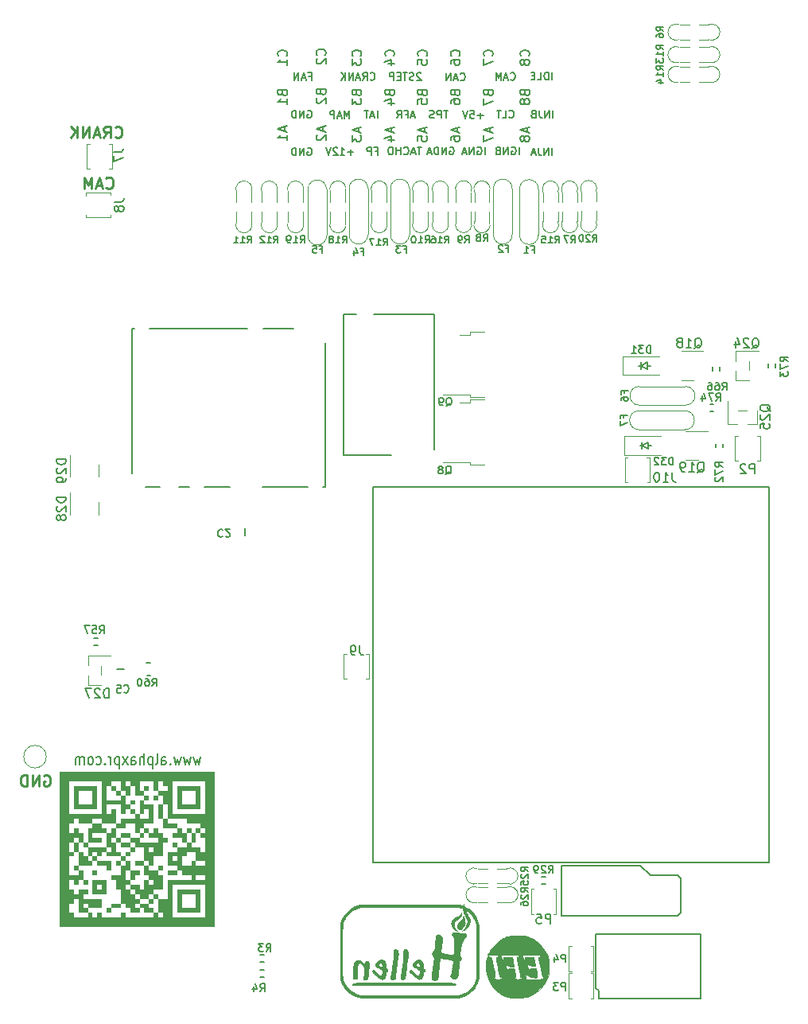
<source format=gbo>
G04 #@! TF.GenerationSoftware,KiCad,Pcbnew,7.0.6-7.0.6~ubuntu22.04.1*
G04 #@! TF.CreationDate,2023-07-25T20:45:22+00:00*
G04 #@! TF.ProjectId,alphax_2ch,616c7068-6178-45f3-9263-682e6b696361,G*
G04 #@! TF.SameCoordinates,PX141f5e0PYa2cace0*
G04 #@! TF.FileFunction,Legend,Bot*
G04 #@! TF.FilePolarity,Positive*
%FSLAX46Y46*%
G04 Gerber Fmt 4.6, Leading zero omitted, Abs format (unit mm)*
G04 Created by KiCad (PCBNEW 7.0.6-7.0.6~ubuntu22.04.1) date 2023-07-25 20:45:22*
%MOMM*%
%LPD*%
G01*
G04 APERTURE LIST*
%ADD10C,0.250000*%
%ADD11C,0.170000*%
%ADD12C,0.200000*%
%ADD13C,0.130000*%
%ADD14C,0.127000*%
%ADD15C,0.150000*%
%ADD16C,0.099060*%
%ADD17C,0.120000*%
%ADD18C,0.002540*%
%ADD19C,0.203200*%
G04 APERTURE END LIST*
D10*
X3214285Y24300715D02*
X3328571Y24357858D01*
X3328571Y24357858D02*
X3499999Y24357858D01*
X3499999Y24357858D02*
X3671428Y24300715D01*
X3671428Y24300715D02*
X3785713Y24186429D01*
X3785713Y24186429D02*
X3842856Y24072143D01*
X3842856Y24072143D02*
X3899999Y23843572D01*
X3899999Y23843572D02*
X3899999Y23672143D01*
X3899999Y23672143D02*
X3842856Y23443572D01*
X3842856Y23443572D02*
X3785713Y23329286D01*
X3785713Y23329286D02*
X3671428Y23215000D01*
X3671428Y23215000D02*
X3499999Y23157858D01*
X3499999Y23157858D02*
X3385713Y23157858D01*
X3385713Y23157858D02*
X3214285Y23215000D01*
X3214285Y23215000D02*
X3157142Y23272143D01*
X3157142Y23272143D02*
X3157142Y23672143D01*
X3157142Y23672143D02*
X3385713Y23672143D01*
X2642856Y23157858D02*
X2642856Y24357858D01*
X2642856Y24357858D02*
X1957142Y23157858D01*
X1957142Y23157858D02*
X1957142Y24357858D01*
X1385713Y23157858D02*
X1385713Y24357858D01*
X1385713Y24357858D02*
X1099999Y24357858D01*
X1099999Y24357858D02*
X928570Y24300715D01*
X928570Y24300715D02*
X814285Y24186429D01*
X814285Y24186429D02*
X757142Y24072143D01*
X757142Y24072143D02*
X699999Y23843572D01*
X699999Y23843572D02*
X699999Y23672143D01*
X699999Y23672143D02*
X757142Y23443572D01*
X757142Y23443572D02*
X814285Y23329286D01*
X814285Y23329286D02*
X928570Y23215000D01*
X928570Y23215000D02*
X1099999Y23157858D01*
X1099999Y23157858D02*
X1385713Y23157858D01*
D11*
X53793785Y90362635D02*
X53793785Y91162635D01*
X52993786Y91124540D02*
X53069976Y91162635D01*
X53069976Y91162635D02*
X53184262Y91162635D01*
X53184262Y91162635D02*
X53298548Y91124540D01*
X53298548Y91124540D02*
X53374738Y91048350D01*
X53374738Y91048350D02*
X53412833Y90972159D01*
X53412833Y90972159D02*
X53450929Y90819778D01*
X53450929Y90819778D02*
X53450929Y90705492D01*
X53450929Y90705492D02*
X53412833Y90553111D01*
X53412833Y90553111D02*
X53374738Y90476921D01*
X53374738Y90476921D02*
X53298548Y90400730D01*
X53298548Y90400730D02*
X53184262Y90362635D01*
X53184262Y90362635D02*
X53108071Y90362635D01*
X53108071Y90362635D02*
X52993786Y90400730D01*
X52993786Y90400730D02*
X52955690Y90438826D01*
X52955690Y90438826D02*
X52955690Y90705492D01*
X52955690Y90705492D02*
X53108071Y90705492D01*
X52612833Y90362635D02*
X52612833Y91162635D01*
X52612833Y91162635D02*
X52155690Y90362635D01*
X52155690Y90362635D02*
X52155690Y91162635D01*
X51508072Y90781683D02*
X51393786Y90743588D01*
X51393786Y90743588D02*
X51355691Y90705492D01*
X51355691Y90705492D02*
X51317595Y90629302D01*
X51317595Y90629302D02*
X51317595Y90515016D01*
X51317595Y90515016D02*
X51355691Y90438826D01*
X51355691Y90438826D02*
X51393786Y90400730D01*
X51393786Y90400730D02*
X51469976Y90362635D01*
X51469976Y90362635D02*
X51774738Y90362635D01*
X51774738Y90362635D02*
X51774738Y91162635D01*
X51774738Y91162635D02*
X51508072Y91162635D01*
X51508072Y91162635D02*
X51431881Y91124540D01*
X51431881Y91124540D02*
X51393786Y91086445D01*
X51393786Y91086445D02*
X51355691Y91010254D01*
X51355691Y91010254D02*
X51355691Y90934064D01*
X51355691Y90934064D02*
X51393786Y90857873D01*
X51393786Y90857873D02*
X51431881Y90819778D01*
X51431881Y90819778D02*
X51508072Y90781683D01*
X51508072Y90781683D02*
X51774738Y90781683D01*
D10*
X10771428Y92272143D02*
X10828571Y92215000D01*
X10828571Y92215000D02*
X10999999Y92157858D01*
X10999999Y92157858D02*
X11114285Y92157858D01*
X11114285Y92157858D02*
X11285714Y92215000D01*
X11285714Y92215000D02*
X11399999Y92329286D01*
X11399999Y92329286D02*
X11457142Y92443572D01*
X11457142Y92443572D02*
X11514285Y92672143D01*
X11514285Y92672143D02*
X11514285Y92843572D01*
X11514285Y92843572D02*
X11457142Y93072143D01*
X11457142Y93072143D02*
X11399999Y93186429D01*
X11399999Y93186429D02*
X11285714Y93300715D01*
X11285714Y93300715D02*
X11114285Y93357858D01*
X11114285Y93357858D02*
X10999999Y93357858D01*
X10999999Y93357858D02*
X10828571Y93300715D01*
X10828571Y93300715D02*
X10771428Y93243572D01*
X9571428Y92157858D02*
X9971428Y92729286D01*
X10257142Y92157858D02*
X10257142Y93357858D01*
X10257142Y93357858D02*
X9799999Y93357858D01*
X9799999Y93357858D02*
X9685714Y93300715D01*
X9685714Y93300715D02*
X9628571Y93243572D01*
X9628571Y93243572D02*
X9571428Y93129286D01*
X9571428Y93129286D02*
X9571428Y92957858D01*
X9571428Y92957858D02*
X9628571Y92843572D01*
X9628571Y92843572D02*
X9685714Y92786429D01*
X9685714Y92786429D02*
X9799999Y92729286D01*
X9799999Y92729286D02*
X10257142Y92729286D01*
X9114285Y92500715D02*
X8542857Y92500715D01*
X9228571Y92157858D02*
X8828571Y93357858D01*
X8828571Y93357858D02*
X8428571Y92157858D01*
X8028571Y92157858D02*
X8028571Y93357858D01*
X8028571Y93357858D02*
X7342857Y92157858D01*
X7342857Y92157858D02*
X7342857Y93357858D01*
X6771428Y92157858D02*
X6771428Y93357858D01*
X6085714Y92157858D02*
X6600000Y92843572D01*
X6085714Y93357858D02*
X6771428Y92672143D01*
D11*
X37944243Y98370045D02*
X37982339Y98331949D01*
X37982339Y98331949D02*
X38096624Y98293854D01*
X38096624Y98293854D02*
X38172815Y98293854D01*
X38172815Y98293854D02*
X38287101Y98331949D01*
X38287101Y98331949D02*
X38363291Y98408140D01*
X38363291Y98408140D02*
X38401386Y98484330D01*
X38401386Y98484330D02*
X38439482Y98636711D01*
X38439482Y98636711D02*
X38439482Y98750997D01*
X38439482Y98750997D02*
X38401386Y98903378D01*
X38401386Y98903378D02*
X38363291Y98979569D01*
X38363291Y98979569D02*
X38287101Y99055759D01*
X38287101Y99055759D02*
X38172815Y99093854D01*
X38172815Y99093854D02*
X38096624Y99093854D01*
X38096624Y99093854D02*
X37982339Y99055759D01*
X37982339Y99055759D02*
X37944243Y99017664D01*
X37144243Y98293854D02*
X37410910Y98674807D01*
X37601386Y98293854D02*
X37601386Y99093854D01*
X37601386Y99093854D02*
X37296624Y99093854D01*
X37296624Y99093854D02*
X37220434Y99055759D01*
X37220434Y99055759D02*
X37182339Y99017664D01*
X37182339Y99017664D02*
X37144243Y98941473D01*
X37144243Y98941473D02*
X37144243Y98827188D01*
X37144243Y98827188D02*
X37182339Y98750997D01*
X37182339Y98750997D02*
X37220434Y98712902D01*
X37220434Y98712902D02*
X37296624Y98674807D01*
X37296624Y98674807D02*
X37601386Y98674807D01*
X36839482Y98522426D02*
X36458529Y98522426D01*
X36915672Y98293854D02*
X36649005Y99093854D01*
X36649005Y99093854D02*
X36382339Y98293854D01*
X36115672Y98293854D02*
X36115672Y99093854D01*
X36115672Y99093854D02*
X35658529Y98293854D01*
X35658529Y98293854D02*
X35658529Y99093854D01*
X35277577Y98293854D02*
X35277577Y99093854D01*
X34820434Y98293854D02*
X35163292Y98750997D01*
X34820434Y99093854D02*
X35277577Y98636711D01*
X57289024Y98328744D02*
X57289024Y99128744D01*
X56908072Y98328744D02*
X56908072Y99128744D01*
X56908072Y99128744D02*
X56717596Y99128744D01*
X56717596Y99128744D02*
X56603310Y99090649D01*
X56603310Y99090649D02*
X56527120Y99014459D01*
X56527120Y99014459D02*
X56489025Y98938268D01*
X56489025Y98938268D02*
X56450929Y98785887D01*
X56450929Y98785887D02*
X56450929Y98671601D01*
X56450929Y98671601D02*
X56489025Y98519220D01*
X56489025Y98519220D02*
X56527120Y98443030D01*
X56527120Y98443030D02*
X56603310Y98366839D01*
X56603310Y98366839D02*
X56717596Y98328744D01*
X56717596Y98328744D02*
X56908072Y98328744D01*
X55727120Y98328744D02*
X56108072Y98328744D01*
X56108072Y98328744D02*
X56108072Y99128744D01*
X55460453Y98747792D02*
X55193787Y98747792D01*
X55079501Y98328744D02*
X55460453Y98328744D01*
X55460453Y98328744D02*
X55460453Y99128744D01*
X55460453Y99128744D02*
X55079501Y99128744D01*
D12*
X19890475Y26255258D02*
X19699999Y25455258D01*
X19699999Y25455258D02*
X19509523Y26026686D01*
X19509523Y26026686D02*
X19319047Y25455258D01*
X19319047Y25455258D02*
X19128571Y26255258D01*
X18842856Y26255258D02*
X18652380Y25455258D01*
X18652380Y25455258D02*
X18461904Y26026686D01*
X18461904Y26026686D02*
X18271428Y25455258D01*
X18271428Y25455258D02*
X18080952Y26255258D01*
X17795237Y26255258D02*
X17604761Y25455258D01*
X17604761Y25455258D02*
X17414285Y26026686D01*
X17414285Y26026686D02*
X17223809Y25455258D01*
X17223809Y25455258D02*
X17033333Y26255258D01*
X16652380Y25569543D02*
X16604761Y25512400D01*
X16604761Y25512400D02*
X16652380Y25455258D01*
X16652380Y25455258D02*
X16699999Y25512400D01*
X16699999Y25512400D02*
X16652380Y25569543D01*
X16652380Y25569543D02*
X16652380Y25455258D01*
X15747619Y25455258D02*
X15747619Y26083829D01*
X15747619Y26083829D02*
X15795238Y26198115D01*
X15795238Y26198115D02*
X15890476Y26255258D01*
X15890476Y26255258D02*
X16080952Y26255258D01*
X16080952Y26255258D02*
X16176190Y26198115D01*
X15747619Y25512400D02*
X15842857Y25455258D01*
X15842857Y25455258D02*
X16080952Y25455258D01*
X16080952Y25455258D02*
X16176190Y25512400D01*
X16176190Y25512400D02*
X16223809Y25626686D01*
X16223809Y25626686D02*
X16223809Y25740972D01*
X16223809Y25740972D02*
X16176190Y25855258D01*
X16176190Y25855258D02*
X16080952Y25912400D01*
X16080952Y25912400D02*
X15842857Y25912400D01*
X15842857Y25912400D02*
X15747619Y25969543D01*
X15128571Y25455258D02*
X15223809Y25512400D01*
X15223809Y25512400D02*
X15271428Y25626686D01*
X15271428Y25626686D02*
X15271428Y26655258D01*
X14747618Y26255258D02*
X14747618Y25055258D01*
X14747618Y26198115D02*
X14652380Y26255258D01*
X14652380Y26255258D02*
X14461904Y26255258D01*
X14461904Y26255258D02*
X14366666Y26198115D01*
X14366666Y26198115D02*
X14319047Y26140972D01*
X14319047Y26140972D02*
X14271428Y26026686D01*
X14271428Y26026686D02*
X14271428Y25683829D01*
X14271428Y25683829D02*
X14319047Y25569543D01*
X14319047Y25569543D02*
X14366666Y25512400D01*
X14366666Y25512400D02*
X14461904Y25455258D01*
X14461904Y25455258D02*
X14652380Y25455258D01*
X14652380Y25455258D02*
X14747618Y25512400D01*
X13842856Y25455258D02*
X13842856Y26655258D01*
X13414285Y25455258D02*
X13414285Y26083829D01*
X13414285Y26083829D02*
X13461904Y26198115D01*
X13461904Y26198115D02*
X13557142Y26255258D01*
X13557142Y26255258D02*
X13699999Y26255258D01*
X13699999Y26255258D02*
X13795237Y26198115D01*
X13795237Y26198115D02*
X13842856Y26140972D01*
X12509523Y25455258D02*
X12509523Y26083829D01*
X12509523Y26083829D02*
X12557142Y26198115D01*
X12557142Y26198115D02*
X12652380Y26255258D01*
X12652380Y26255258D02*
X12842856Y26255258D01*
X12842856Y26255258D02*
X12938094Y26198115D01*
X12509523Y25512400D02*
X12604761Y25455258D01*
X12604761Y25455258D02*
X12842856Y25455258D01*
X12842856Y25455258D02*
X12938094Y25512400D01*
X12938094Y25512400D02*
X12985713Y25626686D01*
X12985713Y25626686D02*
X12985713Y25740972D01*
X12985713Y25740972D02*
X12938094Y25855258D01*
X12938094Y25855258D02*
X12842856Y25912400D01*
X12842856Y25912400D02*
X12604761Y25912400D01*
X12604761Y25912400D02*
X12509523Y25969543D01*
X12128570Y25455258D02*
X11604761Y26255258D01*
X12128570Y26255258D02*
X11604761Y25455258D01*
X11223808Y26255258D02*
X11223808Y25055258D01*
X11223808Y26198115D02*
X11128570Y26255258D01*
X11128570Y26255258D02*
X10938094Y26255258D01*
X10938094Y26255258D02*
X10842856Y26198115D01*
X10842856Y26198115D02*
X10795237Y26140972D01*
X10795237Y26140972D02*
X10747618Y26026686D01*
X10747618Y26026686D02*
X10747618Y25683829D01*
X10747618Y25683829D02*
X10795237Y25569543D01*
X10795237Y25569543D02*
X10842856Y25512400D01*
X10842856Y25512400D02*
X10938094Y25455258D01*
X10938094Y25455258D02*
X11128570Y25455258D01*
X11128570Y25455258D02*
X11223808Y25512400D01*
X10319046Y25455258D02*
X10319046Y26255258D01*
X10319046Y26026686D02*
X10271427Y26140972D01*
X10271427Y26140972D02*
X10223808Y26198115D01*
X10223808Y26198115D02*
X10128570Y26255258D01*
X10128570Y26255258D02*
X10033332Y26255258D01*
X9699998Y25569543D02*
X9652379Y25512400D01*
X9652379Y25512400D02*
X9699998Y25455258D01*
X9699998Y25455258D02*
X9747617Y25512400D01*
X9747617Y25512400D02*
X9699998Y25569543D01*
X9699998Y25569543D02*
X9699998Y25455258D01*
X8795237Y25512400D02*
X8890475Y25455258D01*
X8890475Y25455258D02*
X9080951Y25455258D01*
X9080951Y25455258D02*
X9176189Y25512400D01*
X9176189Y25512400D02*
X9223808Y25569543D01*
X9223808Y25569543D02*
X9271427Y25683829D01*
X9271427Y25683829D02*
X9271427Y26026686D01*
X9271427Y26026686D02*
X9223808Y26140972D01*
X9223808Y26140972D02*
X9176189Y26198115D01*
X9176189Y26198115D02*
X9080951Y26255258D01*
X9080951Y26255258D02*
X8890475Y26255258D01*
X8890475Y26255258D02*
X8795237Y26198115D01*
X8223808Y25455258D02*
X8319046Y25512400D01*
X8319046Y25512400D02*
X8366665Y25569543D01*
X8366665Y25569543D02*
X8414284Y25683829D01*
X8414284Y25683829D02*
X8414284Y26026686D01*
X8414284Y26026686D02*
X8366665Y26140972D01*
X8366665Y26140972D02*
X8319046Y26198115D01*
X8319046Y26198115D02*
X8223808Y26255258D01*
X8223808Y26255258D02*
X8080951Y26255258D01*
X8080951Y26255258D02*
X7985713Y26198115D01*
X7985713Y26198115D02*
X7938094Y26140972D01*
X7938094Y26140972D02*
X7890475Y26026686D01*
X7890475Y26026686D02*
X7890475Y25683829D01*
X7890475Y25683829D02*
X7938094Y25569543D01*
X7938094Y25569543D02*
X7985713Y25512400D01*
X7985713Y25512400D02*
X8080951Y25455258D01*
X8080951Y25455258D02*
X8223808Y25455258D01*
X7461903Y25455258D02*
X7461903Y26255258D01*
X7461903Y26140972D02*
X7414284Y26198115D01*
X7414284Y26198115D02*
X7319046Y26255258D01*
X7319046Y26255258D02*
X7176189Y26255258D01*
X7176189Y26255258D02*
X7080951Y26198115D01*
X7080951Y26198115D02*
X7033332Y26083829D01*
X7033332Y26083829D02*
X7033332Y25455258D01*
X7033332Y26083829D02*
X6985713Y26198115D01*
X6985713Y26198115D02*
X6890475Y26255258D01*
X6890475Y26255258D02*
X6747618Y26255258D01*
X6747618Y26255258D02*
X6652379Y26198115D01*
X6652379Y26198115D02*
X6604760Y26083829D01*
X6604760Y26083829D02*
X6604760Y25455258D01*
D11*
X46222449Y95046601D02*
X45765306Y95046601D01*
X45993878Y94246601D02*
X45993878Y95046601D01*
X45498639Y94246601D02*
X45498639Y95046601D01*
X45498639Y95046601D02*
X45193877Y95046601D01*
X45193877Y95046601D02*
X45117687Y95008506D01*
X45117687Y95008506D02*
X45079592Y94970411D01*
X45079592Y94970411D02*
X45041496Y94894220D01*
X45041496Y94894220D02*
X45041496Y94779935D01*
X45041496Y94779935D02*
X45079592Y94703744D01*
X45079592Y94703744D02*
X45117687Y94665649D01*
X45117687Y94665649D02*
X45193877Y94627554D01*
X45193877Y94627554D02*
X45498639Y94627554D01*
X44736735Y94284696D02*
X44622449Y94246601D01*
X44622449Y94246601D02*
X44431973Y94246601D01*
X44431973Y94246601D02*
X44355782Y94284696D01*
X44355782Y94284696D02*
X44317687Y94322792D01*
X44317687Y94322792D02*
X44279592Y94398982D01*
X44279592Y94398982D02*
X44279592Y94475173D01*
X44279592Y94475173D02*
X44317687Y94551363D01*
X44317687Y94551363D02*
X44355782Y94589458D01*
X44355782Y94589458D02*
X44431973Y94627554D01*
X44431973Y94627554D02*
X44584354Y94665649D01*
X44584354Y94665649D02*
X44660544Y94703744D01*
X44660544Y94703744D02*
X44698639Y94741839D01*
X44698639Y94741839D02*
X44736735Y94818030D01*
X44736735Y94818030D02*
X44736735Y94894220D01*
X44736735Y94894220D02*
X44698639Y94970411D01*
X44698639Y94970411D02*
X44660544Y95008506D01*
X44660544Y95008506D02*
X44584354Y95046601D01*
X44584354Y95046601D02*
X44393877Y95046601D01*
X44393877Y95046601D02*
X44279592Y95008506D01*
X57304866Y90292854D02*
X57304866Y91092854D01*
X56923914Y90292854D02*
X56923914Y91092854D01*
X56923914Y91092854D02*
X56466771Y90292854D01*
X56466771Y90292854D02*
X56466771Y91092854D01*
X55857248Y91092854D02*
X55857248Y90521426D01*
X55857248Y90521426D02*
X55895343Y90407140D01*
X55895343Y90407140D02*
X55971534Y90330949D01*
X55971534Y90330949D02*
X56085819Y90292854D01*
X56085819Y90292854D02*
X56162010Y90292854D01*
X55514391Y90521426D02*
X55133438Y90521426D01*
X55590581Y90292854D02*
X55323914Y91092854D01*
X55323914Y91092854D02*
X55057248Y90292854D01*
X47541496Y98300265D02*
X47579592Y98262169D01*
X47579592Y98262169D02*
X47693877Y98224074D01*
X47693877Y98224074D02*
X47770068Y98224074D01*
X47770068Y98224074D02*
X47884354Y98262169D01*
X47884354Y98262169D02*
X47960544Y98338360D01*
X47960544Y98338360D02*
X47998639Y98414550D01*
X47998639Y98414550D02*
X48036735Y98566931D01*
X48036735Y98566931D02*
X48036735Y98681217D01*
X48036735Y98681217D02*
X47998639Y98833598D01*
X47998639Y98833598D02*
X47960544Y98909789D01*
X47960544Y98909789D02*
X47884354Y98985979D01*
X47884354Y98985979D02*
X47770068Y99024074D01*
X47770068Y99024074D02*
X47693877Y99024074D01*
X47693877Y99024074D02*
X47579592Y98985979D01*
X47579592Y98985979D02*
X47541496Y98947884D01*
X47236735Y98452646D02*
X46855782Y98452646D01*
X47312925Y98224074D02*
X47046258Y99024074D01*
X47046258Y99024074D02*
X46779592Y98224074D01*
X46512925Y98224074D02*
X46512925Y99024074D01*
X46512925Y99024074D02*
X46055782Y98224074D01*
X46055782Y98224074D02*
X46055782Y99024074D01*
X38450838Y90746792D02*
X38717504Y90746792D01*
X38717504Y90327744D02*
X38717504Y91127744D01*
X38717504Y91127744D02*
X38336552Y91127744D01*
X38031790Y90327744D02*
X38031790Y91127744D01*
X38031790Y91127744D02*
X37727028Y91127744D01*
X37727028Y91127744D02*
X37650838Y91089649D01*
X37650838Y91089649D02*
X37612743Y91051554D01*
X37612743Y91051554D02*
X37574647Y90975363D01*
X37574647Y90975363D02*
X37574647Y90861078D01*
X37574647Y90861078D02*
X37612743Y90784887D01*
X37612743Y90784887D02*
X37650838Y90746792D01*
X37650838Y90746792D02*
X37727028Y90708697D01*
X37727028Y90708697D02*
X38031790Y90708697D01*
X50142961Y90362635D02*
X50142961Y91162635D01*
X49342962Y91124540D02*
X49419152Y91162635D01*
X49419152Y91162635D02*
X49533438Y91162635D01*
X49533438Y91162635D02*
X49647724Y91124540D01*
X49647724Y91124540D02*
X49723914Y91048350D01*
X49723914Y91048350D02*
X49762009Y90972159D01*
X49762009Y90972159D02*
X49800105Y90819778D01*
X49800105Y90819778D02*
X49800105Y90705492D01*
X49800105Y90705492D02*
X49762009Y90553111D01*
X49762009Y90553111D02*
X49723914Y90476921D01*
X49723914Y90476921D02*
X49647724Y90400730D01*
X49647724Y90400730D02*
X49533438Y90362635D01*
X49533438Y90362635D02*
X49457247Y90362635D01*
X49457247Y90362635D02*
X49342962Y90400730D01*
X49342962Y90400730D02*
X49304866Y90438826D01*
X49304866Y90438826D02*
X49304866Y90705492D01*
X49304866Y90705492D02*
X49457247Y90705492D01*
X48962009Y90362635D02*
X48962009Y91162635D01*
X48962009Y91162635D02*
X48504866Y90362635D01*
X48504866Y90362635D02*
X48504866Y91162635D01*
X48162010Y90591207D02*
X47781057Y90591207D01*
X48238200Y90362635D02*
X47971533Y91162635D01*
X47971533Y91162635D02*
X47704867Y90362635D01*
X52746350Y94357682D02*
X52784446Y94319586D01*
X52784446Y94319586D02*
X52898731Y94281491D01*
X52898731Y94281491D02*
X52974922Y94281491D01*
X52974922Y94281491D02*
X53089208Y94319586D01*
X53089208Y94319586D02*
X53165398Y94395777D01*
X53165398Y94395777D02*
X53203493Y94471967D01*
X53203493Y94471967D02*
X53241589Y94624348D01*
X53241589Y94624348D02*
X53241589Y94738634D01*
X53241589Y94738634D02*
X53203493Y94891015D01*
X53203493Y94891015D02*
X53165398Y94967206D01*
X53165398Y94967206D02*
X53089208Y95043396D01*
X53089208Y95043396D02*
X52974922Y95081491D01*
X52974922Y95081491D02*
X52898731Y95081491D01*
X52898731Y95081491D02*
X52784446Y95043396D01*
X52784446Y95043396D02*
X52746350Y95005301D01*
X52022541Y94281491D02*
X52403493Y94281491D01*
X52403493Y94281491D02*
X52403493Y95081491D01*
X51870160Y95081491D02*
X51413017Y95081491D01*
X51641589Y94281491D02*
X51641589Y95081491D01*
X31273273Y91054759D02*
X31349463Y91092854D01*
X31349463Y91092854D02*
X31463749Y91092854D01*
X31463749Y91092854D02*
X31578035Y91054759D01*
X31578035Y91054759D02*
X31654225Y90978569D01*
X31654225Y90978569D02*
X31692320Y90902378D01*
X31692320Y90902378D02*
X31730416Y90749997D01*
X31730416Y90749997D02*
X31730416Y90635711D01*
X31730416Y90635711D02*
X31692320Y90483330D01*
X31692320Y90483330D02*
X31654225Y90407140D01*
X31654225Y90407140D02*
X31578035Y90330949D01*
X31578035Y90330949D02*
X31463749Y90292854D01*
X31463749Y90292854D02*
X31387558Y90292854D01*
X31387558Y90292854D02*
X31273273Y90330949D01*
X31273273Y90330949D02*
X31235177Y90369045D01*
X31235177Y90369045D02*
X31235177Y90635711D01*
X31235177Y90635711D02*
X31387558Y90635711D01*
X30892320Y90292854D02*
X30892320Y91092854D01*
X30892320Y91092854D02*
X30435177Y90292854D01*
X30435177Y90292854D02*
X30435177Y91092854D01*
X30054225Y90292854D02*
X30054225Y91092854D01*
X30054225Y91092854D02*
X29863749Y91092854D01*
X29863749Y91092854D02*
X29749463Y91054759D01*
X29749463Y91054759D02*
X29673273Y90978569D01*
X29673273Y90978569D02*
X29635178Y90902378D01*
X29635178Y90902378D02*
X29597082Y90749997D01*
X29597082Y90749997D02*
X29597082Y90635711D01*
X29597082Y90635711D02*
X29635178Y90483330D01*
X29635178Y90483330D02*
X29673273Y90407140D01*
X29673273Y90407140D02*
X29749463Y90330949D01*
X29749463Y90330949D02*
X29863749Y90292854D01*
X29863749Y90292854D02*
X30054225Y90292854D01*
X31273273Y95032232D02*
X31349463Y95070327D01*
X31349463Y95070327D02*
X31463749Y95070327D01*
X31463749Y95070327D02*
X31578035Y95032232D01*
X31578035Y95032232D02*
X31654225Y94956042D01*
X31654225Y94956042D02*
X31692320Y94879851D01*
X31692320Y94879851D02*
X31730416Y94727470D01*
X31730416Y94727470D02*
X31730416Y94613184D01*
X31730416Y94613184D02*
X31692320Y94460803D01*
X31692320Y94460803D02*
X31654225Y94384613D01*
X31654225Y94384613D02*
X31578035Y94308422D01*
X31578035Y94308422D02*
X31463749Y94270327D01*
X31463749Y94270327D02*
X31387558Y94270327D01*
X31387558Y94270327D02*
X31273273Y94308422D01*
X31273273Y94308422D02*
X31235177Y94346518D01*
X31235177Y94346518D02*
X31235177Y94613184D01*
X31235177Y94613184D02*
X31387558Y94613184D01*
X30892320Y94270327D02*
X30892320Y95070327D01*
X30892320Y95070327D02*
X30435177Y94270327D01*
X30435177Y94270327D02*
X30435177Y95070327D01*
X30054225Y94270327D02*
X30054225Y95070327D01*
X30054225Y95070327D02*
X29863749Y95070327D01*
X29863749Y95070327D02*
X29749463Y95032232D01*
X29749463Y95032232D02*
X29673273Y94956042D01*
X29673273Y94956042D02*
X29635178Y94879851D01*
X29635178Y94879851D02*
X29597082Y94727470D01*
X29597082Y94727470D02*
X29597082Y94613184D01*
X29597082Y94613184D02*
X29635178Y94460803D01*
X29635178Y94460803D02*
X29673273Y94384613D01*
X29673273Y94384613D02*
X29749463Y94308422D01*
X29749463Y94308422D02*
X29863749Y94270327D01*
X29863749Y94270327D02*
X30054225Y94270327D01*
X57396899Y94281491D02*
X57396899Y95081491D01*
X57015947Y94281491D02*
X57015947Y95081491D01*
X57015947Y95081491D02*
X56558804Y94281491D01*
X56558804Y94281491D02*
X56558804Y95081491D01*
X55949281Y95081491D02*
X55949281Y94510063D01*
X55949281Y94510063D02*
X55987376Y94395777D01*
X55987376Y94395777D02*
X56063567Y94319586D01*
X56063567Y94319586D02*
X56177852Y94281491D01*
X56177852Y94281491D02*
X56254043Y94281491D01*
X55301662Y94700539D02*
X55187376Y94662444D01*
X55187376Y94662444D02*
X55149281Y94624348D01*
X55149281Y94624348D02*
X55111185Y94548158D01*
X55111185Y94548158D02*
X55111185Y94433872D01*
X55111185Y94433872D02*
X55149281Y94357682D01*
X55149281Y94357682D02*
X55187376Y94319586D01*
X55187376Y94319586D02*
X55263566Y94281491D01*
X55263566Y94281491D02*
X55568328Y94281491D01*
X55568328Y94281491D02*
X55568328Y95081491D01*
X55568328Y95081491D02*
X55301662Y95081491D01*
X55301662Y95081491D02*
X55225471Y95043396D01*
X55225471Y95043396D02*
X55187376Y95005301D01*
X55187376Y95005301D02*
X55149281Y94929110D01*
X55149281Y94929110D02*
X55149281Y94852920D01*
X55149281Y94852920D02*
X55187376Y94776729D01*
X55187376Y94776729D02*
X55225471Y94738634D01*
X55225471Y94738634D02*
X55301662Y94700539D01*
X55301662Y94700539D02*
X55568328Y94700539D01*
X42657248Y94475173D02*
X42276295Y94475173D01*
X42733438Y94246601D02*
X42466771Y95046601D01*
X42466771Y95046601D02*
X42200105Y94246601D01*
X41666772Y94665649D02*
X41933438Y94665649D01*
X41933438Y94246601D02*
X41933438Y95046601D01*
X41933438Y95046601D02*
X41552486Y95046601D01*
X40790581Y94246601D02*
X41057248Y94627554D01*
X41247724Y94246601D02*
X41247724Y95046601D01*
X41247724Y95046601D02*
X40942962Y95046601D01*
X40942962Y95046601D02*
X40866772Y95008506D01*
X40866772Y95008506D02*
X40828677Y94970411D01*
X40828677Y94970411D02*
X40790581Y94894220D01*
X40790581Y94894220D02*
X40790581Y94779935D01*
X40790581Y94779935D02*
X40828677Y94703744D01*
X40828677Y94703744D02*
X40866772Y94665649D01*
X40866772Y94665649D02*
X40942962Y94627554D01*
X40942962Y94627554D02*
X41247724Y94627554D01*
X43330326Y99017664D02*
X43292230Y99055759D01*
X43292230Y99055759D02*
X43216040Y99093854D01*
X43216040Y99093854D02*
X43025564Y99093854D01*
X43025564Y99093854D02*
X42949373Y99055759D01*
X42949373Y99055759D02*
X42911278Y99017664D01*
X42911278Y99017664D02*
X42873183Y98941473D01*
X42873183Y98941473D02*
X42873183Y98865283D01*
X42873183Y98865283D02*
X42911278Y98750997D01*
X42911278Y98750997D02*
X43368421Y98293854D01*
X43368421Y98293854D02*
X42873183Y98293854D01*
X42568421Y98331949D02*
X42454135Y98293854D01*
X42454135Y98293854D02*
X42263659Y98293854D01*
X42263659Y98293854D02*
X42187468Y98331949D01*
X42187468Y98331949D02*
X42149373Y98370045D01*
X42149373Y98370045D02*
X42111278Y98446235D01*
X42111278Y98446235D02*
X42111278Y98522426D01*
X42111278Y98522426D02*
X42149373Y98598616D01*
X42149373Y98598616D02*
X42187468Y98636711D01*
X42187468Y98636711D02*
X42263659Y98674807D01*
X42263659Y98674807D02*
X42416040Y98712902D01*
X42416040Y98712902D02*
X42492230Y98750997D01*
X42492230Y98750997D02*
X42530325Y98789092D01*
X42530325Y98789092D02*
X42568421Y98865283D01*
X42568421Y98865283D02*
X42568421Y98941473D01*
X42568421Y98941473D02*
X42530325Y99017664D01*
X42530325Y99017664D02*
X42492230Y99055759D01*
X42492230Y99055759D02*
X42416040Y99093854D01*
X42416040Y99093854D02*
X42225563Y99093854D01*
X42225563Y99093854D02*
X42111278Y99055759D01*
X41882706Y99093854D02*
X41425563Y99093854D01*
X41654135Y98293854D02*
X41654135Y99093854D01*
X41158896Y98712902D02*
X40892230Y98712902D01*
X40777944Y98293854D02*
X41158896Y98293854D01*
X41158896Y98293854D02*
X41158896Y99093854D01*
X41158896Y99093854D02*
X40777944Y99093854D01*
X40435086Y98293854D02*
X40435086Y99093854D01*
X40435086Y99093854D02*
X40130324Y99093854D01*
X40130324Y99093854D02*
X40054134Y99055759D01*
X40054134Y99055759D02*
X40016039Y99017664D01*
X40016039Y99017664D02*
X39977943Y98941473D01*
X39977943Y98941473D02*
X39977943Y98827188D01*
X39977943Y98827188D02*
X40016039Y98750997D01*
X40016039Y98750997D02*
X40054134Y98712902D01*
X40054134Y98712902D02*
X40130324Y98674807D01*
X40130324Y98674807D02*
X40435086Y98674807D01*
X52882888Y98370045D02*
X52920984Y98331949D01*
X52920984Y98331949D02*
X53035269Y98293854D01*
X53035269Y98293854D02*
X53111460Y98293854D01*
X53111460Y98293854D02*
X53225746Y98331949D01*
X53225746Y98331949D02*
X53301936Y98408140D01*
X53301936Y98408140D02*
X53340031Y98484330D01*
X53340031Y98484330D02*
X53378127Y98636711D01*
X53378127Y98636711D02*
X53378127Y98750997D01*
X53378127Y98750997D02*
X53340031Y98903378D01*
X53340031Y98903378D02*
X53301936Y98979569D01*
X53301936Y98979569D02*
X53225746Y99055759D01*
X53225746Y99055759D02*
X53111460Y99093854D01*
X53111460Y99093854D02*
X53035269Y99093854D01*
X53035269Y99093854D02*
X52920984Y99055759D01*
X52920984Y99055759D02*
X52882888Y99017664D01*
X52578127Y98522426D02*
X52197174Y98522426D01*
X52654317Y98293854D02*
X52387650Y99093854D01*
X52387650Y99093854D02*
X52120984Y98293854D01*
X51854317Y98293854D02*
X51854317Y99093854D01*
X51854317Y99093854D02*
X51587651Y98522426D01*
X51587651Y98522426D02*
X51320984Y99093854D01*
X51320984Y99093854D02*
X51320984Y98293854D01*
X31416039Y98712902D02*
X31682705Y98712902D01*
X31682705Y98293854D02*
X31682705Y99093854D01*
X31682705Y99093854D02*
X31301753Y99093854D01*
X31035087Y98522426D02*
X30654134Y98522426D01*
X31111277Y98293854D02*
X30844610Y99093854D01*
X30844610Y99093854D02*
X30577944Y98293854D01*
X30311277Y98293854D02*
X30311277Y99093854D01*
X30311277Y99093854D02*
X29854134Y98293854D01*
X29854134Y98293854D02*
X29854134Y99093854D01*
D10*
X9828571Y86872143D02*
X9885714Y86815000D01*
X9885714Y86815000D02*
X10057142Y86757858D01*
X10057142Y86757858D02*
X10171428Y86757858D01*
X10171428Y86757858D02*
X10342857Y86815000D01*
X10342857Y86815000D02*
X10457142Y86929286D01*
X10457142Y86929286D02*
X10514285Y87043572D01*
X10514285Y87043572D02*
X10571428Y87272143D01*
X10571428Y87272143D02*
X10571428Y87443572D01*
X10571428Y87443572D02*
X10514285Y87672143D01*
X10514285Y87672143D02*
X10457142Y87786429D01*
X10457142Y87786429D02*
X10342857Y87900715D01*
X10342857Y87900715D02*
X10171428Y87957858D01*
X10171428Y87957858D02*
X10057142Y87957858D01*
X10057142Y87957858D02*
X9885714Y87900715D01*
X9885714Y87900715D02*
X9828571Y87843572D01*
X9371428Y87100715D02*
X8800000Y87100715D01*
X9485714Y86757858D02*
X9085714Y87957858D01*
X9085714Y87957858D02*
X8685714Y86757858D01*
X8285714Y86757858D02*
X8285714Y87957858D01*
X8285714Y87957858D02*
X7885714Y87100715D01*
X7885714Y87100715D02*
X7485714Y87957858D01*
X7485714Y87957858D02*
X7485714Y86757858D01*
D11*
X46409537Y91124540D02*
X46485727Y91162635D01*
X46485727Y91162635D02*
X46600013Y91162635D01*
X46600013Y91162635D02*
X46714299Y91124540D01*
X46714299Y91124540D02*
X46790489Y91048350D01*
X46790489Y91048350D02*
X46828584Y90972159D01*
X46828584Y90972159D02*
X46866680Y90819778D01*
X46866680Y90819778D02*
X46866680Y90705492D01*
X46866680Y90705492D02*
X46828584Y90553111D01*
X46828584Y90553111D02*
X46790489Y90476921D01*
X46790489Y90476921D02*
X46714299Y90400730D01*
X46714299Y90400730D02*
X46600013Y90362635D01*
X46600013Y90362635D02*
X46523822Y90362635D01*
X46523822Y90362635D02*
X46409537Y90400730D01*
X46409537Y90400730D02*
X46371441Y90438826D01*
X46371441Y90438826D02*
X46371441Y90705492D01*
X46371441Y90705492D02*
X46523822Y90705492D01*
X46028584Y90362635D02*
X46028584Y91162635D01*
X46028584Y91162635D02*
X45571441Y90362635D01*
X45571441Y90362635D02*
X45571441Y91162635D01*
X45190489Y90362635D02*
X45190489Y91162635D01*
X45190489Y91162635D02*
X45000013Y91162635D01*
X45000013Y91162635D02*
X44885727Y91124540D01*
X44885727Y91124540D02*
X44809537Y91048350D01*
X44809537Y91048350D02*
X44771442Y90972159D01*
X44771442Y90972159D02*
X44733346Y90819778D01*
X44733346Y90819778D02*
X44733346Y90705492D01*
X44733346Y90705492D02*
X44771442Y90553111D01*
X44771442Y90553111D02*
X44809537Y90476921D01*
X44809537Y90476921D02*
X44885727Y90400730D01*
X44885727Y90400730D02*
X45000013Y90362635D01*
X45000013Y90362635D02*
X45190489Y90362635D01*
X44428585Y90591207D02*
X44047632Y90591207D01*
X44504775Y90362635D02*
X44238108Y91162635D01*
X44238108Y91162635D02*
X43971442Y90362635D01*
X49974738Y94516473D02*
X49365215Y94516473D01*
X49669976Y94211711D02*
X49669976Y94821235D01*
X48603310Y95011711D02*
X48984262Y95011711D01*
X48984262Y95011711D02*
X49022358Y94630759D01*
X49022358Y94630759D02*
X48984262Y94668854D01*
X48984262Y94668854D02*
X48908072Y94706949D01*
X48908072Y94706949D02*
X48717596Y94706949D01*
X48717596Y94706949D02*
X48641405Y94668854D01*
X48641405Y94668854D02*
X48603310Y94630759D01*
X48603310Y94630759D02*
X48565215Y94554568D01*
X48565215Y94554568D02*
X48565215Y94364092D01*
X48565215Y94364092D02*
X48603310Y94287902D01*
X48603310Y94287902D02*
X48641405Y94249806D01*
X48641405Y94249806D02*
X48717596Y94211711D01*
X48717596Y94211711D02*
X48908072Y94211711D01*
X48908072Y94211711D02*
X48984262Y94249806D01*
X48984262Y94249806D02*
X49022358Y94287902D01*
X48336643Y95011711D02*
X48069976Y94211711D01*
X48069976Y94211711D02*
X47803310Y95011711D01*
X35720526Y94211711D02*
X35720526Y95011711D01*
X35720526Y95011711D02*
X35453860Y94440283D01*
X35453860Y94440283D02*
X35187193Y95011711D01*
X35187193Y95011711D02*
X35187193Y94211711D01*
X34844336Y94440283D02*
X34463383Y94440283D01*
X34920526Y94211711D02*
X34653859Y95011711D01*
X34653859Y95011711D02*
X34387193Y94211711D01*
X34120526Y94211711D02*
X34120526Y95011711D01*
X34120526Y95011711D02*
X33815764Y95011711D01*
X33815764Y95011711D02*
X33739574Y94973616D01*
X33739574Y94973616D02*
X33701479Y94935521D01*
X33701479Y94935521D02*
X33663383Y94859330D01*
X33663383Y94859330D02*
X33663383Y94745045D01*
X33663383Y94745045D02*
X33701479Y94668854D01*
X33701479Y94668854D02*
X33739574Y94630759D01*
X33739574Y94630759D02*
X33815764Y94592664D01*
X33815764Y94592664D02*
X34120526Y94592664D01*
X38708072Y94246601D02*
X38708072Y95046601D01*
X38365216Y94475173D02*
X37984263Y94475173D01*
X38441406Y94246601D02*
X38174739Y95046601D01*
X38174739Y95046601D02*
X37908073Y94246601D01*
X37755692Y95046601D02*
X37298549Y95046601D01*
X37527121Y94246601D02*
X37527121Y95046601D01*
X36155416Y90632506D02*
X35545893Y90632506D01*
X35850654Y90327744D02*
X35850654Y90937268D01*
X34745893Y90327744D02*
X35203036Y90327744D01*
X34974464Y90327744D02*
X34974464Y91127744D01*
X34974464Y91127744D02*
X35050655Y91013459D01*
X35050655Y91013459D02*
X35126845Y90937268D01*
X35126845Y90937268D02*
X35203036Y90899173D01*
X34441131Y91051554D02*
X34403035Y91089649D01*
X34403035Y91089649D02*
X34326845Y91127744D01*
X34326845Y91127744D02*
X34136369Y91127744D01*
X34136369Y91127744D02*
X34060178Y91089649D01*
X34060178Y91089649D02*
X34022083Y91051554D01*
X34022083Y91051554D02*
X33983988Y90975363D01*
X33983988Y90975363D02*
X33983988Y90899173D01*
X33983988Y90899173D02*
X34022083Y90784887D01*
X34022083Y90784887D02*
X34479226Y90327744D01*
X34479226Y90327744D02*
X33983988Y90327744D01*
X33755416Y91127744D02*
X33488749Y90327744D01*
X33488749Y90327744D02*
X33222083Y91127744D01*
X43393878Y91162635D02*
X42936735Y91162635D01*
X43165307Y90362635D02*
X43165307Y91162635D01*
X42708164Y90591207D02*
X42327211Y90591207D01*
X42784354Y90362635D02*
X42517687Y91162635D01*
X42517687Y91162635D02*
X42251021Y90362635D01*
X41527211Y90438826D02*
X41565307Y90400730D01*
X41565307Y90400730D02*
X41679592Y90362635D01*
X41679592Y90362635D02*
X41755783Y90362635D01*
X41755783Y90362635D02*
X41870069Y90400730D01*
X41870069Y90400730D02*
X41946259Y90476921D01*
X41946259Y90476921D02*
X41984354Y90553111D01*
X41984354Y90553111D02*
X42022450Y90705492D01*
X42022450Y90705492D02*
X42022450Y90819778D01*
X42022450Y90819778D02*
X41984354Y90972159D01*
X41984354Y90972159D02*
X41946259Y91048350D01*
X41946259Y91048350D02*
X41870069Y91124540D01*
X41870069Y91124540D02*
X41755783Y91162635D01*
X41755783Y91162635D02*
X41679592Y91162635D01*
X41679592Y91162635D02*
X41565307Y91124540D01*
X41565307Y91124540D02*
X41527211Y91086445D01*
X41184354Y90362635D02*
X41184354Y91162635D01*
X41184354Y90781683D02*
X40727211Y90781683D01*
X40727211Y90362635D02*
X40727211Y91162635D01*
X40193878Y91162635D02*
X40041497Y91162635D01*
X40041497Y91162635D02*
X39965307Y91124540D01*
X39965307Y91124540D02*
X39889116Y91048350D01*
X39889116Y91048350D02*
X39851021Y90895969D01*
X39851021Y90895969D02*
X39851021Y90629302D01*
X39851021Y90629302D02*
X39889116Y90476921D01*
X39889116Y90476921D02*
X39965307Y90400730D01*
X39965307Y90400730D02*
X40041497Y90362635D01*
X40041497Y90362635D02*
X40193878Y90362635D01*
X40193878Y90362635D02*
X40270069Y90400730D01*
X40270069Y90400730D02*
X40346259Y90476921D01*
X40346259Y90476921D02*
X40384355Y90629302D01*
X40384355Y90629302D02*
X40384355Y90895969D01*
X40384355Y90895969D02*
X40346259Y91048350D01*
X40346259Y91048350D02*
X40270069Y91124540D01*
X40270069Y91124540D02*
X40193878Y91162635D01*
D13*
X49992467Y81134088D02*
X50242467Y81491231D01*
X50421038Y81134088D02*
X50421038Y81884088D01*
X50421038Y81884088D02*
X50135324Y81884088D01*
X50135324Y81884088D02*
X50063895Y81848374D01*
X50063895Y81848374D02*
X50028181Y81812660D01*
X50028181Y81812660D02*
X49992467Y81741231D01*
X49992467Y81741231D02*
X49992467Y81634088D01*
X49992467Y81634088D02*
X50028181Y81562660D01*
X50028181Y81562660D02*
X50063895Y81526945D01*
X50063895Y81526945D02*
X50135324Y81491231D01*
X50135324Y81491231D02*
X50421038Y81491231D01*
X49563895Y81562660D02*
X49635324Y81598374D01*
X49635324Y81598374D02*
X49671038Y81634088D01*
X49671038Y81634088D02*
X49706752Y81705517D01*
X49706752Y81705517D02*
X49706752Y81741231D01*
X49706752Y81741231D02*
X49671038Y81812660D01*
X49671038Y81812660D02*
X49635324Y81848374D01*
X49635324Y81848374D02*
X49563895Y81884088D01*
X49563895Y81884088D02*
X49421038Y81884088D01*
X49421038Y81884088D02*
X49349610Y81848374D01*
X49349610Y81848374D02*
X49313895Y81812660D01*
X49313895Y81812660D02*
X49278181Y81741231D01*
X49278181Y81741231D02*
X49278181Y81705517D01*
X49278181Y81705517D02*
X49313895Y81634088D01*
X49313895Y81634088D02*
X49349610Y81598374D01*
X49349610Y81598374D02*
X49421038Y81562660D01*
X49421038Y81562660D02*
X49563895Y81562660D01*
X49563895Y81562660D02*
X49635324Y81526945D01*
X49635324Y81526945D02*
X49671038Y81491231D01*
X49671038Y81491231D02*
X49706752Y81419802D01*
X49706752Y81419802D02*
X49706752Y81276945D01*
X49706752Y81276945D02*
X49671038Y81205517D01*
X49671038Y81205517D02*
X49635324Y81169802D01*
X49635324Y81169802D02*
X49563895Y81134088D01*
X49563895Y81134088D02*
X49421038Y81134088D01*
X49421038Y81134088D02*
X49349610Y81169802D01*
X49349610Y81169802D02*
X49313895Y81205517D01*
X49313895Y81205517D02*
X49278181Y81276945D01*
X49278181Y81276945D02*
X49278181Y81419802D01*
X49278181Y81419802D02*
X49313895Y81491231D01*
X49313895Y81491231D02*
X49349610Y81526945D01*
X49349610Y81526945D02*
X49421038Y81562660D01*
D14*
X48009570Y80977138D02*
X48263570Y81339995D01*
X48444999Y80977138D02*
X48444999Y81739138D01*
X48444999Y81739138D02*
X48154713Y81739138D01*
X48154713Y81739138D02*
X48082142Y81702852D01*
X48082142Y81702852D02*
X48045856Y81666566D01*
X48045856Y81666566D02*
X48009570Y81593995D01*
X48009570Y81593995D02*
X48009570Y81485138D01*
X48009570Y81485138D02*
X48045856Y81412566D01*
X48045856Y81412566D02*
X48082142Y81376281D01*
X48082142Y81376281D02*
X48154713Y81339995D01*
X48154713Y81339995D02*
X48444999Y81339995D01*
X47646713Y80977138D02*
X47501570Y80977138D01*
X47501570Y80977138D02*
X47428999Y81013423D01*
X47428999Y81013423D02*
X47392713Y81049709D01*
X47392713Y81049709D02*
X47320142Y81158566D01*
X47320142Y81158566D02*
X47283856Y81303709D01*
X47283856Y81303709D02*
X47283856Y81593995D01*
X47283856Y81593995D02*
X47320142Y81666566D01*
X47320142Y81666566D02*
X47356428Y81702852D01*
X47356428Y81702852D02*
X47428999Y81739138D01*
X47428999Y81739138D02*
X47574142Y81739138D01*
X47574142Y81739138D02*
X47646713Y81702852D01*
X47646713Y81702852D02*
X47682999Y81666566D01*
X47682999Y81666566D02*
X47719285Y81593995D01*
X47719285Y81593995D02*
X47719285Y81412566D01*
X47719285Y81412566D02*
X47682999Y81339995D01*
X47682999Y81339995D02*
X47646713Y81303709D01*
X47646713Y81303709D02*
X47574142Y81267423D01*
X47574142Y81267423D02*
X47428999Y81267423D01*
X47428999Y81267423D02*
X47356428Y81303709D01*
X47356428Y81303709D02*
X47320142Y81339995D01*
X47320142Y81339995D02*
X47283856Y81412566D01*
X64946768Y62354000D02*
X64946768Y62608000D01*
X65345911Y62608000D02*
X64583911Y62608000D01*
X64583911Y62608000D02*
X64583911Y62245143D01*
X64583911Y62027428D02*
X64583911Y61519428D01*
X64583911Y61519428D02*
X65345911Y61846000D01*
X36953999Y80053232D02*
X37207999Y80053232D01*
X37207999Y79654089D02*
X37207999Y80416089D01*
X37207999Y80416089D02*
X36845142Y80416089D01*
X36228285Y80162089D02*
X36228285Y79654089D01*
X36409713Y80452374D02*
X36591142Y79908089D01*
X36591142Y79908089D02*
X36119427Y79908089D01*
D11*
X78838094Y56446221D02*
X78838094Y57446221D01*
X78838094Y57446221D02*
X78457142Y57446221D01*
X78457142Y57446221D02*
X78361904Y57398602D01*
X78361904Y57398602D02*
X78314285Y57350983D01*
X78314285Y57350983D02*
X78266666Y57255745D01*
X78266666Y57255745D02*
X78266666Y57112888D01*
X78266666Y57112888D02*
X78314285Y57017650D01*
X78314285Y57017650D02*
X78361904Y56970031D01*
X78361904Y56970031D02*
X78457142Y56922412D01*
X78457142Y56922412D02*
X78838094Y56922412D01*
X77885713Y57350983D02*
X77838094Y57398602D01*
X77838094Y57398602D02*
X77742856Y57446221D01*
X77742856Y57446221D02*
X77504761Y57446221D01*
X77504761Y57446221D02*
X77409523Y57398602D01*
X77409523Y57398602D02*
X77361904Y57350983D01*
X77361904Y57350983D02*
X77314285Y57255745D01*
X77314285Y57255745D02*
X77314285Y57160507D01*
X77314285Y57160507D02*
X77361904Y57017650D01*
X77361904Y57017650D02*
X77933332Y56446221D01*
X77933332Y56446221D02*
X77314285Y56446221D01*
D13*
X24848143Y80951796D02*
X25098143Y81308939D01*
X25276714Y80951796D02*
X25276714Y81701796D01*
X25276714Y81701796D02*
X24991000Y81701796D01*
X24991000Y81701796D02*
X24919571Y81666082D01*
X24919571Y81666082D02*
X24883857Y81630368D01*
X24883857Y81630368D02*
X24848143Y81558939D01*
X24848143Y81558939D02*
X24848143Y81451796D01*
X24848143Y81451796D02*
X24883857Y81380368D01*
X24883857Y81380368D02*
X24919571Y81344653D01*
X24919571Y81344653D02*
X24991000Y81308939D01*
X24991000Y81308939D02*
X25276714Y81308939D01*
X24133857Y80951796D02*
X24562428Y80951796D01*
X24348143Y80951796D02*
X24348143Y81701796D01*
X24348143Y81701796D02*
X24419571Y81594653D01*
X24419571Y81594653D02*
X24491000Y81523225D01*
X24491000Y81523225D02*
X24562428Y81487510D01*
X23419571Y80951796D02*
X23848142Y80951796D01*
X23633857Y80951796D02*
X23633857Y81701796D01*
X23633857Y81701796D02*
X23705285Y81594653D01*
X23705285Y81594653D02*
X23776714Y81523225D01*
X23776714Y81523225D02*
X23848142Y81487510D01*
X69156204Y103525001D02*
X68799061Y103775001D01*
X69156204Y103953572D02*
X68406204Y103953572D01*
X68406204Y103953572D02*
X68406204Y103667858D01*
X68406204Y103667858D02*
X68441918Y103596429D01*
X68441918Y103596429D02*
X68477632Y103560715D01*
X68477632Y103560715D02*
X68549061Y103525001D01*
X68549061Y103525001D02*
X68656204Y103525001D01*
X68656204Y103525001D02*
X68727632Y103560715D01*
X68727632Y103560715D02*
X68763347Y103596429D01*
X68763347Y103596429D02*
X68799061Y103667858D01*
X68799061Y103667858D02*
X68799061Y103953572D01*
X68406204Y102882143D02*
X68406204Y103025001D01*
X68406204Y103025001D02*
X68441918Y103096429D01*
X68441918Y103096429D02*
X68477632Y103132143D01*
X68477632Y103132143D02*
X68584775Y103203572D01*
X68584775Y103203572D02*
X68727632Y103239286D01*
X68727632Y103239286D02*
X69013347Y103239286D01*
X69013347Y103239286D02*
X69084775Y103203572D01*
X69084775Y103203572D02*
X69120490Y103167858D01*
X69120490Y103167858D02*
X69156204Y103096429D01*
X69156204Y103096429D02*
X69156204Y102953572D01*
X69156204Y102953572D02*
X69120490Y102882143D01*
X69120490Y102882143D02*
X69084775Y102846429D01*
X69084775Y102846429D02*
X69013347Y102810715D01*
X69013347Y102810715D02*
X68834775Y102810715D01*
X68834775Y102810715D02*
X68763347Y102846429D01*
X68763347Y102846429D02*
X68727632Y102882143D01*
X68727632Y102882143D02*
X68691918Y102953572D01*
X68691918Y102953572D02*
X68691918Y103096429D01*
X68691918Y103096429D02*
X68727632Y103167858D01*
X68727632Y103167858D02*
X68763347Y103203572D01*
X68763347Y103203572D02*
X68834775Y103239286D01*
X39326143Y80697796D02*
X39576143Y81054939D01*
X39754714Y80697796D02*
X39754714Y81447796D01*
X39754714Y81447796D02*
X39469000Y81447796D01*
X39469000Y81447796D02*
X39397571Y81412082D01*
X39397571Y81412082D02*
X39361857Y81376368D01*
X39361857Y81376368D02*
X39326143Y81304939D01*
X39326143Y81304939D02*
X39326143Y81197796D01*
X39326143Y81197796D02*
X39361857Y81126368D01*
X39361857Y81126368D02*
X39397571Y81090653D01*
X39397571Y81090653D02*
X39469000Y81054939D01*
X39469000Y81054939D02*
X39754714Y81054939D01*
X38611857Y80697796D02*
X39040428Y80697796D01*
X38826143Y80697796D02*
X38826143Y81447796D01*
X38826143Y81447796D02*
X38897571Y81340653D01*
X38897571Y81340653D02*
X38969000Y81269225D01*
X38969000Y81269225D02*
X39040428Y81233510D01*
X38361857Y81447796D02*
X37861857Y81447796D01*
X37861857Y81447796D02*
X38183285Y80697796D01*
D14*
X64996778Y64954000D02*
X64996778Y65208000D01*
X65395921Y65208000D02*
X64633921Y65208000D01*
X64633921Y65208000D02*
X64633921Y64845143D01*
X64633921Y64228285D02*
X64633921Y64373428D01*
X64633921Y64373428D02*
X64670207Y64446000D01*
X64670207Y64446000D02*
X64706493Y64482285D01*
X64706493Y64482285D02*
X64815350Y64554857D01*
X64815350Y64554857D02*
X64960493Y64591143D01*
X64960493Y64591143D02*
X65250778Y64591143D01*
X65250778Y64591143D02*
X65323350Y64554857D01*
X65323350Y64554857D02*
X65359636Y64518571D01*
X65359636Y64518571D02*
X65395921Y64446000D01*
X65395921Y64446000D02*
X65395921Y64300857D01*
X65395921Y64300857D02*
X65359636Y64228285D01*
X65359636Y64228285D02*
X65323350Y64192000D01*
X65323350Y64192000D02*
X65250778Y64155714D01*
X65250778Y64155714D02*
X65069350Y64155714D01*
X65069350Y64155714D02*
X64996778Y64192000D01*
X64996778Y64192000D02*
X64960493Y64228285D01*
X64960493Y64228285D02*
X64924207Y64300857D01*
X64924207Y64300857D02*
X64924207Y64446000D01*
X64924207Y64446000D02*
X64960493Y64518571D01*
X64960493Y64518571D02*
X64996778Y64554857D01*
X64996778Y64554857D02*
X65069350Y64591143D01*
D13*
X45882143Y80951796D02*
X46132143Y81308939D01*
X46310714Y80951796D02*
X46310714Y81701796D01*
X46310714Y81701796D02*
X46025000Y81701796D01*
X46025000Y81701796D02*
X45953571Y81666082D01*
X45953571Y81666082D02*
X45917857Y81630368D01*
X45917857Y81630368D02*
X45882143Y81558939D01*
X45882143Y81558939D02*
X45882143Y81451796D01*
X45882143Y81451796D02*
X45917857Y81380368D01*
X45917857Y81380368D02*
X45953571Y81344653D01*
X45953571Y81344653D02*
X46025000Y81308939D01*
X46025000Y81308939D02*
X46310714Y81308939D01*
X45167857Y80951796D02*
X45596428Y80951796D01*
X45382143Y80951796D02*
X45382143Y81701796D01*
X45382143Y81701796D02*
X45453571Y81594653D01*
X45453571Y81594653D02*
X45525000Y81523225D01*
X45525000Y81523225D02*
X45596428Y81487510D01*
X44525000Y81701796D02*
X44667857Y81701796D01*
X44667857Y81701796D02*
X44739285Y81666082D01*
X44739285Y81666082D02*
X44775000Y81630368D01*
X44775000Y81630368D02*
X44846428Y81523225D01*
X44846428Y81523225D02*
X44882142Y81380368D01*
X44882142Y81380368D02*
X44882142Y81094653D01*
X44882142Y81094653D02*
X44846428Y81023225D01*
X44846428Y81023225D02*
X44810714Y80987510D01*
X44810714Y80987510D02*
X44739285Y80951796D01*
X44739285Y80951796D02*
X44596428Y80951796D01*
X44596428Y80951796D02*
X44525000Y80987510D01*
X44525000Y80987510D02*
X44489285Y81023225D01*
X44489285Y81023225D02*
X44453571Y81094653D01*
X44453571Y81094653D02*
X44453571Y81273225D01*
X44453571Y81273225D02*
X44489285Y81344653D01*
X44489285Y81344653D02*
X44525000Y81380368D01*
X44525000Y81380368D02*
X44596428Y81416082D01*
X44596428Y81416082D02*
X44739285Y81416082D01*
X44739285Y81416082D02*
X44810714Y81380368D01*
X44810714Y81380368D02*
X44846428Y81344653D01*
X44846428Y81344653D02*
X44882142Y81273225D01*
D11*
X58695237Y1429492D02*
X58695237Y2249492D01*
X58695237Y2249492D02*
X58382856Y2249492D01*
X58382856Y2249492D02*
X58304761Y2210444D01*
X58304761Y2210444D02*
X58265714Y2171397D01*
X58265714Y2171397D02*
X58226666Y2093301D01*
X58226666Y2093301D02*
X58226666Y1976159D01*
X58226666Y1976159D02*
X58265714Y1898063D01*
X58265714Y1898063D02*
X58304761Y1859016D01*
X58304761Y1859016D02*
X58382856Y1819968D01*
X58382856Y1819968D02*
X58695237Y1819968D01*
X57953333Y2249492D02*
X57445714Y2249492D01*
X57445714Y2249492D02*
X57719047Y1937111D01*
X57719047Y1937111D02*
X57601904Y1937111D01*
X57601904Y1937111D02*
X57523809Y1898063D01*
X57523809Y1898063D02*
X57484761Y1859016D01*
X57484761Y1859016D02*
X57445714Y1780920D01*
X57445714Y1780920D02*
X57445714Y1585682D01*
X57445714Y1585682D02*
X57484761Y1507587D01*
X57484761Y1507587D02*
X57523809Y1468539D01*
X57523809Y1468539D02*
X57601904Y1429492D01*
X57601904Y1429492D02*
X57836190Y1429492D01*
X57836190Y1429492D02*
X57914285Y1468539D01*
X57914285Y1468539D02*
X57953333Y1507587D01*
D15*
X57138094Y8545181D02*
X57138094Y9545181D01*
X57138094Y9545181D02*
X56757142Y9545181D01*
X56757142Y9545181D02*
X56661904Y9497562D01*
X56661904Y9497562D02*
X56614285Y9449943D01*
X56614285Y9449943D02*
X56566666Y9354705D01*
X56566666Y9354705D02*
X56566666Y9211848D01*
X56566666Y9211848D02*
X56614285Y9116610D01*
X56614285Y9116610D02*
X56661904Y9068991D01*
X56661904Y9068991D02*
X56757142Y9021372D01*
X56757142Y9021372D02*
X57138094Y9021372D01*
X55661904Y9545181D02*
X56138094Y9545181D01*
X56138094Y9545181D02*
X56185713Y9068991D01*
X56185713Y9068991D02*
X56138094Y9116610D01*
X56138094Y9116610D02*
X56042856Y9164229D01*
X56042856Y9164229D02*
X55804761Y9164229D01*
X55804761Y9164229D02*
X55709523Y9116610D01*
X55709523Y9116610D02*
X55661904Y9068991D01*
X55661904Y9068991D02*
X55614285Y8973753D01*
X55614285Y8973753D02*
X55614285Y8735658D01*
X55614285Y8735658D02*
X55661904Y8640420D01*
X55661904Y8640420D02*
X55709523Y8592800D01*
X55709523Y8592800D02*
X55804761Y8545181D01*
X55804761Y8545181D02*
X56042856Y8545181D01*
X56042856Y8545181D02*
X56138094Y8592800D01*
X56138094Y8592800D02*
X56185713Y8640420D01*
X70109523Y56545181D02*
X70109523Y55830896D01*
X70109523Y55830896D02*
X70157142Y55688039D01*
X70157142Y55688039D02*
X70252380Y55592800D01*
X70252380Y55592800D02*
X70395237Y55545181D01*
X70395237Y55545181D02*
X70490475Y55545181D01*
X69109523Y55545181D02*
X69680951Y55545181D01*
X69395237Y55545181D02*
X69395237Y56545181D01*
X69395237Y56545181D02*
X69490475Y56402324D01*
X69490475Y56402324D02*
X69585713Y56307086D01*
X69585713Y56307086D02*
X69680951Y56259467D01*
X68490475Y56545181D02*
X68395237Y56545181D01*
X68395237Y56545181D02*
X68299999Y56497562D01*
X68299999Y56497562D02*
X68252380Y56449943D01*
X68252380Y56449943D02*
X68204761Y56354705D01*
X68204761Y56354705D02*
X68157142Y56164229D01*
X68157142Y56164229D02*
X68157142Y55926134D01*
X68157142Y55926134D02*
X68204761Y55735658D01*
X68204761Y55735658D02*
X68252380Y55640420D01*
X68252380Y55640420D02*
X68299999Y55592800D01*
X68299999Y55592800D02*
X68395237Y55545181D01*
X68395237Y55545181D02*
X68490475Y55545181D01*
X68490475Y55545181D02*
X68585713Y55592800D01*
X68585713Y55592800D02*
X68633332Y55640420D01*
X68633332Y55640420D02*
X68680951Y55735658D01*
X68680951Y55735658D02*
X68728570Y55926134D01*
X68728570Y55926134D02*
X68728570Y56164229D01*
X68728570Y56164229D02*
X68680951Y56354705D01*
X68680951Y56354705D02*
X68633332Y56449943D01*
X68633332Y56449943D02*
X68585713Y56497562D01*
X68585713Y56497562D02*
X68490475Y56545181D01*
D14*
X43789856Y80954089D02*
X44043856Y81316946D01*
X44225285Y80954089D02*
X44225285Y81716089D01*
X44225285Y81716089D02*
X43934999Y81716089D01*
X43934999Y81716089D02*
X43862428Y81679803D01*
X43862428Y81679803D02*
X43826142Y81643517D01*
X43826142Y81643517D02*
X43789856Y81570946D01*
X43789856Y81570946D02*
X43789856Y81462089D01*
X43789856Y81462089D02*
X43826142Y81389517D01*
X43826142Y81389517D02*
X43862428Y81353232D01*
X43862428Y81353232D02*
X43934999Y81316946D01*
X43934999Y81316946D02*
X44225285Y81316946D01*
X43064142Y80954089D02*
X43499571Y80954089D01*
X43281856Y80954089D02*
X43281856Y81716089D01*
X43281856Y81716089D02*
X43354428Y81607232D01*
X43354428Y81607232D02*
X43426999Y81534660D01*
X43426999Y81534660D02*
X43499571Y81498374D01*
X42592428Y81716089D02*
X42519857Y81716089D01*
X42519857Y81716089D02*
X42447285Y81679803D01*
X42447285Y81679803D02*
X42411000Y81643517D01*
X42411000Y81643517D02*
X42374714Y81570946D01*
X42374714Y81570946D02*
X42338428Y81425803D01*
X42338428Y81425803D02*
X42338428Y81244374D01*
X42338428Y81244374D02*
X42374714Y81099232D01*
X42374714Y81099232D02*
X42411000Y81026660D01*
X42411000Y81026660D02*
X42447285Y80990374D01*
X42447285Y80990374D02*
X42519857Y80954089D01*
X42519857Y80954089D02*
X42592428Y80954089D01*
X42592428Y80954089D02*
X42665000Y80990374D01*
X42665000Y80990374D02*
X42701285Y81026660D01*
X42701285Y81026660D02*
X42737571Y81099232D01*
X42737571Y81099232D02*
X42773857Y81244374D01*
X42773857Y81244374D02*
X42773857Y81425803D01*
X42773857Y81425803D02*
X42737571Y81570946D01*
X42737571Y81570946D02*
X42701285Y81643517D01*
X42701285Y81643517D02*
X42665000Y81679803D01*
X42665000Y81679803D02*
X42592428Y81716089D01*
X30489856Y80954089D02*
X30743856Y81316946D01*
X30925285Y80954089D02*
X30925285Y81716089D01*
X30925285Y81716089D02*
X30634999Y81716089D01*
X30634999Y81716089D02*
X30562428Y81679803D01*
X30562428Y81679803D02*
X30526142Y81643517D01*
X30526142Y81643517D02*
X30489856Y81570946D01*
X30489856Y81570946D02*
X30489856Y81462089D01*
X30489856Y81462089D02*
X30526142Y81389517D01*
X30526142Y81389517D02*
X30562428Y81353232D01*
X30562428Y81353232D02*
X30634999Y81316946D01*
X30634999Y81316946D02*
X30925285Y81316946D01*
X29764142Y80954089D02*
X30199571Y80954089D01*
X29981856Y80954089D02*
X29981856Y81716089D01*
X29981856Y81716089D02*
X30054428Y81607232D01*
X30054428Y81607232D02*
X30126999Y81534660D01*
X30126999Y81534660D02*
X30199571Y81498374D01*
X29401285Y80954089D02*
X29256142Y80954089D01*
X29256142Y80954089D02*
X29183571Y80990374D01*
X29183571Y80990374D02*
X29147285Y81026660D01*
X29147285Y81026660D02*
X29074714Y81135517D01*
X29074714Y81135517D02*
X29038428Y81280660D01*
X29038428Y81280660D02*
X29038428Y81570946D01*
X29038428Y81570946D02*
X29074714Y81643517D01*
X29074714Y81643517D02*
X29111000Y81679803D01*
X29111000Y81679803D02*
X29183571Y81716089D01*
X29183571Y81716089D02*
X29328714Y81716089D01*
X29328714Y81716089D02*
X29401285Y81679803D01*
X29401285Y81679803D02*
X29437571Y81643517D01*
X29437571Y81643517D02*
X29473857Y81570946D01*
X29473857Y81570946D02*
X29473857Y81389517D01*
X29473857Y81389517D02*
X29437571Y81316946D01*
X29437571Y81316946D02*
X29401285Y81280660D01*
X29401285Y81280660D02*
X29328714Y81244374D01*
X29328714Y81244374D02*
X29183571Y81244374D01*
X29183571Y81244374D02*
X29111000Y81280660D01*
X29111000Y81280660D02*
X29074714Y81316946D01*
X29074714Y81316946D02*
X29038428Y81389517D01*
X55149999Y80253232D02*
X55403999Y80253232D01*
X55403999Y79854089D02*
X55403999Y80616089D01*
X55403999Y80616089D02*
X55041142Y80616089D01*
X54351713Y79854089D02*
X54787142Y79854089D01*
X54569427Y79854089D02*
X54569427Y80616089D01*
X54569427Y80616089D02*
X54641999Y80507232D01*
X54641999Y80507232D02*
X54714570Y80434660D01*
X54714570Y80434660D02*
X54787142Y80398374D01*
D13*
X69156204Y99382144D02*
X68799061Y99632144D01*
X69156204Y99810715D02*
X68406204Y99810715D01*
X68406204Y99810715D02*
X68406204Y99525001D01*
X68406204Y99525001D02*
X68441918Y99453572D01*
X68441918Y99453572D02*
X68477632Y99417858D01*
X68477632Y99417858D02*
X68549061Y99382144D01*
X68549061Y99382144D02*
X68656204Y99382144D01*
X68656204Y99382144D02*
X68727632Y99417858D01*
X68727632Y99417858D02*
X68763347Y99453572D01*
X68763347Y99453572D02*
X68799061Y99525001D01*
X68799061Y99525001D02*
X68799061Y99810715D01*
X69156204Y98667858D02*
X69156204Y99096429D01*
X69156204Y98882144D02*
X68406204Y98882144D01*
X68406204Y98882144D02*
X68513347Y98953572D01*
X68513347Y98953572D02*
X68584775Y99025001D01*
X68584775Y99025001D02*
X68620490Y99096429D01*
X68656204Y98025000D02*
X69156204Y98025000D01*
X68370490Y98203572D02*
X68906204Y98382143D01*
X68906204Y98382143D02*
X68906204Y97917858D01*
D14*
X41503999Y80303232D02*
X41757999Y80303232D01*
X41757999Y79904089D02*
X41757999Y80666089D01*
X41757999Y80666089D02*
X41395142Y80666089D01*
X41177427Y80666089D02*
X40705713Y80666089D01*
X40705713Y80666089D02*
X40959713Y80375803D01*
X40959713Y80375803D02*
X40850856Y80375803D01*
X40850856Y80375803D02*
X40778285Y80339517D01*
X40778285Y80339517D02*
X40741999Y80303232D01*
X40741999Y80303232D02*
X40705713Y80230660D01*
X40705713Y80230660D02*
X40705713Y80049232D01*
X40705713Y80049232D02*
X40741999Y79976660D01*
X40741999Y79976660D02*
X40778285Y79940374D01*
X40778285Y79940374D02*
X40850856Y79904089D01*
X40850856Y79904089D02*
X41068570Y79904089D01*
X41068570Y79904089D02*
X41141142Y79940374D01*
X41141142Y79940374D02*
X41177427Y79976660D01*
D15*
X36833333Y38120181D02*
X36833333Y37405896D01*
X36833333Y37405896D02*
X36880952Y37263039D01*
X36880952Y37263039D02*
X36976190Y37167800D01*
X36976190Y37167800D02*
X37119047Y37120181D01*
X37119047Y37120181D02*
X37214285Y37120181D01*
X36309523Y37120181D02*
X36119047Y37120181D01*
X36119047Y37120181D02*
X36023809Y37167800D01*
X36023809Y37167800D02*
X35976190Y37215420D01*
X35976190Y37215420D02*
X35880952Y37358277D01*
X35880952Y37358277D02*
X35833333Y37548753D01*
X35833333Y37548753D02*
X35833333Y37929705D01*
X35833333Y37929705D02*
X35880952Y38024943D01*
X35880952Y38024943D02*
X35928571Y38072562D01*
X35928571Y38072562D02*
X36023809Y38120181D01*
X36023809Y38120181D02*
X36214285Y38120181D01*
X36214285Y38120181D02*
X36309523Y38072562D01*
X36309523Y38072562D02*
X36357142Y38024943D01*
X36357142Y38024943D02*
X36404761Y37929705D01*
X36404761Y37929705D02*
X36404761Y37691610D01*
X36404761Y37691610D02*
X36357142Y37596372D01*
X36357142Y37596372D02*
X36309523Y37548753D01*
X36309523Y37548753D02*
X36214285Y37501134D01*
X36214285Y37501134D02*
X36023809Y37501134D01*
X36023809Y37501134D02*
X35928571Y37548753D01*
X35928571Y37548753D02*
X35880952Y37596372D01*
X35880952Y37596372D02*
X35833333Y37691610D01*
D14*
X54745911Y11889857D02*
X54383054Y12143857D01*
X54745911Y12325286D02*
X53983911Y12325286D01*
X53983911Y12325286D02*
X53983911Y12035000D01*
X53983911Y12035000D02*
X54020197Y11962429D01*
X54020197Y11962429D02*
X54056483Y11926143D01*
X54056483Y11926143D02*
X54129054Y11889857D01*
X54129054Y11889857D02*
X54237911Y11889857D01*
X54237911Y11889857D02*
X54310483Y11926143D01*
X54310483Y11926143D02*
X54346768Y11962429D01*
X54346768Y11962429D02*
X54383054Y12035000D01*
X54383054Y12035000D02*
X54383054Y12325286D01*
X54056483Y11599572D02*
X54020197Y11563286D01*
X54020197Y11563286D02*
X53983911Y11490714D01*
X53983911Y11490714D02*
X53983911Y11309286D01*
X53983911Y11309286D02*
X54020197Y11236714D01*
X54020197Y11236714D02*
X54056483Y11200429D01*
X54056483Y11200429D02*
X54129054Y11164143D01*
X54129054Y11164143D02*
X54201626Y11164143D01*
X54201626Y11164143D02*
X54310483Y11200429D01*
X54310483Y11200429D02*
X54745911Y11635857D01*
X54745911Y11635857D02*
X54745911Y11164143D01*
X53983911Y10511000D02*
X53983911Y10656143D01*
X53983911Y10656143D02*
X54020197Y10728715D01*
X54020197Y10728715D02*
X54056483Y10765000D01*
X54056483Y10765000D02*
X54165340Y10837572D01*
X54165340Y10837572D02*
X54310483Y10873858D01*
X54310483Y10873858D02*
X54600768Y10873858D01*
X54600768Y10873858D02*
X54673340Y10837572D01*
X54673340Y10837572D02*
X54709626Y10801286D01*
X54709626Y10801286D02*
X54745911Y10728715D01*
X54745911Y10728715D02*
X54745911Y10583572D01*
X54745911Y10583572D02*
X54709626Y10511000D01*
X54709626Y10511000D02*
X54673340Y10474715D01*
X54673340Y10474715D02*
X54600768Y10438429D01*
X54600768Y10438429D02*
X54419340Y10438429D01*
X54419340Y10438429D02*
X54346768Y10474715D01*
X54346768Y10474715D02*
X54310483Y10511000D01*
X54310483Y10511000D02*
X54274197Y10583572D01*
X54274197Y10583572D02*
X54274197Y10728715D01*
X54274197Y10728715D02*
X54310483Y10801286D01*
X54310483Y10801286D02*
X54346768Y10837572D01*
X54346768Y10837572D02*
X54419340Y10873858D01*
X54745911Y14089857D02*
X54383054Y14343857D01*
X54745911Y14525286D02*
X53983911Y14525286D01*
X53983911Y14525286D02*
X53983911Y14235000D01*
X53983911Y14235000D02*
X54020197Y14162429D01*
X54020197Y14162429D02*
X54056483Y14126143D01*
X54056483Y14126143D02*
X54129054Y14089857D01*
X54129054Y14089857D02*
X54237911Y14089857D01*
X54237911Y14089857D02*
X54310483Y14126143D01*
X54310483Y14126143D02*
X54346768Y14162429D01*
X54346768Y14162429D02*
X54383054Y14235000D01*
X54383054Y14235000D02*
X54383054Y14525286D01*
X54056483Y13799572D02*
X54020197Y13763286D01*
X54020197Y13763286D02*
X53983911Y13690714D01*
X53983911Y13690714D02*
X53983911Y13509286D01*
X53983911Y13509286D02*
X54020197Y13436714D01*
X54020197Y13436714D02*
X54056483Y13400429D01*
X54056483Y13400429D02*
X54129054Y13364143D01*
X54129054Y13364143D02*
X54201626Y13364143D01*
X54201626Y13364143D02*
X54310483Y13400429D01*
X54310483Y13400429D02*
X54745911Y13835857D01*
X54745911Y13835857D02*
X54745911Y13364143D01*
X53983911Y12674715D02*
X53983911Y13037572D01*
X53983911Y13037572D02*
X54346768Y13073858D01*
X54346768Y13073858D02*
X54310483Y13037572D01*
X54310483Y13037572D02*
X54274197Y12965000D01*
X54274197Y12965000D02*
X54274197Y12783572D01*
X54274197Y12783572D02*
X54310483Y12711000D01*
X54310483Y12711000D02*
X54346768Y12674715D01*
X54346768Y12674715D02*
X54419340Y12638429D01*
X54419340Y12638429D02*
X54600768Y12638429D01*
X54600768Y12638429D02*
X54673340Y12674715D01*
X54673340Y12674715D02*
X54709626Y12711000D01*
X54709626Y12711000D02*
X54745911Y12783572D01*
X54745911Y12783572D02*
X54745911Y12965000D01*
X54745911Y12965000D02*
X54709626Y13037572D01*
X54709626Y13037572D02*
X54673340Y13073858D01*
D13*
X57614143Y80951796D02*
X57864143Y81308939D01*
X58042714Y80951796D02*
X58042714Y81701796D01*
X58042714Y81701796D02*
X57757000Y81701796D01*
X57757000Y81701796D02*
X57685571Y81666082D01*
X57685571Y81666082D02*
X57649857Y81630368D01*
X57649857Y81630368D02*
X57614143Y81558939D01*
X57614143Y81558939D02*
X57614143Y81451796D01*
X57614143Y81451796D02*
X57649857Y81380368D01*
X57649857Y81380368D02*
X57685571Y81344653D01*
X57685571Y81344653D02*
X57757000Y81308939D01*
X57757000Y81308939D02*
X58042714Y81308939D01*
X56899857Y80951796D02*
X57328428Y80951796D01*
X57114143Y80951796D02*
X57114143Y81701796D01*
X57114143Y81701796D02*
X57185571Y81594653D01*
X57185571Y81594653D02*
X57257000Y81523225D01*
X57257000Y81523225D02*
X57328428Y81487510D01*
X56221285Y81701796D02*
X56578428Y81701796D01*
X56578428Y81701796D02*
X56614142Y81344653D01*
X56614142Y81344653D02*
X56578428Y81380368D01*
X56578428Y81380368D02*
X56507000Y81416082D01*
X56507000Y81416082D02*
X56328428Y81416082D01*
X56328428Y81416082D02*
X56257000Y81380368D01*
X56257000Y81380368D02*
X56221285Y81344653D01*
X56221285Y81344653D02*
X56185571Y81273225D01*
X56185571Y81273225D02*
X56185571Y81094653D01*
X56185571Y81094653D02*
X56221285Y81023225D01*
X56221285Y81023225D02*
X56257000Y80987510D01*
X56257000Y80987510D02*
X56328428Y80951796D01*
X56328428Y80951796D02*
X56507000Y80951796D01*
X56507000Y80951796D02*
X56578428Y80987510D01*
X56578428Y80987510D02*
X56614142Y81023225D01*
D14*
X59290999Y80954089D02*
X59544999Y81316946D01*
X59726428Y80954089D02*
X59726428Y81716089D01*
X59726428Y81716089D02*
X59436142Y81716089D01*
X59436142Y81716089D02*
X59363571Y81679803D01*
X59363571Y81679803D02*
X59327285Y81643517D01*
X59327285Y81643517D02*
X59290999Y81570946D01*
X59290999Y81570946D02*
X59290999Y81462089D01*
X59290999Y81462089D02*
X59327285Y81389517D01*
X59327285Y81389517D02*
X59363571Y81353232D01*
X59363571Y81353232D02*
X59436142Y81316946D01*
X59436142Y81316946D02*
X59726428Y81316946D01*
X59036999Y81716089D02*
X58528999Y81716089D01*
X58528999Y81716089D02*
X58855571Y80954089D01*
D13*
X69156204Y101586144D02*
X68799061Y101836144D01*
X69156204Y102014715D02*
X68406204Y102014715D01*
X68406204Y102014715D02*
X68406204Y101729001D01*
X68406204Y101729001D02*
X68441918Y101657572D01*
X68441918Y101657572D02*
X68477632Y101621858D01*
X68477632Y101621858D02*
X68549061Y101586144D01*
X68549061Y101586144D02*
X68656204Y101586144D01*
X68656204Y101586144D02*
X68727632Y101621858D01*
X68727632Y101621858D02*
X68763347Y101657572D01*
X68763347Y101657572D02*
X68799061Y101729001D01*
X68799061Y101729001D02*
X68799061Y102014715D01*
X69156204Y100871858D02*
X69156204Y101300429D01*
X69156204Y101086144D02*
X68406204Y101086144D01*
X68406204Y101086144D02*
X68513347Y101157572D01*
X68513347Y101157572D02*
X68584775Y101229001D01*
X68584775Y101229001D02*
X68620490Y101300429D01*
X68406204Y100621858D02*
X68406204Y100157572D01*
X68406204Y100157572D02*
X68691918Y100407572D01*
X68691918Y100407572D02*
X68691918Y100300429D01*
X68691918Y100300429D02*
X68727632Y100229000D01*
X68727632Y100229000D02*
X68763347Y100193286D01*
X68763347Y100193286D02*
X68834775Y100157572D01*
X68834775Y100157572D02*
X69013347Y100157572D01*
X69013347Y100157572D02*
X69084775Y100193286D01*
X69084775Y100193286D02*
X69120490Y100229000D01*
X69120490Y100229000D02*
X69156204Y100300429D01*
X69156204Y100300429D02*
X69156204Y100514715D01*
X69156204Y100514715D02*
X69120490Y100586143D01*
X69120490Y100586143D02*
X69084775Y100621858D01*
X61626094Y81106176D02*
X61876094Y81463319D01*
X62054665Y81106176D02*
X62054665Y81856176D01*
X62054665Y81856176D02*
X61768951Y81856176D01*
X61768951Y81856176D02*
X61697522Y81820462D01*
X61697522Y81820462D02*
X61661808Y81784748D01*
X61661808Y81784748D02*
X61626094Y81713319D01*
X61626094Y81713319D02*
X61626094Y81606176D01*
X61626094Y81606176D02*
X61661808Y81534748D01*
X61661808Y81534748D02*
X61697522Y81499033D01*
X61697522Y81499033D02*
X61768951Y81463319D01*
X61768951Y81463319D02*
X62054665Y81463319D01*
X61340379Y81784748D02*
X61304665Y81820462D01*
X61304665Y81820462D02*
X61233237Y81856176D01*
X61233237Y81856176D02*
X61054665Y81856176D01*
X61054665Y81856176D02*
X60983237Y81820462D01*
X60983237Y81820462D02*
X60947522Y81784748D01*
X60947522Y81784748D02*
X60911808Y81713319D01*
X60911808Y81713319D02*
X60911808Y81641890D01*
X60911808Y81641890D02*
X60947522Y81534748D01*
X60947522Y81534748D02*
X61376094Y81106176D01*
X61376094Y81106176D02*
X60911808Y81106176D01*
X60447522Y81856176D02*
X60376093Y81856176D01*
X60376093Y81856176D02*
X60304665Y81820462D01*
X60304665Y81820462D02*
X60268951Y81784748D01*
X60268951Y81784748D02*
X60233236Y81713319D01*
X60233236Y81713319D02*
X60197522Y81570462D01*
X60197522Y81570462D02*
X60197522Y81391890D01*
X60197522Y81391890D02*
X60233236Y81249033D01*
X60233236Y81249033D02*
X60268951Y81177605D01*
X60268951Y81177605D02*
X60304665Y81141890D01*
X60304665Y81141890D02*
X60376093Y81106176D01*
X60376093Y81106176D02*
X60447522Y81106176D01*
X60447522Y81106176D02*
X60518951Y81141890D01*
X60518951Y81141890D02*
X60554665Y81177605D01*
X60554665Y81177605D02*
X60590379Y81249033D01*
X60590379Y81249033D02*
X60626093Y81391890D01*
X60626093Y81391890D02*
X60626093Y81570462D01*
X60626093Y81570462D02*
X60590379Y81713319D01*
X60590379Y81713319D02*
X60554665Y81784748D01*
X60554665Y81784748D02*
X60518951Y81820462D01*
X60518951Y81820462D02*
X60447522Y81856176D01*
D15*
X50719104Y93213286D02*
X50719104Y92737096D01*
X51004819Y93308524D02*
X50004819Y92975191D01*
X50004819Y92975191D02*
X51004819Y92641858D01*
X50004819Y92403762D02*
X50004819Y91737096D01*
X50004819Y91737096D02*
X51004819Y92165667D01*
X36909580Y100865667D02*
X36957200Y100913286D01*
X36957200Y100913286D02*
X37004819Y101056143D01*
X37004819Y101056143D02*
X37004819Y101151381D01*
X37004819Y101151381D02*
X36957200Y101294238D01*
X36957200Y101294238D02*
X36861961Y101389476D01*
X36861961Y101389476D02*
X36766723Y101437095D01*
X36766723Y101437095D02*
X36576247Y101484714D01*
X36576247Y101484714D02*
X36433390Y101484714D01*
X36433390Y101484714D02*
X36242914Y101437095D01*
X36242914Y101437095D02*
X36147676Y101389476D01*
X36147676Y101389476D02*
X36052438Y101294238D01*
X36052438Y101294238D02*
X36004819Y101151381D01*
X36004819Y101151381D02*
X36004819Y101056143D01*
X36004819Y101056143D02*
X36052438Y100913286D01*
X36052438Y100913286D02*
X36100057Y100865667D01*
X36004819Y100532333D02*
X36004819Y99913286D01*
X36004819Y99913286D02*
X36385771Y100246619D01*
X36385771Y100246619D02*
X36385771Y100103762D01*
X36385771Y100103762D02*
X36433390Y100008524D01*
X36433390Y100008524D02*
X36481009Y99960905D01*
X36481009Y99960905D02*
X36576247Y99913286D01*
X36576247Y99913286D02*
X36814342Y99913286D01*
X36814342Y99913286D02*
X36909580Y99960905D01*
X36909580Y99960905D02*
X36957200Y100008524D01*
X36957200Y100008524D02*
X37004819Y100103762D01*
X37004819Y100103762D02*
X37004819Y100389476D01*
X37004819Y100389476D02*
X36957200Y100484714D01*
X36957200Y100484714D02*
X36909580Y100532333D01*
X43719104Y93213286D02*
X43719104Y92737096D01*
X44004819Y93308524D02*
X43004819Y92975191D01*
X43004819Y92975191D02*
X44004819Y92641858D01*
X43004819Y91832334D02*
X43004819Y92308524D01*
X43004819Y92308524D02*
X43481009Y92356143D01*
X43481009Y92356143D02*
X43433390Y92308524D01*
X43433390Y92308524D02*
X43385771Y92213286D01*
X43385771Y92213286D02*
X43385771Y91975191D01*
X43385771Y91975191D02*
X43433390Y91879953D01*
X43433390Y91879953D02*
X43481009Y91832334D01*
X43481009Y91832334D02*
X43576247Y91784715D01*
X43576247Y91784715D02*
X43814342Y91784715D01*
X43814342Y91784715D02*
X43909580Y91832334D01*
X43909580Y91832334D02*
X43957200Y91879953D01*
X43957200Y91879953D02*
X44004819Y91975191D01*
X44004819Y91975191D02*
X44004819Y92213286D01*
X44004819Y92213286D02*
X43957200Y92308524D01*
X43957200Y92308524D02*
X43909580Y92356143D01*
X36481009Y96903762D02*
X36528628Y96760905D01*
X36528628Y96760905D02*
X36576247Y96713286D01*
X36576247Y96713286D02*
X36671485Y96665667D01*
X36671485Y96665667D02*
X36814342Y96665667D01*
X36814342Y96665667D02*
X36909580Y96713286D01*
X36909580Y96713286D02*
X36957200Y96760905D01*
X36957200Y96760905D02*
X37004819Y96856143D01*
X37004819Y96856143D02*
X37004819Y97237095D01*
X37004819Y97237095D02*
X36004819Y97237095D01*
X36004819Y97237095D02*
X36004819Y96903762D01*
X36004819Y96903762D02*
X36052438Y96808524D01*
X36052438Y96808524D02*
X36100057Y96760905D01*
X36100057Y96760905D02*
X36195295Y96713286D01*
X36195295Y96713286D02*
X36290533Y96713286D01*
X36290533Y96713286D02*
X36385771Y96760905D01*
X36385771Y96760905D02*
X36433390Y96808524D01*
X36433390Y96808524D02*
X36481009Y96903762D01*
X36481009Y96903762D02*
X36481009Y97237095D01*
X36004819Y96332333D02*
X36004819Y95713286D01*
X36004819Y95713286D02*
X36385771Y96046619D01*
X36385771Y96046619D02*
X36385771Y95903762D01*
X36385771Y95903762D02*
X36433390Y95808524D01*
X36433390Y95808524D02*
X36481009Y95760905D01*
X36481009Y95760905D02*
X36576247Y95713286D01*
X36576247Y95713286D02*
X36814342Y95713286D01*
X36814342Y95713286D02*
X36909580Y95760905D01*
X36909580Y95760905D02*
X36957200Y95808524D01*
X36957200Y95808524D02*
X37004819Y95903762D01*
X37004819Y95903762D02*
X37004819Y96189476D01*
X37004819Y96189476D02*
X36957200Y96284714D01*
X36957200Y96284714D02*
X36909580Y96332333D01*
X39981009Y96903762D02*
X40028628Y96760905D01*
X40028628Y96760905D02*
X40076247Y96713286D01*
X40076247Y96713286D02*
X40171485Y96665667D01*
X40171485Y96665667D02*
X40314342Y96665667D01*
X40314342Y96665667D02*
X40409580Y96713286D01*
X40409580Y96713286D02*
X40457200Y96760905D01*
X40457200Y96760905D02*
X40504819Y96856143D01*
X40504819Y96856143D02*
X40504819Y97237095D01*
X40504819Y97237095D02*
X39504819Y97237095D01*
X39504819Y97237095D02*
X39504819Y96903762D01*
X39504819Y96903762D02*
X39552438Y96808524D01*
X39552438Y96808524D02*
X39600057Y96760905D01*
X39600057Y96760905D02*
X39695295Y96713286D01*
X39695295Y96713286D02*
X39790533Y96713286D01*
X39790533Y96713286D02*
X39885771Y96760905D01*
X39885771Y96760905D02*
X39933390Y96808524D01*
X39933390Y96808524D02*
X39981009Y96903762D01*
X39981009Y96903762D02*
X39981009Y97237095D01*
X39838152Y95808524D02*
X40504819Y95808524D01*
X39457200Y96046619D02*
X40171485Y96284714D01*
X40171485Y96284714D02*
X40171485Y95665667D01*
X54809580Y100865667D02*
X54857200Y100913286D01*
X54857200Y100913286D02*
X54904819Y101056143D01*
X54904819Y101056143D02*
X54904819Y101151381D01*
X54904819Y101151381D02*
X54857200Y101294238D01*
X54857200Y101294238D02*
X54761961Y101389476D01*
X54761961Y101389476D02*
X54666723Y101437095D01*
X54666723Y101437095D02*
X54476247Y101484714D01*
X54476247Y101484714D02*
X54333390Y101484714D01*
X54333390Y101484714D02*
X54142914Y101437095D01*
X54142914Y101437095D02*
X54047676Y101389476D01*
X54047676Y101389476D02*
X53952438Y101294238D01*
X53952438Y101294238D02*
X53904819Y101151381D01*
X53904819Y101151381D02*
X53904819Y101056143D01*
X53904819Y101056143D02*
X53952438Y100913286D01*
X53952438Y100913286D02*
X54000057Y100865667D01*
X54333390Y100294238D02*
X54285771Y100389476D01*
X54285771Y100389476D02*
X54238152Y100437095D01*
X54238152Y100437095D02*
X54142914Y100484714D01*
X54142914Y100484714D02*
X54095295Y100484714D01*
X54095295Y100484714D02*
X54000057Y100437095D01*
X54000057Y100437095D02*
X53952438Y100389476D01*
X53952438Y100389476D02*
X53904819Y100294238D01*
X53904819Y100294238D02*
X53904819Y100103762D01*
X53904819Y100103762D02*
X53952438Y100008524D01*
X53952438Y100008524D02*
X54000057Y99960905D01*
X54000057Y99960905D02*
X54095295Y99913286D01*
X54095295Y99913286D02*
X54142914Y99913286D01*
X54142914Y99913286D02*
X54238152Y99960905D01*
X54238152Y99960905D02*
X54285771Y100008524D01*
X54285771Y100008524D02*
X54333390Y100103762D01*
X54333390Y100103762D02*
X54333390Y100294238D01*
X54333390Y100294238D02*
X54381009Y100389476D01*
X54381009Y100389476D02*
X54428628Y100437095D01*
X54428628Y100437095D02*
X54523866Y100484714D01*
X54523866Y100484714D02*
X54714342Y100484714D01*
X54714342Y100484714D02*
X54809580Y100437095D01*
X54809580Y100437095D02*
X54857200Y100389476D01*
X54857200Y100389476D02*
X54904819Y100294238D01*
X54904819Y100294238D02*
X54904819Y100103762D01*
X54904819Y100103762D02*
X54857200Y100008524D01*
X54857200Y100008524D02*
X54809580Y99960905D01*
X54809580Y99960905D02*
X54714342Y99913286D01*
X54714342Y99913286D02*
X54523866Y99913286D01*
X54523866Y99913286D02*
X54428628Y99960905D01*
X54428628Y99960905D02*
X54381009Y100008524D01*
X54381009Y100008524D02*
X54333390Y100103762D01*
X50481009Y96903762D02*
X50528628Y96760905D01*
X50528628Y96760905D02*
X50576247Y96713286D01*
X50576247Y96713286D02*
X50671485Y96665667D01*
X50671485Y96665667D02*
X50814342Y96665667D01*
X50814342Y96665667D02*
X50909580Y96713286D01*
X50909580Y96713286D02*
X50957200Y96760905D01*
X50957200Y96760905D02*
X51004819Y96856143D01*
X51004819Y96856143D02*
X51004819Y97237095D01*
X51004819Y97237095D02*
X50004819Y97237095D01*
X50004819Y97237095D02*
X50004819Y96903762D01*
X50004819Y96903762D02*
X50052438Y96808524D01*
X50052438Y96808524D02*
X50100057Y96760905D01*
X50100057Y96760905D02*
X50195295Y96713286D01*
X50195295Y96713286D02*
X50290533Y96713286D01*
X50290533Y96713286D02*
X50385771Y96760905D01*
X50385771Y96760905D02*
X50433390Y96808524D01*
X50433390Y96808524D02*
X50481009Y96903762D01*
X50481009Y96903762D02*
X50481009Y97237095D01*
X50004819Y96332333D02*
X50004819Y95665667D01*
X50004819Y95665667D02*
X51004819Y96094238D01*
X54619104Y93213286D02*
X54619104Y92737096D01*
X54904819Y93308524D02*
X53904819Y92975191D01*
X53904819Y92975191D02*
X54904819Y92641858D01*
X54333390Y92165667D02*
X54285771Y92260905D01*
X54285771Y92260905D02*
X54238152Y92308524D01*
X54238152Y92308524D02*
X54142914Y92356143D01*
X54142914Y92356143D02*
X54095295Y92356143D01*
X54095295Y92356143D02*
X54000057Y92308524D01*
X54000057Y92308524D02*
X53952438Y92260905D01*
X53952438Y92260905D02*
X53904819Y92165667D01*
X53904819Y92165667D02*
X53904819Y91975191D01*
X53904819Y91975191D02*
X53952438Y91879953D01*
X53952438Y91879953D02*
X54000057Y91832334D01*
X54000057Y91832334D02*
X54095295Y91784715D01*
X54095295Y91784715D02*
X54142914Y91784715D01*
X54142914Y91784715D02*
X54238152Y91832334D01*
X54238152Y91832334D02*
X54285771Y91879953D01*
X54285771Y91879953D02*
X54333390Y91975191D01*
X54333390Y91975191D02*
X54333390Y92165667D01*
X54333390Y92165667D02*
X54381009Y92260905D01*
X54381009Y92260905D02*
X54428628Y92308524D01*
X54428628Y92308524D02*
X54523866Y92356143D01*
X54523866Y92356143D02*
X54714342Y92356143D01*
X54714342Y92356143D02*
X54809580Y92308524D01*
X54809580Y92308524D02*
X54857200Y92260905D01*
X54857200Y92260905D02*
X54904819Y92165667D01*
X54904819Y92165667D02*
X54904819Y91975191D01*
X54904819Y91975191D02*
X54857200Y91879953D01*
X54857200Y91879953D02*
X54809580Y91832334D01*
X54809580Y91832334D02*
X54714342Y91784715D01*
X54714342Y91784715D02*
X54523866Y91784715D01*
X54523866Y91784715D02*
X54428628Y91832334D01*
X54428628Y91832334D02*
X54381009Y91879953D01*
X54381009Y91879953D02*
X54333390Y91975191D01*
X40409580Y100865667D02*
X40457200Y100913286D01*
X40457200Y100913286D02*
X40504819Y101056143D01*
X40504819Y101056143D02*
X40504819Y101151381D01*
X40504819Y101151381D02*
X40457200Y101294238D01*
X40457200Y101294238D02*
X40361961Y101389476D01*
X40361961Y101389476D02*
X40266723Y101437095D01*
X40266723Y101437095D02*
X40076247Y101484714D01*
X40076247Y101484714D02*
X39933390Y101484714D01*
X39933390Y101484714D02*
X39742914Y101437095D01*
X39742914Y101437095D02*
X39647676Y101389476D01*
X39647676Y101389476D02*
X39552438Y101294238D01*
X39552438Y101294238D02*
X39504819Y101151381D01*
X39504819Y101151381D02*
X39504819Y101056143D01*
X39504819Y101056143D02*
X39552438Y100913286D01*
X39552438Y100913286D02*
X39600057Y100865667D01*
X39838152Y100008524D02*
X40504819Y100008524D01*
X39457200Y100246619D02*
X40171485Y100484714D01*
X40171485Y100484714D02*
X40171485Y99865667D01*
X47219104Y93213286D02*
X47219104Y92737096D01*
X47504819Y93308524D02*
X46504819Y92975191D01*
X46504819Y92975191D02*
X47504819Y92641858D01*
X46504819Y91879953D02*
X46504819Y92070429D01*
X46504819Y92070429D02*
X46552438Y92165667D01*
X46552438Y92165667D02*
X46600057Y92213286D01*
X46600057Y92213286D02*
X46742914Y92308524D01*
X46742914Y92308524D02*
X46933390Y92356143D01*
X46933390Y92356143D02*
X47314342Y92356143D01*
X47314342Y92356143D02*
X47409580Y92308524D01*
X47409580Y92308524D02*
X47457200Y92260905D01*
X47457200Y92260905D02*
X47504819Y92165667D01*
X47504819Y92165667D02*
X47504819Y91975191D01*
X47504819Y91975191D02*
X47457200Y91879953D01*
X47457200Y91879953D02*
X47409580Y91832334D01*
X47409580Y91832334D02*
X47314342Y91784715D01*
X47314342Y91784715D02*
X47076247Y91784715D01*
X47076247Y91784715D02*
X46981009Y91832334D01*
X46981009Y91832334D02*
X46933390Y91879953D01*
X46933390Y91879953D02*
X46885771Y91975191D01*
X46885771Y91975191D02*
X46885771Y92165667D01*
X46885771Y92165667D02*
X46933390Y92260905D01*
X46933390Y92260905D02*
X46981009Y92308524D01*
X46981009Y92308524D02*
X47076247Y92356143D01*
X43909580Y100865667D02*
X43957200Y100913286D01*
X43957200Y100913286D02*
X44004819Y101056143D01*
X44004819Y101056143D02*
X44004819Y101151381D01*
X44004819Y101151381D02*
X43957200Y101294238D01*
X43957200Y101294238D02*
X43861961Y101389476D01*
X43861961Y101389476D02*
X43766723Y101437095D01*
X43766723Y101437095D02*
X43576247Y101484714D01*
X43576247Y101484714D02*
X43433390Y101484714D01*
X43433390Y101484714D02*
X43242914Y101437095D01*
X43242914Y101437095D02*
X43147676Y101389476D01*
X43147676Y101389476D02*
X43052438Y101294238D01*
X43052438Y101294238D02*
X43004819Y101151381D01*
X43004819Y101151381D02*
X43004819Y101056143D01*
X43004819Y101056143D02*
X43052438Y100913286D01*
X43052438Y100913286D02*
X43100057Y100865667D01*
X43004819Y99960905D02*
X43004819Y100437095D01*
X43004819Y100437095D02*
X43481009Y100484714D01*
X43481009Y100484714D02*
X43433390Y100437095D01*
X43433390Y100437095D02*
X43385771Y100341857D01*
X43385771Y100341857D02*
X43385771Y100103762D01*
X43385771Y100103762D02*
X43433390Y100008524D01*
X43433390Y100008524D02*
X43481009Y99960905D01*
X43481009Y99960905D02*
X43576247Y99913286D01*
X43576247Y99913286D02*
X43814342Y99913286D01*
X43814342Y99913286D02*
X43909580Y99960905D01*
X43909580Y99960905D02*
X43957200Y100008524D01*
X43957200Y100008524D02*
X44004819Y100103762D01*
X44004819Y100103762D02*
X44004819Y100341857D01*
X44004819Y100341857D02*
X43957200Y100437095D01*
X43957200Y100437095D02*
X43909580Y100484714D01*
X47409580Y100865667D02*
X47457200Y100913286D01*
X47457200Y100913286D02*
X47504819Y101056143D01*
X47504819Y101056143D02*
X47504819Y101151381D01*
X47504819Y101151381D02*
X47457200Y101294238D01*
X47457200Y101294238D02*
X47361961Y101389476D01*
X47361961Y101389476D02*
X47266723Y101437095D01*
X47266723Y101437095D02*
X47076247Y101484714D01*
X47076247Y101484714D02*
X46933390Y101484714D01*
X46933390Y101484714D02*
X46742914Y101437095D01*
X46742914Y101437095D02*
X46647676Y101389476D01*
X46647676Y101389476D02*
X46552438Y101294238D01*
X46552438Y101294238D02*
X46504819Y101151381D01*
X46504819Y101151381D02*
X46504819Y101056143D01*
X46504819Y101056143D02*
X46552438Y100913286D01*
X46552438Y100913286D02*
X46600057Y100865667D01*
X46504819Y100008524D02*
X46504819Y100199000D01*
X46504819Y100199000D02*
X46552438Y100294238D01*
X46552438Y100294238D02*
X46600057Y100341857D01*
X46600057Y100341857D02*
X46742914Y100437095D01*
X46742914Y100437095D02*
X46933390Y100484714D01*
X46933390Y100484714D02*
X47314342Y100484714D01*
X47314342Y100484714D02*
X47409580Y100437095D01*
X47409580Y100437095D02*
X47457200Y100389476D01*
X47457200Y100389476D02*
X47504819Y100294238D01*
X47504819Y100294238D02*
X47504819Y100103762D01*
X47504819Y100103762D02*
X47457200Y100008524D01*
X47457200Y100008524D02*
X47409580Y99960905D01*
X47409580Y99960905D02*
X47314342Y99913286D01*
X47314342Y99913286D02*
X47076247Y99913286D01*
X47076247Y99913286D02*
X46981009Y99960905D01*
X46981009Y99960905D02*
X46933390Y100008524D01*
X46933390Y100008524D02*
X46885771Y100103762D01*
X46885771Y100103762D02*
X46885771Y100294238D01*
X46885771Y100294238D02*
X46933390Y100389476D01*
X46933390Y100389476D02*
X46981009Y100437095D01*
X46981009Y100437095D02*
X47076247Y100484714D01*
X46981009Y96903762D02*
X47028628Y96760905D01*
X47028628Y96760905D02*
X47076247Y96713286D01*
X47076247Y96713286D02*
X47171485Y96665667D01*
X47171485Y96665667D02*
X47314342Y96665667D01*
X47314342Y96665667D02*
X47409580Y96713286D01*
X47409580Y96713286D02*
X47457200Y96760905D01*
X47457200Y96760905D02*
X47504819Y96856143D01*
X47504819Y96856143D02*
X47504819Y97237095D01*
X47504819Y97237095D02*
X46504819Y97237095D01*
X46504819Y97237095D02*
X46504819Y96903762D01*
X46504819Y96903762D02*
X46552438Y96808524D01*
X46552438Y96808524D02*
X46600057Y96760905D01*
X46600057Y96760905D02*
X46695295Y96713286D01*
X46695295Y96713286D02*
X46790533Y96713286D01*
X46790533Y96713286D02*
X46885771Y96760905D01*
X46885771Y96760905D02*
X46933390Y96808524D01*
X46933390Y96808524D02*
X46981009Y96903762D01*
X46981009Y96903762D02*
X46981009Y97237095D01*
X46504819Y95808524D02*
X46504819Y95999000D01*
X46504819Y95999000D02*
X46552438Y96094238D01*
X46552438Y96094238D02*
X46600057Y96141857D01*
X46600057Y96141857D02*
X46742914Y96237095D01*
X46742914Y96237095D02*
X46933390Y96284714D01*
X46933390Y96284714D02*
X47314342Y96284714D01*
X47314342Y96284714D02*
X47409580Y96237095D01*
X47409580Y96237095D02*
X47457200Y96189476D01*
X47457200Y96189476D02*
X47504819Y96094238D01*
X47504819Y96094238D02*
X47504819Y95903762D01*
X47504819Y95903762D02*
X47457200Y95808524D01*
X47457200Y95808524D02*
X47409580Y95760905D01*
X47409580Y95760905D02*
X47314342Y95713286D01*
X47314342Y95713286D02*
X47076247Y95713286D01*
X47076247Y95713286D02*
X46981009Y95760905D01*
X46981009Y95760905D02*
X46933390Y95808524D01*
X46933390Y95808524D02*
X46885771Y95903762D01*
X46885771Y95903762D02*
X46885771Y96094238D01*
X46885771Y96094238D02*
X46933390Y96189476D01*
X46933390Y96189476D02*
X46981009Y96237095D01*
X46981009Y96237095D02*
X47076247Y96284714D01*
X29009580Y100865667D02*
X29057200Y100913286D01*
X29057200Y100913286D02*
X29104819Y101056143D01*
X29104819Y101056143D02*
X29104819Y101151381D01*
X29104819Y101151381D02*
X29057200Y101294238D01*
X29057200Y101294238D02*
X28961961Y101389476D01*
X28961961Y101389476D02*
X28866723Y101437095D01*
X28866723Y101437095D02*
X28676247Y101484714D01*
X28676247Y101484714D02*
X28533390Y101484714D01*
X28533390Y101484714D02*
X28342914Y101437095D01*
X28342914Y101437095D02*
X28247676Y101389476D01*
X28247676Y101389476D02*
X28152438Y101294238D01*
X28152438Y101294238D02*
X28104819Y101151381D01*
X28104819Y101151381D02*
X28104819Y101056143D01*
X28104819Y101056143D02*
X28152438Y100913286D01*
X28152438Y100913286D02*
X28200057Y100865667D01*
X29104819Y99913286D02*
X29104819Y100484714D01*
X29104819Y100199000D02*
X28104819Y100199000D01*
X28104819Y100199000D02*
X28247676Y100294238D01*
X28247676Y100294238D02*
X28342914Y100389476D01*
X28342914Y100389476D02*
X28390533Y100484714D01*
X32681009Y97003762D02*
X32728628Y96860905D01*
X32728628Y96860905D02*
X32776247Y96813286D01*
X32776247Y96813286D02*
X32871485Y96765667D01*
X32871485Y96765667D02*
X33014342Y96765667D01*
X33014342Y96765667D02*
X33109580Y96813286D01*
X33109580Y96813286D02*
X33157200Y96860905D01*
X33157200Y96860905D02*
X33204819Y96956143D01*
X33204819Y96956143D02*
X33204819Y97337095D01*
X33204819Y97337095D02*
X32204819Y97337095D01*
X32204819Y97337095D02*
X32204819Y97003762D01*
X32204819Y97003762D02*
X32252438Y96908524D01*
X32252438Y96908524D02*
X32300057Y96860905D01*
X32300057Y96860905D02*
X32395295Y96813286D01*
X32395295Y96813286D02*
X32490533Y96813286D01*
X32490533Y96813286D02*
X32585771Y96860905D01*
X32585771Y96860905D02*
X32633390Y96908524D01*
X32633390Y96908524D02*
X32681009Y97003762D01*
X32681009Y97003762D02*
X32681009Y97337095D01*
X32300057Y96384714D02*
X32252438Y96337095D01*
X32252438Y96337095D02*
X32204819Y96241857D01*
X32204819Y96241857D02*
X32204819Y96003762D01*
X32204819Y96003762D02*
X32252438Y95908524D01*
X32252438Y95908524D02*
X32300057Y95860905D01*
X32300057Y95860905D02*
X32395295Y95813286D01*
X32395295Y95813286D02*
X32490533Y95813286D01*
X32490533Y95813286D02*
X32633390Y95860905D01*
X32633390Y95860905D02*
X33204819Y96432333D01*
X33204819Y96432333D02*
X33204819Y95813286D01*
X36719104Y93213286D02*
X36719104Y92737096D01*
X37004819Y93308524D02*
X36004819Y92975191D01*
X36004819Y92975191D02*
X37004819Y92641858D01*
X36004819Y92403762D02*
X36004819Y91784715D01*
X36004819Y91784715D02*
X36385771Y92118048D01*
X36385771Y92118048D02*
X36385771Y91975191D01*
X36385771Y91975191D02*
X36433390Y91879953D01*
X36433390Y91879953D02*
X36481009Y91832334D01*
X36481009Y91832334D02*
X36576247Y91784715D01*
X36576247Y91784715D02*
X36814342Y91784715D01*
X36814342Y91784715D02*
X36909580Y91832334D01*
X36909580Y91832334D02*
X36957200Y91879953D01*
X36957200Y91879953D02*
X37004819Y91975191D01*
X37004819Y91975191D02*
X37004819Y92260905D01*
X37004819Y92260905D02*
X36957200Y92356143D01*
X36957200Y92356143D02*
X36909580Y92403762D01*
X54381009Y96903762D02*
X54428628Y96760905D01*
X54428628Y96760905D02*
X54476247Y96713286D01*
X54476247Y96713286D02*
X54571485Y96665667D01*
X54571485Y96665667D02*
X54714342Y96665667D01*
X54714342Y96665667D02*
X54809580Y96713286D01*
X54809580Y96713286D02*
X54857200Y96760905D01*
X54857200Y96760905D02*
X54904819Y96856143D01*
X54904819Y96856143D02*
X54904819Y97237095D01*
X54904819Y97237095D02*
X53904819Y97237095D01*
X53904819Y97237095D02*
X53904819Y96903762D01*
X53904819Y96903762D02*
X53952438Y96808524D01*
X53952438Y96808524D02*
X54000057Y96760905D01*
X54000057Y96760905D02*
X54095295Y96713286D01*
X54095295Y96713286D02*
X54190533Y96713286D01*
X54190533Y96713286D02*
X54285771Y96760905D01*
X54285771Y96760905D02*
X54333390Y96808524D01*
X54333390Y96808524D02*
X54381009Y96903762D01*
X54381009Y96903762D02*
X54381009Y97237095D01*
X54333390Y96094238D02*
X54285771Y96189476D01*
X54285771Y96189476D02*
X54238152Y96237095D01*
X54238152Y96237095D02*
X54142914Y96284714D01*
X54142914Y96284714D02*
X54095295Y96284714D01*
X54095295Y96284714D02*
X54000057Y96237095D01*
X54000057Y96237095D02*
X53952438Y96189476D01*
X53952438Y96189476D02*
X53904819Y96094238D01*
X53904819Y96094238D02*
X53904819Y95903762D01*
X53904819Y95903762D02*
X53952438Y95808524D01*
X53952438Y95808524D02*
X54000057Y95760905D01*
X54000057Y95760905D02*
X54095295Y95713286D01*
X54095295Y95713286D02*
X54142914Y95713286D01*
X54142914Y95713286D02*
X54238152Y95760905D01*
X54238152Y95760905D02*
X54285771Y95808524D01*
X54285771Y95808524D02*
X54333390Y95903762D01*
X54333390Y95903762D02*
X54333390Y96094238D01*
X54333390Y96094238D02*
X54381009Y96189476D01*
X54381009Y96189476D02*
X54428628Y96237095D01*
X54428628Y96237095D02*
X54523866Y96284714D01*
X54523866Y96284714D02*
X54714342Y96284714D01*
X54714342Y96284714D02*
X54809580Y96237095D01*
X54809580Y96237095D02*
X54857200Y96189476D01*
X54857200Y96189476D02*
X54904819Y96094238D01*
X54904819Y96094238D02*
X54904819Y95903762D01*
X54904819Y95903762D02*
X54857200Y95808524D01*
X54857200Y95808524D02*
X54809580Y95760905D01*
X54809580Y95760905D02*
X54714342Y95713286D01*
X54714342Y95713286D02*
X54523866Y95713286D01*
X54523866Y95713286D02*
X54428628Y95760905D01*
X54428628Y95760905D02*
X54381009Y95808524D01*
X54381009Y95808524D02*
X54333390Y95903762D01*
X33109580Y100965667D02*
X33157200Y101013286D01*
X33157200Y101013286D02*
X33204819Y101156143D01*
X33204819Y101156143D02*
X33204819Y101251381D01*
X33204819Y101251381D02*
X33157200Y101394238D01*
X33157200Y101394238D02*
X33061961Y101489476D01*
X33061961Y101489476D02*
X32966723Y101537095D01*
X32966723Y101537095D02*
X32776247Y101584714D01*
X32776247Y101584714D02*
X32633390Y101584714D01*
X32633390Y101584714D02*
X32442914Y101537095D01*
X32442914Y101537095D02*
X32347676Y101489476D01*
X32347676Y101489476D02*
X32252438Y101394238D01*
X32252438Y101394238D02*
X32204819Y101251381D01*
X32204819Y101251381D02*
X32204819Y101156143D01*
X32204819Y101156143D02*
X32252438Y101013286D01*
X32252438Y101013286D02*
X32300057Y100965667D01*
X32300057Y100584714D02*
X32252438Y100537095D01*
X32252438Y100537095D02*
X32204819Y100441857D01*
X32204819Y100441857D02*
X32204819Y100203762D01*
X32204819Y100203762D02*
X32252438Y100108524D01*
X32252438Y100108524D02*
X32300057Y100060905D01*
X32300057Y100060905D02*
X32395295Y100013286D01*
X32395295Y100013286D02*
X32490533Y100013286D01*
X32490533Y100013286D02*
X32633390Y100060905D01*
X32633390Y100060905D02*
X33204819Y100632333D01*
X33204819Y100632333D02*
X33204819Y100013286D01*
X40219104Y93213286D02*
X40219104Y92737096D01*
X40504819Y93308524D02*
X39504819Y92975191D01*
X39504819Y92975191D02*
X40504819Y92641858D01*
X39838152Y91879953D02*
X40504819Y91879953D01*
X39457200Y92118048D02*
X40171485Y92356143D01*
X40171485Y92356143D02*
X40171485Y91737096D01*
X28819104Y93313286D02*
X28819104Y92837096D01*
X29104819Y93408524D02*
X28104819Y93075191D01*
X28104819Y93075191D02*
X29104819Y92741858D01*
X29104819Y91884715D02*
X29104819Y92456143D01*
X29104819Y92170429D02*
X28104819Y92170429D01*
X28104819Y92170429D02*
X28247676Y92265667D01*
X28247676Y92265667D02*
X28342914Y92360905D01*
X28342914Y92360905D02*
X28390533Y92456143D01*
X50909580Y100865667D02*
X50957200Y100913286D01*
X50957200Y100913286D02*
X51004819Y101056143D01*
X51004819Y101056143D02*
X51004819Y101151381D01*
X51004819Y101151381D02*
X50957200Y101294238D01*
X50957200Y101294238D02*
X50861961Y101389476D01*
X50861961Y101389476D02*
X50766723Y101437095D01*
X50766723Y101437095D02*
X50576247Y101484714D01*
X50576247Y101484714D02*
X50433390Y101484714D01*
X50433390Y101484714D02*
X50242914Y101437095D01*
X50242914Y101437095D02*
X50147676Y101389476D01*
X50147676Y101389476D02*
X50052438Y101294238D01*
X50052438Y101294238D02*
X50004819Y101151381D01*
X50004819Y101151381D02*
X50004819Y101056143D01*
X50004819Y101056143D02*
X50052438Y100913286D01*
X50052438Y100913286D02*
X50100057Y100865667D01*
X50004819Y100532333D02*
X50004819Y99865667D01*
X50004819Y99865667D02*
X51004819Y100294238D01*
X32919104Y93313286D02*
X32919104Y92837096D01*
X33204819Y93408524D02*
X32204819Y93075191D01*
X32204819Y93075191D02*
X33204819Y92741858D01*
X32300057Y92456143D02*
X32252438Y92408524D01*
X32252438Y92408524D02*
X32204819Y92313286D01*
X32204819Y92313286D02*
X32204819Y92075191D01*
X32204819Y92075191D02*
X32252438Y91979953D01*
X32252438Y91979953D02*
X32300057Y91932334D01*
X32300057Y91932334D02*
X32395295Y91884715D01*
X32395295Y91884715D02*
X32490533Y91884715D01*
X32490533Y91884715D02*
X32633390Y91932334D01*
X32633390Y91932334D02*
X33204819Y92503762D01*
X33204819Y92503762D02*
X33204819Y91884715D01*
X43481009Y96903762D02*
X43528628Y96760905D01*
X43528628Y96760905D02*
X43576247Y96713286D01*
X43576247Y96713286D02*
X43671485Y96665667D01*
X43671485Y96665667D02*
X43814342Y96665667D01*
X43814342Y96665667D02*
X43909580Y96713286D01*
X43909580Y96713286D02*
X43957200Y96760905D01*
X43957200Y96760905D02*
X44004819Y96856143D01*
X44004819Y96856143D02*
X44004819Y97237095D01*
X44004819Y97237095D02*
X43004819Y97237095D01*
X43004819Y97237095D02*
X43004819Y96903762D01*
X43004819Y96903762D02*
X43052438Y96808524D01*
X43052438Y96808524D02*
X43100057Y96760905D01*
X43100057Y96760905D02*
X43195295Y96713286D01*
X43195295Y96713286D02*
X43290533Y96713286D01*
X43290533Y96713286D02*
X43385771Y96760905D01*
X43385771Y96760905D02*
X43433390Y96808524D01*
X43433390Y96808524D02*
X43481009Y96903762D01*
X43481009Y96903762D02*
X43481009Y97237095D01*
X43004819Y95760905D02*
X43004819Y96237095D01*
X43004819Y96237095D02*
X43481009Y96284714D01*
X43481009Y96284714D02*
X43433390Y96237095D01*
X43433390Y96237095D02*
X43385771Y96141857D01*
X43385771Y96141857D02*
X43385771Y95903762D01*
X43385771Y95903762D02*
X43433390Y95808524D01*
X43433390Y95808524D02*
X43481009Y95760905D01*
X43481009Y95760905D02*
X43576247Y95713286D01*
X43576247Y95713286D02*
X43814342Y95713286D01*
X43814342Y95713286D02*
X43909580Y95760905D01*
X43909580Y95760905D02*
X43957200Y95808524D01*
X43957200Y95808524D02*
X44004819Y95903762D01*
X44004819Y95903762D02*
X44004819Y96141857D01*
X44004819Y96141857D02*
X43957200Y96237095D01*
X43957200Y96237095D02*
X43909580Y96284714D01*
X28581009Y96903762D02*
X28628628Y96760905D01*
X28628628Y96760905D02*
X28676247Y96713286D01*
X28676247Y96713286D02*
X28771485Y96665667D01*
X28771485Y96665667D02*
X28914342Y96665667D01*
X28914342Y96665667D02*
X29009580Y96713286D01*
X29009580Y96713286D02*
X29057200Y96760905D01*
X29057200Y96760905D02*
X29104819Y96856143D01*
X29104819Y96856143D02*
X29104819Y97237095D01*
X29104819Y97237095D02*
X28104819Y97237095D01*
X28104819Y97237095D02*
X28104819Y96903762D01*
X28104819Y96903762D02*
X28152438Y96808524D01*
X28152438Y96808524D02*
X28200057Y96760905D01*
X28200057Y96760905D02*
X28295295Y96713286D01*
X28295295Y96713286D02*
X28390533Y96713286D01*
X28390533Y96713286D02*
X28485771Y96760905D01*
X28485771Y96760905D02*
X28533390Y96808524D01*
X28533390Y96808524D02*
X28581009Y96903762D01*
X28581009Y96903762D02*
X28581009Y97237095D01*
X29104819Y95713286D02*
X29104819Y96284714D01*
X29104819Y95999000D02*
X28104819Y95999000D01*
X28104819Y95999000D02*
X28247676Y96094238D01*
X28247676Y96094238D02*
X28342914Y96189476D01*
X28342914Y96189476D02*
X28390533Y96284714D01*
D13*
X27682143Y80951796D02*
X27932143Y81308939D01*
X28110714Y80951796D02*
X28110714Y81701796D01*
X28110714Y81701796D02*
X27825000Y81701796D01*
X27825000Y81701796D02*
X27753571Y81666082D01*
X27753571Y81666082D02*
X27717857Y81630368D01*
X27717857Y81630368D02*
X27682143Y81558939D01*
X27682143Y81558939D02*
X27682143Y81451796D01*
X27682143Y81451796D02*
X27717857Y81380368D01*
X27717857Y81380368D02*
X27753571Y81344653D01*
X27753571Y81344653D02*
X27825000Y81308939D01*
X27825000Y81308939D02*
X28110714Y81308939D01*
X26967857Y80951796D02*
X27396428Y80951796D01*
X27182143Y80951796D02*
X27182143Y81701796D01*
X27182143Y81701796D02*
X27253571Y81594653D01*
X27253571Y81594653D02*
X27325000Y81523225D01*
X27325000Y81523225D02*
X27396428Y81487510D01*
X26682142Y81630368D02*
X26646428Y81666082D01*
X26646428Y81666082D02*
X26575000Y81701796D01*
X26575000Y81701796D02*
X26396428Y81701796D01*
X26396428Y81701796D02*
X26325000Y81666082D01*
X26325000Y81666082D02*
X26289285Y81630368D01*
X26289285Y81630368D02*
X26253571Y81558939D01*
X26253571Y81558939D02*
X26253571Y81487510D01*
X26253571Y81487510D02*
X26289285Y81380368D01*
X26289285Y81380368D02*
X26717857Y80951796D01*
X26717857Y80951796D02*
X26253571Y80951796D01*
X34982143Y80951796D02*
X35232143Y81308939D01*
X35410714Y80951796D02*
X35410714Y81701796D01*
X35410714Y81701796D02*
X35125000Y81701796D01*
X35125000Y81701796D02*
X35053571Y81666082D01*
X35053571Y81666082D02*
X35017857Y81630368D01*
X35017857Y81630368D02*
X34982143Y81558939D01*
X34982143Y81558939D02*
X34982143Y81451796D01*
X34982143Y81451796D02*
X35017857Y81380368D01*
X35017857Y81380368D02*
X35053571Y81344653D01*
X35053571Y81344653D02*
X35125000Y81308939D01*
X35125000Y81308939D02*
X35410714Y81308939D01*
X34267857Y80951796D02*
X34696428Y80951796D01*
X34482143Y80951796D02*
X34482143Y81701796D01*
X34482143Y81701796D02*
X34553571Y81594653D01*
X34553571Y81594653D02*
X34625000Y81523225D01*
X34625000Y81523225D02*
X34696428Y81487510D01*
X33839285Y81380368D02*
X33910714Y81416082D01*
X33910714Y81416082D02*
X33946428Y81451796D01*
X33946428Y81451796D02*
X33982142Y81523225D01*
X33982142Y81523225D02*
X33982142Y81558939D01*
X33982142Y81558939D02*
X33946428Y81630368D01*
X33946428Y81630368D02*
X33910714Y81666082D01*
X33910714Y81666082D02*
X33839285Y81701796D01*
X33839285Y81701796D02*
X33696428Y81701796D01*
X33696428Y81701796D02*
X33625000Y81666082D01*
X33625000Y81666082D02*
X33589285Y81630368D01*
X33589285Y81630368D02*
X33553571Y81558939D01*
X33553571Y81558939D02*
X33553571Y81523225D01*
X33553571Y81523225D02*
X33589285Y81451796D01*
X33589285Y81451796D02*
X33625000Y81416082D01*
X33625000Y81416082D02*
X33696428Y81380368D01*
X33696428Y81380368D02*
X33839285Y81380368D01*
X33839285Y81380368D02*
X33910714Y81344653D01*
X33910714Y81344653D02*
X33946428Y81308939D01*
X33946428Y81308939D02*
X33982142Y81237510D01*
X33982142Y81237510D02*
X33982142Y81094653D01*
X33982142Y81094653D02*
X33946428Y81023225D01*
X33946428Y81023225D02*
X33910714Y80987510D01*
X33910714Y80987510D02*
X33839285Y80951796D01*
X33839285Y80951796D02*
X33696428Y80951796D01*
X33696428Y80951796D02*
X33625000Y80987510D01*
X33625000Y80987510D02*
X33589285Y81023225D01*
X33589285Y81023225D02*
X33553571Y81094653D01*
X33553571Y81094653D02*
X33553571Y81237510D01*
X33553571Y81237510D02*
X33589285Y81308939D01*
X33589285Y81308939D02*
X33625000Y81344653D01*
X33625000Y81344653D02*
X33696428Y81380368D01*
D11*
X58705237Y4419492D02*
X58705237Y5239492D01*
X58705237Y5239492D02*
X58392856Y5239492D01*
X58392856Y5239492D02*
X58314761Y5200444D01*
X58314761Y5200444D02*
X58275714Y5161397D01*
X58275714Y5161397D02*
X58236666Y5083301D01*
X58236666Y5083301D02*
X58236666Y4966159D01*
X58236666Y4966159D02*
X58275714Y4888063D01*
X58275714Y4888063D02*
X58314761Y4849016D01*
X58314761Y4849016D02*
X58392856Y4809968D01*
X58392856Y4809968D02*
X58705237Y4809968D01*
X57533809Y4966159D02*
X57533809Y4419492D01*
X57729047Y5278539D02*
X57924285Y4692825D01*
X57924285Y4692825D02*
X57416666Y4692825D01*
D14*
X32603999Y80303232D02*
X32857999Y80303232D01*
X32857999Y79904089D02*
X32857999Y80666089D01*
X32857999Y80666089D02*
X32495142Y80666089D01*
X31841999Y80666089D02*
X32204856Y80666089D01*
X32204856Y80666089D02*
X32241142Y80303232D01*
X32241142Y80303232D02*
X32204856Y80339517D01*
X32204856Y80339517D02*
X32132285Y80375803D01*
X32132285Y80375803D02*
X31950856Y80375803D01*
X31950856Y80375803D02*
X31878285Y80339517D01*
X31878285Y80339517D02*
X31841999Y80303232D01*
X31841999Y80303232D02*
X31805713Y80230660D01*
X31805713Y80230660D02*
X31805713Y80049232D01*
X31805713Y80049232D02*
X31841999Y79976660D01*
X31841999Y79976660D02*
X31878285Y79940374D01*
X31878285Y79940374D02*
X31950856Y79904089D01*
X31950856Y79904089D02*
X32132285Y79904089D01*
X32132285Y79904089D02*
X32204856Y79940374D01*
X32204856Y79940374D02*
X32241142Y79976660D01*
X52405999Y80403232D02*
X52659999Y80403232D01*
X52659999Y80004089D02*
X52659999Y80766089D01*
X52659999Y80766089D02*
X52297142Y80766089D01*
X52043142Y80693517D02*
X52006856Y80729803D01*
X52006856Y80729803D02*
X51934285Y80766089D01*
X51934285Y80766089D02*
X51752856Y80766089D01*
X51752856Y80766089D02*
X51680285Y80729803D01*
X51680285Y80729803D02*
X51643999Y80693517D01*
X51643999Y80693517D02*
X51607713Y80620946D01*
X51607713Y80620946D02*
X51607713Y80548374D01*
X51607713Y80548374D02*
X51643999Y80439517D01*
X51643999Y80439517D02*
X52079427Y80004089D01*
X52079427Y80004089D02*
X51607713Y80004089D01*
D11*
X56924348Y13909192D02*
X57197681Y14299668D01*
X57392919Y13909192D02*
X57392919Y14729192D01*
X57392919Y14729192D02*
X57080538Y14729192D01*
X57080538Y14729192D02*
X57002443Y14690144D01*
X57002443Y14690144D02*
X56963396Y14651097D01*
X56963396Y14651097D02*
X56924348Y14573001D01*
X56924348Y14573001D02*
X56924348Y14455859D01*
X56924348Y14455859D02*
X56963396Y14377763D01*
X56963396Y14377763D02*
X57002443Y14338716D01*
X57002443Y14338716D02*
X57080538Y14299668D01*
X57080538Y14299668D02*
X57392919Y14299668D01*
X56611967Y14651097D02*
X56572919Y14690144D01*
X56572919Y14690144D02*
X56494824Y14729192D01*
X56494824Y14729192D02*
X56299586Y14729192D01*
X56299586Y14729192D02*
X56221491Y14690144D01*
X56221491Y14690144D02*
X56182443Y14651097D01*
X56182443Y14651097D02*
X56143396Y14573001D01*
X56143396Y14573001D02*
X56143396Y14494906D01*
X56143396Y14494906D02*
X56182443Y14377763D01*
X56182443Y14377763D02*
X56651015Y13909192D01*
X56651015Y13909192D02*
X56143396Y13909192D01*
X55752920Y13909192D02*
X55596729Y13909192D01*
X55596729Y13909192D02*
X55518634Y13948239D01*
X55518634Y13948239D02*
X55479586Y13987287D01*
X55479586Y13987287D02*
X55401491Y14104430D01*
X55401491Y14104430D02*
X55362444Y14260620D01*
X55362444Y14260620D02*
X55362444Y14573001D01*
X55362444Y14573001D02*
X55401491Y14651097D01*
X55401491Y14651097D02*
X55440539Y14690144D01*
X55440539Y14690144D02*
X55518634Y14729192D01*
X55518634Y14729192D02*
X55674825Y14729192D01*
X55674825Y14729192D02*
X55752920Y14690144D01*
X55752920Y14690144D02*
X55791967Y14651097D01*
X55791967Y14651097D02*
X55831015Y14573001D01*
X55831015Y14573001D02*
X55831015Y14377763D01*
X55831015Y14377763D02*
X55791967Y14299668D01*
X55791967Y14299668D02*
X55752920Y14260620D01*
X55752920Y14260620D02*
X55674825Y14221573D01*
X55674825Y14221573D02*
X55518634Y14221573D01*
X55518634Y14221573D02*
X55440539Y14260620D01*
X55440539Y14260620D02*
X55401491Y14299668D01*
X55401491Y14299668D02*
X55362444Y14377763D01*
X26224348Y1309192D02*
X26497681Y1699668D01*
X26692919Y1309192D02*
X26692919Y2129192D01*
X26692919Y2129192D02*
X26380538Y2129192D01*
X26380538Y2129192D02*
X26302443Y2090144D01*
X26302443Y2090144D02*
X26263396Y2051097D01*
X26263396Y2051097D02*
X26224348Y1973001D01*
X26224348Y1973001D02*
X26224348Y1855859D01*
X26224348Y1855859D02*
X26263396Y1777763D01*
X26263396Y1777763D02*
X26302443Y1738716D01*
X26302443Y1738716D02*
X26380538Y1699668D01*
X26380538Y1699668D02*
X26692919Y1699668D01*
X25521491Y1855859D02*
X25521491Y1309192D01*
X25716729Y2168239D02*
X25911967Y1582525D01*
X25911967Y1582525D02*
X25404348Y1582525D01*
X14724347Y33809193D02*
X14997681Y34199669D01*
X15192919Y33809193D02*
X15192919Y34629194D01*
X15192919Y34629194D02*
X14880538Y34629194D01*
X14880538Y34629194D02*
X14802443Y34590146D01*
X14802443Y34590146D02*
X14763395Y34551098D01*
X14763395Y34551098D02*
X14724347Y34473003D01*
X14724347Y34473003D02*
X14724347Y34355860D01*
X14724347Y34355860D02*
X14763395Y34277765D01*
X14763395Y34277765D02*
X14802443Y34238717D01*
X14802443Y34238717D02*
X14880538Y34199669D01*
X14880538Y34199669D02*
X15192919Y34199669D01*
X14021489Y34629194D02*
X14177680Y34629194D01*
X14177680Y34629194D02*
X14255775Y34590146D01*
X14255775Y34590146D02*
X14294823Y34551098D01*
X14294823Y34551098D02*
X14372918Y34433955D01*
X14372918Y34433955D02*
X14411966Y34277765D01*
X14411966Y34277765D02*
X14411966Y33965383D01*
X14411966Y33965383D02*
X14372918Y33887288D01*
X14372918Y33887288D02*
X14333871Y33848240D01*
X14333871Y33848240D02*
X14255775Y33809193D01*
X14255775Y33809193D02*
X14099585Y33809193D01*
X14099585Y33809193D02*
X14021489Y33848240D01*
X14021489Y33848240D02*
X13982442Y33887288D01*
X13982442Y33887288D02*
X13943394Y33965383D01*
X13943394Y33965383D02*
X13943394Y34160622D01*
X13943394Y34160622D02*
X13982442Y34238717D01*
X13982442Y34238717D02*
X14021489Y34277765D01*
X14021489Y34277765D02*
X14099585Y34316812D01*
X14099585Y34316812D02*
X14255775Y34316812D01*
X14255775Y34316812D02*
X14333871Y34277765D01*
X14333871Y34277765D02*
X14372918Y34238717D01*
X14372918Y34238717D02*
X14411966Y34160622D01*
X13435775Y34629194D02*
X13357679Y34629194D01*
X13357679Y34629194D02*
X13279584Y34590146D01*
X13279584Y34590146D02*
X13240536Y34551098D01*
X13240536Y34551098D02*
X13201489Y34473003D01*
X13201489Y34473003D02*
X13162441Y34316812D01*
X13162441Y34316812D02*
X13162441Y34121574D01*
X13162441Y34121574D02*
X13201489Y33965383D01*
X13201489Y33965383D02*
X13240536Y33887288D01*
X13240536Y33887288D02*
X13279584Y33848240D01*
X13279584Y33848240D02*
X13357679Y33809193D01*
X13357679Y33809193D02*
X13435775Y33809193D01*
X13435775Y33809193D02*
X13513870Y33848240D01*
X13513870Y33848240D02*
X13552918Y33887288D01*
X13552918Y33887288D02*
X13591965Y33965383D01*
X13591965Y33965383D02*
X13631013Y34121574D01*
X13631013Y34121574D02*
X13631013Y34316812D01*
X13631013Y34316812D02*
X13591965Y34473003D01*
X13591965Y34473003D02*
X13552918Y34551098D01*
X13552918Y34551098D02*
X13513870Y34590146D01*
X13513870Y34590146D02*
X13435775Y34629194D01*
D15*
X10704819Y85333334D02*
X11419104Y85333334D01*
X11419104Y85333334D02*
X11561961Y85380953D01*
X11561961Y85380953D02*
X11657200Y85476191D01*
X11657200Y85476191D02*
X11704819Y85619048D01*
X11704819Y85619048D02*
X11704819Y85714286D01*
X11133390Y84714286D02*
X11085771Y84809524D01*
X11085771Y84809524D02*
X11038152Y84857143D01*
X11038152Y84857143D02*
X10942914Y84904762D01*
X10942914Y84904762D02*
X10895295Y84904762D01*
X10895295Y84904762D02*
X10800057Y84857143D01*
X10800057Y84857143D02*
X10752438Y84809524D01*
X10752438Y84809524D02*
X10704819Y84714286D01*
X10704819Y84714286D02*
X10704819Y84523810D01*
X10704819Y84523810D02*
X10752438Y84428572D01*
X10752438Y84428572D02*
X10800057Y84380953D01*
X10800057Y84380953D02*
X10895295Y84333334D01*
X10895295Y84333334D02*
X10942914Y84333334D01*
X10942914Y84333334D02*
X11038152Y84380953D01*
X11038152Y84380953D02*
X11085771Y84428572D01*
X11085771Y84428572D02*
X11133390Y84523810D01*
X11133390Y84523810D02*
X11133390Y84714286D01*
X11133390Y84714286D02*
X11181009Y84809524D01*
X11181009Y84809524D02*
X11228628Y84857143D01*
X11228628Y84857143D02*
X11323866Y84904762D01*
X11323866Y84904762D02*
X11514342Y84904762D01*
X11514342Y84904762D02*
X11609580Y84857143D01*
X11609580Y84857143D02*
X11657200Y84809524D01*
X11657200Y84809524D02*
X11704819Y84714286D01*
X11704819Y84714286D02*
X11704819Y84523810D01*
X11704819Y84523810D02*
X11657200Y84428572D01*
X11657200Y84428572D02*
X11609580Y84380953D01*
X11609580Y84380953D02*
X11514342Y84333334D01*
X11514342Y84333334D02*
X11323866Y84333334D01*
X11323866Y84333334D02*
X11228628Y84380953D01*
X11228628Y84380953D02*
X11181009Y84428572D01*
X11181009Y84428572D02*
X11133390Y84523810D01*
D11*
X70195713Y57329492D02*
X70195713Y58149492D01*
X70195713Y58149492D02*
X70000475Y58149492D01*
X70000475Y58149492D02*
X69883332Y58110444D01*
X69883332Y58110444D02*
X69805237Y58032349D01*
X69805237Y58032349D02*
X69766190Y57954254D01*
X69766190Y57954254D02*
X69727142Y57798063D01*
X69727142Y57798063D02*
X69727142Y57680920D01*
X69727142Y57680920D02*
X69766190Y57524730D01*
X69766190Y57524730D02*
X69805237Y57446635D01*
X69805237Y57446635D02*
X69883332Y57368539D01*
X69883332Y57368539D02*
X70000475Y57329492D01*
X70000475Y57329492D02*
X70195713Y57329492D01*
X69453809Y58149492D02*
X68946190Y58149492D01*
X68946190Y58149492D02*
X69219523Y57837111D01*
X69219523Y57837111D02*
X69102380Y57837111D01*
X69102380Y57837111D02*
X69024285Y57798063D01*
X69024285Y57798063D02*
X68985237Y57759016D01*
X68985237Y57759016D02*
X68946190Y57680920D01*
X68946190Y57680920D02*
X68946190Y57485682D01*
X68946190Y57485682D02*
X68985237Y57407587D01*
X68985237Y57407587D02*
X69024285Y57368539D01*
X69024285Y57368539D02*
X69102380Y57329492D01*
X69102380Y57329492D02*
X69336666Y57329492D01*
X69336666Y57329492D02*
X69414761Y57368539D01*
X69414761Y57368539D02*
X69453809Y57407587D01*
X68633809Y58071397D02*
X68594761Y58110444D01*
X68594761Y58110444D02*
X68516666Y58149492D01*
X68516666Y58149492D02*
X68321428Y58149492D01*
X68321428Y58149492D02*
X68243333Y58110444D01*
X68243333Y58110444D02*
X68204285Y58071397D01*
X68204285Y58071397D02*
X68165238Y57993301D01*
X68165238Y57993301D02*
X68165238Y57915206D01*
X68165238Y57915206D02*
X68204285Y57798063D01*
X68204285Y57798063D02*
X68672857Y57329492D01*
X68672857Y57329492D02*
X68165238Y57329492D01*
D15*
X5554819Y53914286D02*
X4554819Y53914286D01*
X4554819Y53914286D02*
X4554819Y53676191D01*
X4554819Y53676191D02*
X4602438Y53533334D01*
X4602438Y53533334D02*
X4697676Y53438096D01*
X4697676Y53438096D02*
X4792914Y53390477D01*
X4792914Y53390477D02*
X4983390Y53342858D01*
X4983390Y53342858D02*
X5126247Y53342858D01*
X5126247Y53342858D02*
X5316723Y53390477D01*
X5316723Y53390477D02*
X5411961Y53438096D01*
X5411961Y53438096D02*
X5507200Y53533334D01*
X5507200Y53533334D02*
X5554819Y53676191D01*
X5554819Y53676191D02*
X5554819Y53914286D01*
X4650057Y52961905D02*
X4602438Y52914286D01*
X4602438Y52914286D02*
X4554819Y52819048D01*
X4554819Y52819048D02*
X4554819Y52580953D01*
X4554819Y52580953D02*
X4602438Y52485715D01*
X4602438Y52485715D02*
X4650057Y52438096D01*
X4650057Y52438096D02*
X4745295Y52390477D01*
X4745295Y52390477D02*
X4840533Y52390477D01*
X4840533Y52390477D02*
X4983390Y52438096D01*
X4983390Y52438096D02*
X5554819Y53009524D01*
X5554819Y53009524D02*
X5554819Y52390477D01*
X4983390Y51819048D02*
X4935771Y51914286D01*
X4935771Y51914286D02*
X4888152Y51961905D01*
X4888152Y51961905D02*
X4792914Y52009524D01*
X4792914Y52009524D02*
X4745295Y52009524D01*
X4745295Y52009524D02*
X4650057Y51961905D01*
X4650057Y51961905D02*
X4602438Y51914286D01*
X4602438Y51914286D02*
X4554819Y51819048D01*
X4554819Y51819048D02*
X4554819Y51628572D01*
X4554819Y51628572D02*
X4602438Y51533334D01*
X4602438Y51533334D02*
X4650057Y51485715D01*
X4650057Y51485715D02*
X4745295Y51438096D01*
X4745295Y51438096D02*
X4792914Y51438096D01*
X4792914Y51438096D02*
X4888152Y51485715D01*
X4888152Y51485715D02*
X4935771Y51533334D01*
X4935771Y51533334D02*
X4983390Y51628572D01*
X4983390Y51628572D02*
X4983390Y51819048D01*
X4983390Y51819048D02*
X5031009Y51914286D01*
X5031009Y51914286D02*
X5078628Y51961905D01*
X5078628Y51961905D02*
X5173866Y52009524D01*
X5173866Y52009524D02*
X5364342Y52009524D01*
X5364342Y52009524D02*
X5459580Y51961905D01*
X5459580Y51961905D02*
X5507200Y51914286D01*
X5507200Y51914286D02*
X5554819Y51819048D01*
X5554819Y51819048D02*
X5554819Y51628572D01*
X5554819Y51628572D02*
X5507200Y51533334D01*
X5507200Y51533334D02*
X5459580Y51485715D01*
X5459580Y51485715D02*
X5364342Y51438096D01*
X5364342Y51438096D02*
X5173866Y51438096D01*
X5173866Y51438096D02*
X5078628Y51485715D01*
X5078628Y51485715D02*
X5031009Y51533334D01*
X5031009Y51533334D02*
X4983390Y51628572D01*
D11*
X75424348Y65309192D02*
X75697681Y65699668D01*
X75892919Y65309192D02*
X75892919Y66129192D01*
X75892919Y66129192D02*
X75580538Y66129192D01*
X75580538Y66129192D02*
X75502443Y66090144D01*
X75502443Y66090144D02*
X75463396Y66051097D01*
X75463396Y66051097D02*
X75424348Y65973001D01*
X75424348Y65973001D02*
X75424348Y65855859D01*
X75424348Y65855859D02*
X75463396Y65777763D01*
X75463396Y65777763D02*
X75502443Y65738716D01*
X75502443Y65738716D02*
X75580538Y65699668D01*
X75580538Y65699668D02*
X75892919Y65699668D01*
X74721491Y66129192D02*
X74877681Y66129192D01*
X74877681Y66129192D02*
X74955777Y66090144D01*
X74955777Y66090144D02*
X74994824Y66051097D01*
X74994824Y66051097D02*
X75072919Y65933954D01*
X75072919Y65933954D02*
X75111967Y65777763D01*
X75111967Y65777763D02*
X75111967Y65465382D01*
X75111967Y65465382D02*
X75072919Y65387287D01*
X75072919Y65387287D02*
X75033872Y65348239D01*
X75033872Y65348239D02*
X74955777Y65309192D01*
X74955777Y65309192D02*
X74799586Y65309192D01*
X74799586Y65309192D02*
X74721491Y65348239D01*
X74721491Y65348239D02*
X74682443Y65387287D01*
X74682443Y65387287D02*
X74643396Y65465382D01*
X74643396Y65465382D02*
X74643396Y65660620D01*
X74643396Y65660620D02*
X74682443Y65738716D01*
X74682443Y65738716D02*
X74721491Y65777763D01*
X74721491Y65777763D02*
X74799586Y65816811D01*
X74799586Y65816811D02*
X74955777Y65816811D01*
X74955777Y65816811D02*
X75033872Y65777763D01*
X75033872Y65777763D02*
X75072919Y65738716D01*
X75072919Y65738716D02*
X75111967Y65660620D01*
X73940539Y66129192D02*
X74096729Y66129192D01*
X74096729Y66129192D02*
X74174825Y66090144D01*
X74174825Y66090144D02*
X74213872Y66051097D01*
X74213872Y66051097D02*
X74291967Y65933954D01*
X74291967Y65933954D02*
X74331015Y65777763D01*
X74331015Y65777763D02*
X74331015Y65465382D01*
X74331015Y65465382D02*
X74291967Y65387287D01*
X74291967Y65387287D02*
X74252920Y65348239D01*
X74252920Y65348239D02*
X74174825Y65309192D01*
X74174825Y65309192D02*
X74018634Y65309192D01*
X74018634Y65309192D02*
X73940539Y65348239D01*
X73940539Y65348239D02*
X73901491Y65387287D01*
X73901491Y65387287D02*
X73862444Y65465382D01*
X73862444Y65465382D02*
X73862444Y65660620D01*
X73862444Y65660620D02*
X73901491Y65738716D01*
X73901491Y65738716D02*
X73940539Y65777763D01*
X73940539Y65777763D02*
X74018634Y65816811D01*
X74018634Y65816811D02*
X74174825Y65816811D01*
X74174825Y65816811D02*
X74252920Y65777763D01*
X74252920Y65777763D02*
X74291967Y65738716D01*
X74291967Y65738716D02*
X74331015Y65660620D01*
X45945095Y56326397D02*
X46023190Y56365444D01*
X46023190Y56365444D02*
X46101285Y56443539D01*
X46101285Y56443539D02*
X46218428Y56560682D01*
X46218428Y56560682D02*
X46296523Y56599730D01*
X46296523Y56599730D02*
X46374619Y56599730D01*
X46335571Y56404492D02*
X46413666Y56443539D01*
X46413666Y56443539D02*
X46491761Y56521635D01*
X46491761Y56521635D02*
X46530809Y56677825D01*
X46530809Y56677825D02*
X46530809Y56951159D01*
X46530809Y56951159D02*
X46491761Y57107349D01*
X46491761Y57107349D02*
X46413666Y57185444D01*
X46413666Y57185444D02*
X46335571Y57224492D01*
X46335571Y57224492D02*
X46179380Y57224492D01*
X46179380Y57224492D02*
X46101285Y57185444D01*
X46101285Y57185444D02*
X46023190Y57107349D01*
X46023190Y57107349D02*
X45984142Y56951159D01*
X45984142Y56951159D02*
X45984142Y56677825D01*
X45984142Y56677825D02*
X46023190Y56521635D01*
X46023190Y56521635D02*
X46101285Y56443539D01*
X46101285Y56443539D02*
X46179380Y56404492D01*
X46179380Y56404492D02*
X46335571Y56404492D01*
X45515571Y56873063D02*
X45593666Y56912111D01*
X45593666Y56912111D02*
X45632713Y56951159D01*
X45632713Y56951159D02*
X45671761Y57029254D01*
X45671761Y57029254D02*
X45671761Y57068301D01*
X45671761Y57068301D02*
X45632713Y57146397D01*
X45632713Y57146397D02*
X45593666Y57185444D01*
X45593666Y57185444D02*
X45515571Y57224492D01*
X45515571Y57224492D02*
X45359380Y57224492D01*
X45359380Y57224492D02*
X45281285Y57185444D01*
X45281285Y57185444D02*
X45242237Y57146397D01*
X45242237Y57146397D02*
X45203190Y57068301D01*
X45203190Y57068301D02*
X45203190Y57029254D01*
X45203190Y57029254D02*
X45242237Y56951159D01*
X45242237Y56951159D02*
X45281285Y56912111D01*
X45281285Y56912111D02*
X45359380Y56873063D01*
X45359380Y56873063D02*
X45515571Y56873063D01*
X45515571Y56873063D02*
X45593666Y56834016D01*
X45593666Y56834016D02*
X45632713Y56794968D01*
X45632713Y56794968D02*
X45671761Y56716873D01*
X45671761Y56716873D02*
X45671761Y56560682D01*
X45671761Y56560682D02*
X45632713Y56482587D01*
X45632713Y56482587D02*
X45593666Y56443539D01*
X45593666Y56443539D02*
X45515571Y56404492D01*
X45515571Y56404492D02*
X45359380Y56404492D01*
X45359380Y56404492D02*
X45281285Y56443539D01*
X45281285Y56443539D02*
X45242237Y56482587D01*
X45242237Y56482587D02*
X45203190Y56560682D01*
X45203190Y56560682D02*
X45203190Y56716873D01*
X45203190Y56716873D02*
X45242237Y56794968D01*
X45242237Y56794968D02*
X45281285Y56834016D01*
X45281285Y56834016D02*
X45359380Y56873063D01*
X9124348Y39409192D02*
X9397681Y39799668D01*
X9592919Y39409192D02*
X9592919Y40229192D01*
X9592919Y40229192D02*
X9280538Y40229192D01*
X9280538Y40229192D02*
X9202443Y40190144D01*
X9202443Y40190144D02*
X9163396Y40151097D01*
X9163396Y40151097D02*
X9124348Y40073001D01*
X9124348Y40073001D02*
X9124348Y39955859D01*
X9124348Y39955859D02*
X9163396Y39877763D01*
X9163396Y39877763D02*
X9202443Y39838716D01*
X9202443Y39838716D02*
X9280538Y39799668D01*
X9280538Y39799668D02*
X9592919Y39799668D01*
X8382443Y40229192D02*
X8772919Y40229192D01*
X8772919Y40229192D02*
X8811967Y39838716D01*
X8811967Y39838716D02*
X8772919Y39877763D01*
X8772919Y39877763D02*
X8694824Y39916811D01*
X8694824Y39916811D02*
X8499586Y39916811D01*
X8499586Y39916811D02*
X8421491Y39877763D01*
X8421491Y39877763D02*
X8382443Y39838716D01*
X8382443Y39838716D02*
X8343396Y39760620D01*
X8343396Y39760620D02*
X8343396Y39565382D01*
X8343396Y39565382D02*
X8382443Y39487287D01*
X8382443Y39487287D02*
X8421491Y39448239D01*
X8421491Y39448239D02*
X8499586Y39409192D01*
X8499586Y39409192D02*
X8694824Y39409192D01*
X8694824Y39409192D02*
X8772919Y39448239D01*
X8772919Y39448239D02*
X8811967Y39487287D01*
X8070063Y40229192D02*
X7523396Y40229192D01*
X7523396Y40229192D02*
X7874825Y39409192D01*
D15*
X72771428Y56549943D02*
X72866666Y56597562D01*
X72866666Y56597562D02*
X72961904Y56692800D01*
X72961904Y56692800D02*
X73104761Y56835658D01*
X73104761Y56835658D02*
X73199999Y56883277D01*
X73199999Y56883277D02*
X73295237Y56883277D01*
X73247618Y56645181D02*
X73342856Y56692800D01*
X73342856Y56692800D02*
X73438094Y56788039D01*
X73438094Y56788039D02*
X73485713Y56978515D01*
X73485713Y56978515D02*
X73485713Y57311848D01*
X73485713Y57311848D02*
X73438094Y57502324D01*
X73438094Y57502324D02*
X73342856Y57597562D01*
X73342856Y57597562D02*
X73247618Y57645181D01*
X73247618Y57645181D02*
X73057142Y57645181D01*
X73057142Y57645181D02*
X72961904Y57597562D01*
X72961904Y57597562D02*
X72866666Y57502324D01*
X72866666Y57502324D02*
X72819047Y57311848D01*
X72819047Y57311848D02*
X72819047Y56978515D01*
X72819047Y56978515D02*
X72866666Y56788039D01*
X72866666Y56788039D02*
X72961904Y56692800D01*
X72961904Y56692800D02*
X73057142Y56645181D01*
X73057142Y56645181D02*
X73247618Y56645181D01*
X71866666Y56645181D02*
X72438094Y56645181D01*
X72152380Y56645181D02*
X72152380Y57645181D01*
X72152380Y57645181D02*
X72247618Y57502324D01*
X72247618Y57502324D02*
X72342856Y57407086D01*
X72342856Y57407086D02*
X72438094Y57359467D01*
X71390475Y56645181D02*
X71199999Y56645181D01*
X71199999Y56645181D02*
X71104761Y56692800D01*
X71104761Y56692800D02*
X71057142Y56740420D01*
X71057142Y56740420D02*
X70961904Y56883277D01*
X70961904Y56883277D02*
X70914285Y57073753D01*
X70914285Y57073753D02*
X70914285Y57454705D01*
X70914285Y57454705D02*
X70961904Y57549943D01*
X70961904Y57549943D02*
X71009523Y57597562D01*
X71009523Y57597562D02*
X71104761Y57645181D01*
X71104761Y57645181D02*
X71295237Y57645181D01*
X71295237Y57645181D02*
X71390475Y57597562D01*
X71390475Y57597562D02*
X71438094Y57549943D01*
X71438094Y57549943D02*
X71485713Y57454705D01*
X71485713Y57454705D02*
X71485713Y57216610D01*
X71485713Y57216610D02*
X71438094Y57121372D01*
X71438094Y57121372D02*
X71390475Y57073753D01*
X71390475Y57073753D02*
X71295237Y57026134D01*
X71295237Y57026134D02*
X71104761Y57026134D01*
X71104761Y57026134D02*
X71009523Y57073753D01*
X71009523Y57073753D02*
X70961904Y57121372D01*
X70961904Y57121372D02*
X70914285Y57216610D01*
X72471428Y69749943D02*
X72566666Y69797562D01*
X72566666Y69797562D02*
X72661904Y69892800D01*
X72661904Y69892800D02*
X72804761Y70035658D01*
X72804761Y70035658D02*
X72899999Y70083277D01*
X72899999Y70083277D02*
X72995237Y70083277D01*
X72947618Y69845181D02*
X73042856Y69892800D01*
X73042856Y69892800D02*
X73138094Y69988039D01*
X73138094Y69988039D02*
X73185713Y70178515D01*
X73185713Y70178515D02*
X73185713Y70511848D01*
X73185713Y70511848D02*
X73138094Y70702324D01*
X73138094Y70702324D02*
X73042856Y70797562D01*
X73042856Y70797562D02*
X72947618Y70845181D01*
X72947618Y70845181D02*
X72757142Y70845181D01*
X72757142Y70845181D02*
X72661904Y70797562D01*
X72661904Y70797562D02*
X72566666Y70702324D01*
X72566666Y70702324D02*
X72519047Y70511848D01*
X72519047Y70511848D02*
X72519047Y70178515D01*
X72519047Y70178515D02*
X72566666Y69988039D01*
X72566666Y69988039D02*
X72661904Y69892800D01*
X72661904Y69892800D02*
X72757142Y69845181D01*
X72757142Y69845181D02*
X72947618Y69845181D01*
X71566666Y69845181D02*
X72138094Y69845181D01*
X71852380Y69845181D02*
X71852380Y70845181D01*
X71852380Y70845181D02*
X71947618Y70702324D01*
X71947618Y70702324D02*
X72042856Y70607086D01*
X72042856Y70607086D02*
X72138094Y70559467D01*
X70995237Y70416610D02*
X71090475Y70464229D01*
X71090475Y70464229D02*
X71138094Y70511848D01*
X71138094Y70511848D02*
X71185713Y70607086D01*
X71185713Y70607086D02*
X71185713Y70654705D01*
X71185713Y70654705D02*
X71138094Y70749943D01*
X71138094Y70749943D02*
X71090475Y70797562D01*
X71090475Y70797562D02*
X70995237Y70845181D01*
X70995237Y70845181D02*
X70804761Y70845181D01*
X70804761Y70845181D02*
X70709523Y70797562D01*
X70709523Y70797562D02*
X70661904Y70749943D01*
X70661904Y70749943D02*
X70614285Y70654705D01*
X70614285Y70654705D02*
X70614285Y70607086D01*
X70614285Y70607086D02*
X70661904Y70511848D01*
X70661904Y70511848D02*
X70709523Y70464229D01*
X70709523Y70464229D02*
X70804761Y70416610D01*
X70804761Y70416610D02*
X70995237Y70416610D01*
X70995237Y70416610D02*
X71090475Y70368991D01*
X71090475Y70368991D02*
X71138094Y70321372D01*
X71138094Y70321372D02*
X71185713Y70226134D01*
X71185713Y70226134D02*
X71185713Y70035658D01*
X71185713Y70035658D02*
X71138094Y69940420D01*
X71138094Y69940420D02*
X71090475Y69892800D01*
X71090475Y69892800D02*
X70995237Y69845181D01*
X70995237Y69845181D02*
X70804761Y69845181D01*
X70804761Y69845181D02*
X70709523Y69892800D01*
X70709523Y69892800D02*
X70661904Y69940420D01*
X70661904Y69940420D02*
X70614285Y70035658D01*
X70614285Y70035658D02*
X70614285Y70226134D01*
X70614285Y70226134D02*
X70661904Y70321372D01*
X70661904Y70321372D02*
X70709523Y70368991D01*
X70709523Y70368991D02*
X70804761Y70416610D01*
X5554819Y57951786D02*
X4554819Y57951786D01*
X4554819Y57951786D02*
X4554819Y57713691D01*
X4554819Y57713691D02*
X4602438Y57570834D01*
X4602438Y57570834D02*
X4697676Y57475596D01*
X4697676Y57475596D02*
X4792914Y57427977D01*
X4792914Y57427977D02*
X4983390Y57380358D01*
X4983390Y57380358D02*
X5126247Y57380358D01*
X5126247Y57380358D02*
X5316723Y57427977D01*
X5316723Y57427977D02*
X5411961Y57475596D01*
X5411961Y57475596D02*
X5507200Y57570834D01*
X5507200Y57570834D02*
X5554819Y57713691D01*
X5554819Y57713691D02*
X5554819Y57951786D01*
X4650057Y56999405D02*
X4602438Y56951786D01*
X4602438Y56951786D02*
X4554819Y56856548D01*
X4554819Y56856548D02*
X4554819Y56618453D01*
X4554819Y56618453D02*
X4602438Y56523215D01*
X4602438Y56523215D02*
X4650057Y56475596D01*
X4650057Y56475596D02*
X4745295Y56427977D01*
X4745295Y56427977D02*
X4840533Y56427977D01*
X4840533Y56427977D02*
X4983390Y56475596D01*
X4983390Y56475596D02*
X5554819Y57047024D01*
X5554819Y57047024D02*
X5554819Y56427977D01*
X5554819Y55951786D02*
X5554819Y55761310D01*
X5554819Y55761310D02*
X5507200Y55666072D01*
X5507200Y55666072D02*
X5459580Y55618453D01*
X5459580Y55618453D02*
X5316723Y55523215D01*
X5316723Y55523215D02*
X5126247Y55475596D01*
X5126247Y55475596D02*
X4745295Y55475596D01*
X4745295Y55475596D02*
X4650057Y55523215D01*
X4650057Y55523215D02*
X4602438Y55570834D01*
X4602438Y55570834D02*
X4554819Y55666072D01*
X4554819Y55666072D02*
X4554819Y55856548D01*
X4554819Y55856548D02*
X4602438Y55951786D01*
X4602438Y55951786D02*
X4650057Y55999405D01*
X4650057Y55999405D02*
X4745295Y56047024D01*
X4745295Y56047024D02*
X4983390Y56047024D01*
X4983390Y56047024D02*
X5078628Y55999405D01*
X5078628Y55999405D02*
X5126247Y55951786D01*
X5126247Y55951786D02*
X5173866Y55856548D01*
X5173866Y55856548D02*
X5173866Y55666072D01*
X5173866Y55666072D02*
X5126247Y55570834D01*
X5126247Y55570834D02*
X5078628Y55523215D01*
X5078628Y55523215D02*
X4983390Y55475596D01*
D11*
X11724347Y33187288D02*
X11763395Y33148240D01*
X11763395Y33148240D02*
X11880538Y33109193D01*
X11880538Y33109193D02*
X11958633Y33109193D01*
X11958633Y33109193D02*
X12075776Y33148240D01*
X12075776Y33148240D02*
X12153872Y33226336D01*
X12153872Y33226336D02*
X12192919Y33304431D01*
X12192919Y33304431D02*
X12231967Y33460622D01*
X12231967Y33460622D02*
X12231967Y33577765D01*
X12231967Y33577765D02*
X12192919Y33733955D01*
X12192919Y33733955D02*
X12153872Y33812051D01*
X12153872Y33812051D02*
X12075776Y33890146D01*
X12075776Y33890146D02*
X11958633Y33929194D01*
X11958633Y33929194D02*
X11880538Y33929194D01*
X11880538Y33929194D02*
X11763395Y33890146D01*
X11763395Y33890146D02*
X11724347Y33851098D01*
X10982442Y33929194D02*
X11372918Y33929194D01*
X11372918Y33929194D02*
X11411966Y33538717D01*
X11411966Y33538717D02*
X11372918Y33577765D01*
X11372918Y33577765D02*
X11294823Y33616812D01*
X11294823Y33616812D02*
X11099585Y33616812D01*
X11099585Y33616812D02*
X11021489Y33577765D01*
X11021489Y33577765D02*
X10982442Y33538717D01*
X10982442Y33538717D02*
X10943394Y33460622D01*
X10943394Y33460622D02*
X10943394Y33265383D01*
X10943394Y33265383D02*
X10982442Y33187288D01*
X10982442Y33187288D02*
X11021489Y33148240D01*
X11021489Y33148240D02*
X11099585Y33109193D01*
X11099585Y33109193D02*
X11294823Y33109193D01*
X11294823Y33109193D02*
X11372918Y33148240D01*
X11372918Y33148240D02*
X11411966Y33187288D01*
D15*
X10654819Y90633334D02*
X11369104Y90633334D01*
X11369104Y90633334D02*
X11511961Y90680953D01*
X11511961Y90680953D02*
X11607200Y90776191D01*
X11607200Y90776191D02*
X11654819Y90919048D01*
X11654819Y90919048D02*
X11654819Y91014286D01*
X10654819Y90252381D02*
X10654819Y89585715D01*
X10654819Y89585715D02*
X11654819Y90014286D01*
X80550057Y63033929D02*
X80502438Y63129167D01*
X80502438Y63129167D02*
X80407200Y63224405D01*
X80407200Y63224405D02*
X80264342Y63367262D01*
X80264342Y63367262D02*
X80216723Y63462500D01*
X80216723Y63462500D02*
X80216723Y63557738D01*
X80454819Y63510119D02*
X80407200Y63605357D01*
X80407200Y63605357D02*
X80311961Y63700595D01*
X80311961Y63700595D02*
X80121485Y63748214D01*
X80121485Y63748214D02*
X79788152Y63748214D01*
X79788152Y63748214D02*
X79597676Y63700595D01*
X79597676Y63700595D02*
X79502438Y63605357D01*
X79502438Y63605357D02*
X79454819Y63510119D01*
X79454819Y63510119D02*
X79454819Y63319643D01*
X79454819Y63319643D02*
X79502438Y63224405D01*
X79502438Y63224405D02*
X79597676Y63129167D01*
X79597676Y63129167D02*
X79788152Y63081548D01*
X79788152Y63081548D02*
X80121485Y63081548D01*
X80121485Y63081548D02*
X80311961Y63129167D01*
X80311961Y63129167D02*
X80407200Y63224405D01*
X80407200Y63224405D02*
X80454819Y63319643D01*
X80454819Y63319643D02*
X80454819Y63510119D01*
X79550057Y62700595D02*
X79502438Y62652976D01*
X79502438Y62652976D02*
X79454819Y62557738D01*
X79454819Y62557738D02*
X79454819Y62319643D01*
X79454819Y62319643D02*
X79502438Y62224405D01*
X79502438Y62224405D02*
X79550057Y62176786D01*
X79550057Y62176786D02*
X79645295Y62129167D01*
X79645295Y62129167D02*
X79740533Y62129167D01*
X79740533Y62129167D02*
X79883390Y62176786D01*
X79883390Y62176786D02*
X80454819Y62748214D01*
X80454819Y62748214D02*
X80454819Y62129167D01*
X79454819Y61224405D02*
X79454819Y61700595D01*
X79454819Y61700595D02*
X79931009Y61748214D01*
X79931009Y61748214D02*
X79883390Y61700595D01*
X79883390Y61700595D02*
X79835771Y61605357D01*
X79835771Y61605357D02*
X79835771Y61367262D01*
X79835771Y61367262D02*
X79883390Y61272024D01*
X79883390Y61272024D02*
X79931009Y61224405D01*
X79931009Y61224405D02*
X80026247Y61176786D01*
X80026247Y61176786D02*
X80264342Y61176786D01*
X80264342Y61176786D02*
X80359580Y61224405D01*
X80359580Y61224405D02*
X80407200Y61272024D01*
X80407200Y61272024D02*
X80454819Y61367262D01*
X80454819Y61367262D02*
X80454819Y61605357D01*
X80454819Y61605357D02*
X80407200Y61700595D01*
X80407200Y61700595D02*
X80359580Y61748214D01*
X10114285Y32545181D02*
X10114285Y33545181D01*
X10114285Y33545181D02*
X9876190Y33545181D01*
X9876190Y33545181D02*
X9733333Y33497562D01*
X9733333Y33497562D02*
X9638095Y33402324D01*
X9638095Y33402324D02*
X9590476Y33307086D01*
X9590476Y33307086D02*
X9542857Y33116610D01*
X9542857Y33116610D02*
X9542857Y32973753D01*
X9542857Y32973753D02*
X9590476Y32783277D01*
X9590476Y32783277D02*
X9638095Y32688039D01*
X9638095Y32688039D02*
X9733333Y32592800D01*
X9733333Y32592800D02*
X9876190Y32545181D01*
X9876190Y32545181D02*
X10114285Y32545181D01*
X9161904Y33449943D02*
X9114285Y33497562D01*
X9114285Y33497562D02*
X9019047Y33545181D01*
X9019047Y33545181D02*
X8780952Y33545181D01*
X8780952Y33545181D02*
X8685714Y33497562D01*
X8685714Y33497562D02*
X8638095Y33449943D01*
X8638095Y33449943D02*
X8590476Y33354705D01*
X8590476Y33354705D02*
X8590476Y33259467D01*
X8590476Y33259467D02*
X8638095Y33116610D01*
X8638095Y33116610D02*
X9209523Y32545181D01*
X9209523Y32545181D02*
X8590476Y32545181D01*
X8257142Y33545181D02*
X7590476Y33545181D01*
X7590476Y33545181D02*
X8019047Y32545181D01*
D11*
X82390808Y68359908D02*
X82000332Y68633241D01*
X82390808Y68828479D02*
X81570808Y68828479D01*
X81570808Y68828479D02*
X81570808Y68516098D01*
X81570808Y68516098D02*
X81609856Y68438003D01*
X81609856Y68438003D02*
X81648903Y68398956D01*
X81648903Y68398956D02*
X81726999Y68359908D01*
X81726999Y68359908D02*
X81844141Y68359908D01*
X81844141Y68359908D02*
X81922237Y68398956D01*
X81922237Y68398956D02*
X81961284Y68438003D01*
X81961284Y68438003D02*
X82000332Y68516098D01*
X82000332Y68516098D02*
X82000332Y68828479D01*
X81570808Y68086575D02*
X81570808Y67539908D01*
X81570808Y67539908D02*
X82390808Y67891337D01*
X81570808Y67305623D02*
X81570808Y66798004D01*
X81570808Y66798004D02*
X81883189Y67071337D01*
X81883189Y67071337D02*
X81883189Y66954194D01*
X81883189Y66954194D02*
X81922237Y66876099D01*
X81922237Y66876099D02*
X81961284Y66837051D01*
X81961284Y66837051D02*
X82039380Y66798004D01*
X82039380Y66798004D02*
X82234618Y66798004D01*
X82234618Y66798004D02*
X82312713Y66837051D01*
X82312713Y66837051D02*
X82351761Y66876099D01*
X82351761Y66876099D02*
X82390808Y66954194D01*
X82390808Y66954194D02*
X82390808Y67188480D01*
X82390808Y67188480D02*
X82351761Y67266575D01*
X82351761Y67266575D02*
X82312713Y67305623D01*
X67795713Y69229492D02*
X67795713Y70049492D01*
X67795713Y70049492D02*
X67600475Y70049492D01*
X67600475Y70049492D02*
X67483332Y70010444D01*
X67483332Y70010444D02*
X67405237Y69932349D01*
X67405237Y69932349D02*
X67366190Y69854254D01*
X67366190Y69854254D02*
X67327142Y69698063D01*
X67327142Y69698063D02*
X67327142Y69580920D01*
X67327142Y69580920D02*
X67366190Y69424730D01*
X67366190Y69424730D02*
X67405237Y69346635D01*
X67405237Y69346635D02*
X67483332Y69268539D01*
X67483332Y69268539D02*
X67600475Y69229492D01*
X67600475Y69229492D02*
X67795713Y69229492D01*
X67053809Y70049492D02*
X66546190Y70049492D01*
X66546190Y70049492D02*
X66819523Y69737111D01*
X66819523Y69737111D02*
X66702380Y69737111D01*
X66702380Y69737111D02*
X66624285Y69698063D01*
X66624285Y69698063D02*
X66585237Y69659016D01*
X66585237Y69659016D02*
X66546190Y69580920D01*
X66546190Y69580920D02*
X66546190Y69385682D01*
X66546190Y69385682D02*
X66585237Y69307587D01*
X66585237Y69307587D02*
X66624285Y69268539D01*
X66624285Y69268539D02*
X66702380Y69229492D01*
X66702380Y69229492D02*
X66936666Y69229492D01*
X66936666Y69229492D02*
X67014761Y69268539D01*
X67014761Y69268539D02*
X67053809Y69307587D01*
X65765238Y69229492D02*
X66233809Y69229492D01*
X65999523Y69229492D02*
X65999523Y70049492D01*
X65999523Y70049492D02*
X66077619Y69932349D01*
X66077619Y69932349D02*
X66155714Y69854254D01*
X66155714Y69854254D02*
X66233809Y69815206D01*
D15*
X78571428Y69749943D02*
X78666666Y69797562D01*
X78666666Y69797562D02*
X78761904Y69892800D01*
X78761904Y69892800D02*
X78904761Y70035658D01*
X78904761Y70035658D02*
X78999999Y70083277D01*
X78999999Y70083277D02*
X79095237Y70083277D01*
X79047618Y69845181D02*
X79142856Y69892800D01*
X79142856Y69892800D02*
X79238094Y69988039D01*
X79238094Y69988039D02*
X79285713Y70178515D01*
X79285713Y70178515D02*
X79285713Y70511848D01*
X79285713Y70511848D02*
X79238094Y70702324D01*
X79238094Y70702324D02*
X79142856Y70797562D01*
X79142856Y70797562D02*
X79047618Y70845181D01*
X79047618Y70845181D02*
X78857142Y70845181D01*
X78857142Y70845181D02*
X78761904Y70797562D01*
X78761904Y70797562D02*
X78666666Y70702324D01*
X78666666Y70702324D02*
X78619047Y70511848D01*
X78619047Y70511848D02*
X78619047Y70178515D01*
X78619047Y70178515D02*
X78666666Y69988039D01*
X78666666Y69988039D02*
X78761904Y69892800D01*
X78761904Y69892800D02*
X78857142Y69845181D01*
X78857142Y69845181D02*
X79047618Y69845181D01*
X78238094Y70749943D02*
X78190475Y70797562D01*
X78190475Y70797562D02*
X78095237Y70845181D01*
X78095237Y70845181D02*
X77857142Y70845181D01*
X77857142Y70845181D02*
X77761904Y70797562D01*
X77761904Y70797562D02*
X77714285Y70749943D01*
X77714285Y70749943D02*
X77666666Y70654705D01*
X77666666Y70654705D02*
X77666666Y70559467D01*
X77666666Y70559467D02*
X77714285Y70416610D01*
X77714285Y70416610D02*
X78285713Y69845181D01*
X78285713Y69845181D02*
X77666666Y69845181D01*
X76809523Y70511848D02*
X76809523Y69845181D01*
X77047618Y70892800D02*
X77285713Y70178515D01*
X77285713Y70178515D02*
X76666666Y70178515D01*
D11*
X74759907Y64163015D02*
X75033240Y64553491D01*
X75228478Y64163015D02*
X75228478Y64983015D01*
X75228478Y64983015D02*
X74916097Y64983015D01*
X74916097Y64983015D02*
X74838002Y64943967D01*
X74838002Y64943967D02*
X74798955Y64904920D01*
X74798955Y64904920D02*
X74759907Y64826824D01*
X74759907Y64826824D02*
X74759907Y64709682D01*
X74759907Y64709682D02*
X74798955Y64631586D01*
X74798955Y64631586D02*
X74838002Y64592539D01*
X74838002Y64592539D02*
X74916097Y64553491D01*
X74916097Y64553491D02*
X75228478Y64553491D01*
X74486574Y64983015D02*
X73939907Y64983015D01*
X73939907Y64983015D02*
X74291336Y64163015D01*
X73276098Y64709682D02*
X73276098Y64163015D01*
X73471336Y65022062D02*
X73666574Y64436348D01*
X73666574Y64436348D02*
X73158955Y64436348D01*
X26859907Y5563015D02*
X27133240Y5953491D01*
X27328478Y5563015D02*
X27328478Y6383015D01*
X27328478Y6383015D02*
X27016097Y6383015D01*
X27016097Y6383015D02*
X26938002Y6343967D01*
X26938002Y6343967D02*
X26898955Y6304920D01*
X26898955Y6304920D02*
X26859907Y6226824D01*
X26859907Y6226824D02*
X26859907Y6109682D01*
X26859907Y6109682D02*
X26898955Y6031586D01*
X26898955Y6031586D02*
X26938002Y5992539D01*
X26938002Y5992539D02*
X27016097Y5953491D01*
X27016097Y5953491D02*
X27328478Y5953491D01*
X26586574Y6383015D02*
X26078955Y6383015D01*
X26078955Y6383015D02*
X26352288Y6070634D01*
X26352288Y6070634D02*
X26235145Y6070634D01*
X26235145Y6070634D02*
X26157050Y6031586D01*
X26157050Y6031586D02*
X26118002Y5992539D01*
X26118002Y5992539D02*
X26078955Y5914443D01*
X26078955Y5914443D02*
X26078955Y5719205D01*
X26078955Y5719205D02*
X26118002Y5641110D01*
X26118002Y5641110D02*
X26157050Y5602062D01*
X26157050Y5602062D02*
X26235145Y5563015D01*
X26235145Y5563015D02*
X26469431Y5563015D01*
X26469431Y5563015D02*
X26547526Y5602062D01*
X26547526Y5602062D02*
X26586574Y5641110D01*
X22235651Y50412713D02*
X22196603Y50451760D01*
X22196603Y50451760D02*
X22079460Y50490808D01*
X22079460Y50490808D02*
X22001365Y50490808D01*
X22001365Y50490808D02*
X21884222Y50451760D01*
X21884222Y50451760D02*
X21806127Y50373665D01*
X21806127Y50373665D02*
X21767079Y50295570D01*
X21767079Y50295570D02*
X21728031Y50139379D01*
X21728031Y50139379D02*
X21728031Y50022236D01*
X21728031Y50022236D02*
X21767079Y49866045D01*
X21767079Y49866045D02*
X21806127Y49787950D01*
X21806127Y49787950D02*
X21884222Y49709855D01*
X21884222Y49709855D02*
X22001365Y49670807D01*
X22001365Y49670807D02*
X22079460Y49670807D01*
X22079460Y49670807D02*
X22196603Y49709855D01*
X22196603Y49709855D02*
X22235651Y49748902D01*
X22548032Y49748902D02*
X22587080Y49709855D01*
X22587080Y49709855D02*
X22665175Y49670807D01*
X22665175Y49670807D02*
X22860414Y49670807D01*
X22860414Y49670807D02*
X22938509Y49709855D01*
X22938509Y49709855D02*
X22977557Y49748902D01*
X22977557Y49748902D02*
X23016604Y49826998D01*
X23016604Y49826998D02*
X23016604Y49905093D01*
X23016604Y49905093D02*
X22977557Y50022236D01*
X22977557Y50022236D02*
X22508985Y50490808D01*
X22508985Y50490808D02*
X23016604Y50490808D01*
X75490808Y57124349D02*
X75100332Y57397682D01*
X75490808Y57592920D02*
X74670808Y57592920D01*
X74670808Y57592920D02*
X74670808Y57280539D01*
X74670808Y57280539D02*
X74709856Y57202444D01*
X74709856Y57202444D02*
X74748903Y57163397D01*
X74748903Y57163397D02*
X74826999Y57124349D01*
X74826999Y57124349D02*
X74944141Y57124349D01*
X74944141Y57124349D02*
X75022237Y57163397D01*
X75022237Y57163397D02*
X75061284Y57202444D01*
X75061284Y57202444D02*
X75100332Y57280539D01*
X75100332Y57280539D02*
X75100332Y57592920D01*
X74670808Y56851016D02*
X74670808Y56304349D01*
X74670808Y56304349D02*
X75490808Y56655778D01*
X74748903Y56031016D02*
X74709856Y55991968D01*
X74709856Y55991968D02*
X74670808Y55913873D01*
X74670808Y55913873D02*
X74670808Y55718635D01*
X74670808Y55718635D02*
X74709856Y55640540D01*
X74709856Y55640540D02*
X74748903Y55601492D01*
X74748903Y55601492D02*
X74826999Y55562445D01*
X74826999Y55562445D02*
X74905094Y55562445D01*
X74905094Y55562445D02*
X75022237Y55601492D01*
X75022237Y55601492D02*
X75490808Y56070064D01*
X75490808Y56070064D02*
X75490808Y55562445D01*
X46003095Y63601397D02*
X46081190Y63640444D01*
X46081190Y63640444D02*
X46159285Y63718539D01*
X46159285Y63718539D02*
X46276428Y63835682D01*
X46276428Y63835682D02*
X46354523Y63874730D01*
X46354523Y63874730D02*
X46432619Y63874730D01*
X46393571Y63679492D02*
X46471666Y63718539D01*
X46471666Y63718539D02*
X46549761Y63796635D01*
X46549761Y63796635D02*
X46588809Y63952825D01*
X46588809Y63952825D02*
X46588809Y64226159D01*
X46588809Y64226159D02*
X46549761Y64382349D01*
X46549761Y64382349D02*
X46471666Y64460444D01*
X46471666Y64460444D02*
X46393571Y64499492D01*
X46393571Y64499492D02*
X46237380Y64499492D01*
X46237380Y64499492D02*
X46159285Y64460444D01*
X46159285Y64460444D02*
X46081190Y64382349D01*
X46081190Y64382349D02*
X46042142Y64226159D01*
X46042142Y64226159D02*
X46042142Y63952825D01*
X46042142Y63952825D02*
X46081190Y63796635D01*
X46081190Y63796635D02*
X46159285Y63718539D01*
X46159285Y63718539D02*
X46237380Y63679492D01*
X46237380Y63679492D02*
X46393571Y63679492D01*
X45651666Y63679492D02*
X45495475Y63679492D01*
X45495475Y63679492D02*
X45417380Y63718539D01*
X45417380Y63718539D02*
X45378332Y63757587D01*
X45378332Y63757587D02*
X45300237Y63874730D01*
X45300237Y63874730D02*
X45261190Y64030920D01*
X45261190Y64030920D02*
X45261190Y64343301D01*
X45261190Y64343301D02*
X45300237Y64421397D01*
X45300237Y64421397D02*
X45339285Y64460444D01*
X45339285Y64460444D02*
X45417380Y64499492D01*
X45417380Y64499492D02*
X45573571Y64499492D01*
X45573571Y64499492D02*
X45651666Y64460444D01*
X45651666Y64460444D02*
X45690713Y64421397D01*
X45690713Y64421397D02*
X45729761Y64343301D01*
X45729761Y64343301D02*
X45729761Y64148063D01*
X45729761Y64148063D02*
X45690713Y64069968D01*
X45690713Y64069968D02*
X45651666Y64030920D01*
X45651666Y64030920D02*
X45573571Y63991873D01*
X45573571Y63991873D02*
X45417380Y63991873D01*
X45417380Y63991873D02*
X45339285Y64030920D01*
X45339285Y64030920D02*
X45300237Y64069968D01*
X45300237Y64069968D02*
X45261190Y64148063D01*
D16*
G04 #@! TO.C,R8*
X50636417Y83277579D02*
X50636417Y84293579D01*
X49036417Y84293579D02*
X49036417Y83277579D01*
X50636417Y85309579D02*
X50636417Y86325579D01*
X49036417Y86325579D02*
X49036417Y85309579D01*
D17*
X49036418Y83226579D02*
G75*
G03*
X50638054Y83222579I799999J-330000D01*
G01*
X50639911Y86385181D02*
G75*
G03*
X49036417Y86376579I-803494J321398D01*
G01*
D16*
G04 #@! TO.C,R9*
X48682571Y83299049D02*
X48682571Y84315049D01*
X47082571Y84315049D02*
X47082571Y83299049D01*
X48682571Y85331049D02*
X48682571Y86347049D01*
X47082571Y86347049D02*
X47082571Y85331049D01*
D17*
X47082572Y83248049D02*
G75*
G03*
X48684208Y83244049I799999J-330000D01*
G01*
X48686065Y86406651D02*
G75*
G03*
X47082571Y86398049I-803494J321398D01*
G01*
G04 #@! TO.C,F7*
X71400000Y63100000D02*
X66550000Y63100000D01*
X71400000Y61100000D02*
X66550000Y61100000D01*
X66550000Y63100000D02*
G75*
G03*
X66550000Y61100000I0J-1000000D01*
G01*
X71450000Y61100000D02*
G75*
G03*
X71450000Y63100000I0J1000000D01*
G01*
G04 #@! TO.C,F4*
X37700000Y81900000D02*
X37700000Y86750000D01*
X35700000Y81900000D02*
X35700000Y86750000D01*
X37700000Y86750000D02*
G75*
G03*
X35700000Y86750000I-1000000J0D01*
G01*
X35700000Y81850000D02*
G75*
G03*
X37700000Y81850000I1000000J0D01*
G01*
G04 #@! TO.C,P2*
X76770000Y57770000D02*
X76770000Y60430000D01*
X77064462Y60430000D02*
X76770000Y60430000D01*
X77075627Y57770000D02*
X76770000Y57770000D01*
X79124373Y60430000D02*
X79430000Y60430000D01*
X79135538Y57770000D02*
X79430000Y57770000D01*
X79430000Y60430000D02*
X79430000Y57770000D01*
D16*
G04 #@! TO.C,R11*
X25300000Y83276000D02*
X25300000Y84292000D01*
X23700000Y84292000D02*
X23700000Y83276000D01*
X25300000Y85308000D02*
X25300000Y86324000D01*
X23700000Y86324000D02*
X23700000Y85308000D01*
D17*
X23700001Y83225000D02*
G75*
G03*
X25301637Y83221000I799999J-330000D01*
G01*
X25303494Y86383602D02*
G75*
G03*
X23700000Y86375000I-803494J321398D01*
G01*
D16*
G04 #@! TO.C,R6*
X73924000Y104200000D02*
X72908000Y104200000D01*
X72908000Y102600000D02*
X73924000Y102600000D01*
X71892000Y104200000D02*
X70876000Y104200000D01*
X70876000Y102600000D02*
X71892000Y102600000D01*
D17*
X73975000Y102600001D02*
G75*
G03*
X73979000Y104201637I330000J799999D01*
G01*
X70816398Y104203494D02*
G75*
G03*
X70825000Y102600000I-321398J-803494D01*
G01*
D16*
G04 #@! TO.C,R17*
X39700000Y83276000D02*
X39700000Y84292000D01*
X38100000Y84292000D02*
X38100000Y83276000D01*
X39700000Y85308000D02*
X39700000Y86324000D01*
X38100000Y86324000D02*
X38100000Y85308000D01*
D17*
X38100001Y83225000D02*
G75*
G03*
X39701637Y83221000I799999J-330000D01*
G01*
X39703494Y86383602D02*
G75*
G03*
X38100000Y86375000I-803494J321398D01*
G01*
D12*
G04 #@! TO.C,M8*
X61977499Y7399490D02*
X73152499Y7438337D01*
X61977499Y1701668D02*
X61977499Y7399490D01*
X61977499Y1701668D02*
X62252503Y1426662D01*
X62252503Y601663D02*
X62252503Y1426662D01*
X62252503Y601663D02*
X62308705Y551663D01*
X62308705Y551663D02*
X73152499Y551663D01*
X73152499Y545460D02*
X73152499Y7438337D01*
D17*
G04 #@! TO.C,F6*
X71450010Y65700000D02*
X66600010Y65700000D01*
X71450010Y63700000D02*
X66600010Y63700000D01*
X66600010Y65700000D02*
G75*
G03*
X66600010Y63700000I0J-1000000D01*
G01*
X71500010Y63700000D02*
G75*
G03*
X71500010Y65700000I0J1000000D01*
G01*
D16*
G04 #@! TO.C,R16*
X46200000Y83276000D02*
X46200000Y84292000D01*
X44600000Y84292000D02*
X44600000Y83276000D01*
X46200000Y85308000D02*
X46200000Y86324000D01*
X44600000Y86324000D02*
X44600000Y85308000D01*
D17*
X44600001Y83225000D02*
G75*
G03*
X46201637Y83221000I799999J-330000D01*
G01*
X46203494Y86383602D02*
G75*
G03*
X44600000Y86375000I-803494J321398D01*
G01*
G04 #@! TO.C,P3*
X59070000Y570000D02*
X59070000Y3230000D01*
X59364462Y3230000D02*
X59070000Y3230000D01*
X59375627Y570000D02*
X59070000Y570000D01*
X61424373Y3230000D02*
X61730000Y3230000D01*
X61435538Y570000D02*
X61730000Y570000D01*
X61730000Y3230000D02*
X61730000Y570000D01*
D12*
G04 #@! TO.C,M1*
X26574999Y71825002D02*
X29775002Y71825002D01*
X14474999Y71825002D02*
X24875001Y71825002D01*
X12574999Y71825002D02*
X12874999Y71825002D01*
X12574999Y71825002D02*
X12574999Y56425002D01*
X33174997Y70325002D02*
X33174999Y55025003D01*
X26475001Y55025005D02*
X31275001Y55025005D01*
X20274999Y55025005D02*
X22974999Y55025005D01*
X17575001Y55025005D02*
X18675004Y55025005D01*
X14024999Y55025005D02*
X15574999Y55025000D01*
X32875001Y55025003D02*
X33174999Y55025003D01*
D17*
G04 #@! TO.C,P5*
X55070000Y9570000D02*
X55070000Y12230000D01*
X55364462Y12230000D02*
X55070000Y12230000D01*
X55375627Y9570000D02*
X55070000Y9570000D01*
X57424373Y12230000D02*
X57730000Y12230000D01*
X57435538Y9570000D02*
X57730000Y9570000D01*
X57730000Y12230000D02*
X57730000Y9570000D01*
G04 #@! TO.C,J10*
X65045000Y55470000D02*
X65045000Y58130000D01*
X65339462Y58130000D02*
X65045000Y58130000D01*
X65350627Y55470000D02*
X65045000Y55470000D01*
X67399373Y58130000D02*
X67705000Y58130000D01*
X67410538Y55470000D02*
X67705000Y55470000D01*
X67705000Y58130000D02*
X67705000Y55470000D01*
D12*
G04 #@! TO.C,M3*
X44725000Y73375000D02*
X38325000Y73375000D01*
X35125000Y73375000D02*
X36425000Y73375000D01*
X35125000Y73375000D02*
X35125000Y58375000D01*
X44725000Y58975000D02*
X44725000Y73375000D01*
X35125000Y58375000D02*
X40225000Y58375000D01*
D16*
G04 #@! TO.C,R10*
X44100000Y83276000D02*
X44100000Y84292000D01*
X42500000Y84292000D02*
X42500000Y83276000D01*
X44100000Y85308000D02*
X44100000Y86324000D01*
X42500000Y86324000D02*
X42500000Y85308000D01*
D17*
X42500001Y83225000D02*
G75*
G03*
X44101637Y83221000I799999J-330000D01*
G01*
X44103494Y86383602D02*
G75*
G03*
X42500000Y86375000I-803494J321398D01*
G01*
D16*
G04 #@! TO.C,R19*
X30800000Y83276000D02*
X30800000Y84292000D01*
X29200000Y84292000D02*
X29200000Y83276000D01*
X30800000Y85308000D02*
X30800000Y86324000D01*
X29200000Y86324000D02*
X29200000Y85308000D01*
D17*
X29200001Y83225000D02*
G75*
G03*
X30801637Y83221000I799999J-330000D01*
G01*
X30803494Y86383602D02*
G75*
G03*
X29200000Y86375000I-803494J321398D01*
G01*
G04 #@! TO.C,F1*
X55846000Y81850000D02*
X55846000Y86700000D01*
X53846000Y81850000D02*
X53846000Y86700000D01*
X55846000Y86700000D02*
G75*
G03*
X53846000Y86700000I-1000000J0D01*
G01*
X53846000Y81800000D02*
G75*
G03*
X55846000Y81800000I1000000J0D01*
G01*
D16*
G04 #@! TO.C,R14*
X70876000Y98100000D02*
X71892000Y98100000D01*
X71892000Y99700000D02*
X70876000Y99700000D01*
X72908000Y98100000D02*
X73924000Y98100000D01*
X73924000Y99700000D02*
X72908000Y99700000D01*
D17*
X70825000Y99699999D02*
G75*
G03*
X70821000Y98098363I-330000J-799999D01*
G01*
X73983602Y98096506D02*
G75*
G03*
X73975000Y99700000I321398J803494D01*
G01*
G04 #@! TO.C,F3*
X42100000Y81900000D02*
X42100000Y86750000D01*
X40100000Y81900000D02*
X40100000Y86750000D01*
X42100000Y86750000D02*
G75*
G03*
X40100000Y86750000I-1000000J0D01*
G01*
X40100000Y81850000D02*
G75*
G03*
X42100000Y81850000I1000000J0D01*
G01*
D12*
G04 #@! TO.C,M4*
X58268366Y14737500D02*
X66693386Y14737500D01*
X58268366Y14737500D02*
X58268366Y9337501D01*
X66718387Y14712499D02*
X67743386Y13687500D01*
X70693365Y13687500D02*
X71043367Y13337498D01*
X67743386Y13687500D02*
X70693365Y13687500D01*
X71043367Y13337498D02*
X71043367Y9712501D01*
X71043367Y9712501D02*
X70668366Y9337501D01*
X58268366Y9337501D02*
X70668366Y9337501D01*
D17*
G04 #@! TO.C,J9*
X35145000Y34595000D02*
X35145000Y37255000D01*
X35439462Y37255000D02*
X35145000Y37255000D01*
X35450627Y34595000D02*
X35145000Y34595000D01*
X37499373Y37255000D02*
X37805000Y37255000D01*
X37510538Y34595000D02*
X37805000Y34595000D01*
X37805000Y37255000D02*
X37805000Y34595000D01*
D16*
G04 #@! TO.C,R26*
X52424000Y12400000D02*
X51408000Y12400000D01*
X51408000Y10800000D02*
X52424000Y10800000D01*
X50392000Y12400000D02*
X49376000Y12400000D01*
X49376000Y10800000D02*
X50392000Y10800000D01*
D17*
X52475000Y10800001D02*
G75*
G03*
X52479000Y12401637I330000J799999D01*
G01*
X49316398Y12403494D02*
G75*
G03*
X49325000Y10800000I-321398J-803494D01*
G01*
D16*
G04 #@! TO.C,R25*
X52424000Y14400000D02*
X51408000Y14400000D01*
X51408000Y12800000D02*
X52424000Y12800000D01*
X50392000Y14400000D02*
X49376000Y14400000D01*
X49376000Y12800000D02*
X50392000Y12800000D01*
D17*
X52475000Y12800001D02*
G75*
G03*
X52479000Y14401637I330000J799999D01*
G01*
X49316398Y14403494D02*
G75*
G03*
X49325000Y12800000I-321398J-803494D01*
G01*
D16*
G04 #@! TO.C,R15*
X57932000Y83276000D02*
X57932000Y84292000D01*
X56332000Y84292000D02*
X56332000Y83276000D01*
X57932000Y85308000D02*
X57932000Y86324000D01*
X56332000Y86324000D02*
X56332000Y85308000D01*
D17*
X56332001Y83225000D02*
G75*
G03*
X57933637Y83221000I799999J-330000D01*
G01*
X57935494Y86383602D02*
G75*
G03*
X56332000Y86375000I-803494J321398D01*
G01*
D16*
G04 #@! TO.C,R7*
X59964000Y83276000D02*
X59964000Y84292000D01*
X58364000Y84292000D02*
X58364000Y83276000D01*
X59964000Y85308000D02*
X59964000Y86324000D01*
X58364000Y86324000D02*
X58364000Y85308000D01*
D17*
X58364001Y83225000D02*
G75*
G03*
X59965637Y83221000I799999J-330000D01*
G01*
X59967494Y86383602D02*
G75*
G03*
X58364000Y86375000I-803494J321398D01*
G01*
D12*
G04 #@! TO.C,M2*
X80375003Y15075002D02*
X39575000Y15075002D01*
X80375003Y54975001D02*
X80375003Y15075002D01*
X80375003Y54975001D02*
X38275003Y54975001D01*
X39575000Y15075002D02*
X38275000Y15075002D01*
X38275003Y54975001D02*
X38275000Y15075002D01*
D16*
G04 #@! TO.C,R13*
X73924000Y101800000D02*
X72908000Y101800000D01*
X72908000Y100200000D02*
X73924000Y100200000D01*
X71892000Y101800000D02*
X70876000Y101800000D01*
X70876000Y100200000D02*
X71892000Y100200000D01*
D17*
X73975000Y100200001D02*
G75*
G03*
X73979000Y101801637I330000J799999D01*
G01*
X70816398Y101803494D02*
G75*
G03*
X70825000Y100200000I-321398J-803494D01*
G01*
D16*
G04 #@! TO.C,R20*
X61996000Y83324000D02*
X61996000Y84340000D01*
X60396000Y84340000D02*
X60396000Y83324000D01*
X61996000Y85356000D02*
X61996000Y86372000D01*
X60396000Y86372000D02*
X60396000Y85356000D01*
D17*
X60396001Y83273000D02*
G75*
G03*
X61997637Y83269000I799999J-330000D01*
G01*
X61999494Y86431602D02*
G75*
G03*
X60396000Y86423000I-803494J321398D01*
G01*
D16*
G04 #@! TO.C,R12*
X28000000Y83276000D02*
X28000000Y84292000D01*
X26400000Y84292000D02*
X26400000Y83276000D01*
X28000000Y85308000D02*
X28000000Y86324000D01*
X26400000Y86324000D02*
X26400000Y85308000D01*
D17*
X26400001Y83225000D02*
G75*
G03*
X28001637Y83221000I799999J-330000D01*
G01*
X28003494Y86383602D02*
G75*
G03*
X26400000Y86375000I-803494J321398D01*
G01*
D16*
G04 #@! TO.C,R18*
X35300000Y83276000D02*
X35300000Y84292000D01*
X33700000Y84292000D02*
X33700000Y83276000D01*
X35300000Y85308000D02*
X35300000Y86324000D01*
X33700000Y86324000D02*
X33700000Y85308000D01*
D17*
X33700001Y83225000D02*
G75*
G03*
X35301637Y83221000I799999J-330000D01*
G01*
X35303494Y86383602D02*
G75*
G03*
X33700000Y86375000I-803494J321398D01*
G01*
G04 #@! TO.C,P4*
X59070000Y3470000D02*
X59070000Y6130000D01*
X59364462Y6130000D02*
X59070000Y6130000D01*
X59375627Y3470000D02*
X59070000Y3470000D01*
X61424373Y6130000D02*
X61730000Y6130000D01*
X61435538Y3470000D02*
X61730000Y3470000D01*
X61730000Y6130000D02*
X61730000Y3470000D01*
G04 #@! TO.C,F5*
X33300000Y81800000D02*
X33300000Y86650000D01*
X31300000Y81800000D02*
X31300000Y86650000D01*
X33300000Y86650000D02*
G75*
G03*
X31300000Y86650000I-1000000J0D01*
G01*
X31300000Y81750000D02*
G75*
G03*
X33300000Y81750000I1000000J0D01*
G01*
G04 #@! TO.C,F2*
X53052000Y81900000D02*
X53052000Y86750000D01*
X51052000Y81900000D02*
X51052000Y86750000D01*
X53052000Y86750000D02*
G75*
G03*
X51052000Y86750000I-1000000J0D01*
G01*
X51052000Y81850000D02*
G75*
G03*
X53052000Y81850000I1000000J0D01*
G01*
G04 #@! TO.C,G2*
D18*
X54115620Y7237560D02*
X54405180Y7217240D01*
X54631240Y7176600D01*
X54836980Y7102940D01*
X55075740Y6993720D01*
X55398320Y6805760D01*
X55916480Y6394280D01*
X56368600Y5896440D01*
X56701340Y5368120D01*
X56716580Y5342720D01*
X56820720Y5111580D01*
X56886760Y4903300D01*
X56924860Y4672160D01*
X56940100Y4367360D01*
X56945180Y3943180D01*
X56945180Y3889840D01*
X56940100Y3480900D01*
X56922320Y3191340D01*
X56884220Y2970360D01*
X56815640Y2772240D01*
X56708960Y2553800D01*
X56419400Y2068660D01*
X55921560Y1481920D01*
X55334820Y1037420D01*
X54656640Y735160D01*
X54527100Y699600D01*
X54067360Y631020D01*
X53473000Y625940D01*
X52911660Y674200D01*
X52324920Y829140D01*
X51799140Y1106000D01*
X51286060Y1522560D01*
X51133660Y1680040D01*
X50704400Y2256620D01*
X50404680Y2909400D01*
X50249740Y3600280D01*
X50247200Y4296240D01*
X50264980Y4433400D01*
X50325940Y4750900D01*
X50399600Y4992200D01*
X50473260Y5124280D01*
X50536760Y5116660D01*
X50567240Y5081100D01*
X50714560Y4987120D01*
X50745040Y4964260D01*
X50826320Y4794080D01*
X50922840Y4463880D01*
X51026980Y3981280D01*
X51077780Y3727280D01*
X51153980Y3338660D01*
X51197160Y3077040D01*
X51212400Y2917020D01*
X51202240Y2835740D01*
X51164140Y2805260D01*
X51103180Y2800180D01*
X51044760Y2790020D01*
X50976180Y2713820D01*
X51029520Y2675720D01*
X51212400Y2642700D01*
X51484180Y2630000D01*
X51580700Y2632540D01*
X51837240Y2655400D01*
X51976940Y2701120D01*
X51984560Y2759540D01*
X51852480Y2815420D01*
X51839780Y2820500D01*
X51829620Y2823040D01*
X51753420Y2884000D01*
X51684840Y3033860D01*
X51616260Y3295480D01*
X51537520Y3696800D01*
X51499420Y3917780D01*
X51430840Y4286080D01*
X51377500Y4585800D01*
X51341940Y4768680D01*
X51334320Y4806780D01*
X51336860Y4959180D01*
X51428300Y5002360D01*
X51499420Y5020140D01*
X51514660Y5129360D01*
X51451160Y5195400D01*
X51273360Y5241120D01*
X50960940Y5253820D01*
X51852480Y5253820D01*
X51888040Y4999820D01*
X51890580Y4997280D01*
X51949000Y4822020D01*
X52040440Y4745820D01*
X52096320Y4763600D01*
X52106480Y4875360D01*
X52098860Y4900760D01*
X52126800Y4961720D01*
X52258880Y4992200D01*
X52528120Y4999820D01*
X52721160Y4994740D01*
X52939600Y4969340D01*
X53041200Y4933780D01*
X53058980Y4877900D01*
X53099620Y4687400D01*
X53140260Y4425780D01*
X53198680Y3983820D01*
X52909120Y3983820D01*
X52891340Y3986360D01*
X52667820Y4016840D01*
X52517960Y4085420D01*
X52421440Y4154000D01*
X52370640Y4093040D01*
X52390960Y3879680D01*
X52434140Y3762840D01*
X52533200Y3658700D01*
X52627180Y3640920D01*
X52667820Y3729820D01*
X52693220Y3773000D01*
X52825300Y3811100D01*
X53015800Y3811100D01*
X53191060Y3770460D01*
X53287580Y3699340D01*
X53302820Y3651080D01*
X53346000Y3452960D01*
X53391720Y3191340D01*
X53396800Y3158320D01*
X53419660Y2932260D01*
X53394260Y2825580D01*
X53312980Y2800180D01*
X53246940Y2787480D01*
X53175820Y2713820D01*
X53231700Y2675720D01*
X53414580Y2642700D01*
X53683820Y2630000D01*
X53914960Y2640160D01*
X54115620Y2670640D01*
X54191820Y2713820D01*
X54179120Y2754460D01*
X54138480Y2772240D01*
X54064820Y2800180D01*
X54008940Y2802720D01*
X53937820Y2830660D01*
X53937820Y2833200D01*
X53920040Y2937340D01*
X53874320Y3171020D01*
X53808280Y3503760D01*
X53727000Y3900000D01*
X53635560Y4347040D01*
X53574600Y4654380D01*
X53539040Y4849960D01*
X53531420Y4954100D01*
X53546660Y4997280D01*
X53584760Y5004900D01*
X53643180Y4999820D01*
X53701600Y5015060D01*
X53770180Y5126820D01*
X53754940Y5172540D01*
X53681280Y5213180D01*
X53516180Y5238580D01*
X53234240Y5251280D01*
X52810060Y5253820D01*
X54138480Y5253820D01*
X54174040Y4999820D01*
X54176580Y4997280D01*
X54235000Y4822020D01*
X54326440Y4745820D01*
X54382320Y4763600D01*
X54392480Y4872820D01*
X54384860Y4908380D01*
X54420420Y4966800D01*
X54565200Y4994740D01*
X54847140Y4999820D01*
X55350060Y5002360D01*
X55433880Y4535000D01*
X55517700Y4070180D01*
X55195120Y4070180D01*
X55131620Y4070180D01*
X54946200Y4100660D01*
X54870000Y4154000D01*
X54859840Y4189560D01*
X54753160Y4237820D01*
X54730300Y4237820D01*
X54674420Y4164160D01*
X54692200Y3971120D01*
X54692200Y3968580D01*
X54755700Y3795860D01*
X54844600Y3676480D01*
X54920800Y3640920D01*
X54953820Y3724740D01*
X54961440Y3742520D01*
X55078280Y3795860D01*
X55286560Y3816180D01*
X55619300Y3816180D01*
X55677720Y3346280D01*
X55698040Y3150700D01*
X55705660Y2932260D01*
X55690420Y2830660D01*
X55662480Y2812880D01*
X55505000Y2800180D01*
X55278940Y2828120D01*
X55045260Y2881460D01*
X54859840Y2950040D01*
X54786180Y3018620D01*
X54770940Y3074500D01*
X54659180Y3138000D01*
X54570280Y3087200D01*
X54532180Y2884000D01*
X54532180Y2630000D01*
X55553260Y2630000D01*
X55878380Y2632540D01*
X56249220Y2647780D01*
X56465120Y2675720D01*
X56521000Y2713820D01*
X56498140Y2741760D01*
X56358440Y2800180D01*
X56333040Y2812880D01*
X56256840Y2960200D01*
X56165400Y3275160D01*
X56063800Y3752680D01*
X55995220Y4095580D01*
X55924100Y4446100D01*
X55865680Y4712800D01*
X55832660Y4852500D01*
X55827580Y4943940D01*
X55924100Y4999820D01*
X55987600Y5017600D01*
X56056180Y5126820D01*
X56040940Y5172540D01*
X55967280Y5213180D01*
X55802180Y5238580D01*
X55520240Y5251280D01*
X55096060Y5253820D01*
X54138480Y5253820D01*
X52810060Y5253820D01*
X51852480Y5253820D01*
X50960940Y5253820D01*
X50452940Y5253820D01*
X50643440Y5571320D01*
X50712020Y5683080D01*
X51120960Y6188540D01*
X51623880Y6635580D01*
X52159820Y6973400D01*
X52246180Y7016580D01*
X52482400Y7123260D01*
X52690680Y7189300D01*
X52919280Y7224860D01*
X53221540Y7240100D01*
X53640640Y7242640D01*
X53709220Y7242640D01*
X54115620Y7237560D01*
G36*
X54115620Y7237560D02*
G01*
X54405180Y7217240D01*
X54631240Y7176600D01*
X54836980Y7102940D01*
X55075740Y6993720D01*
X55398320Y6805760D01*
X55916480Y6394280D01*
X56368600Y5896440D01*
X56701340Y5368120D01*
X56716580Y5342720D01*
X56820720Y5111580D01*
X56886760Y4903300D01*
X56924860Y4672160D01*
X56940100Y4367360D01*
X56945180Y3943180D01*
X56945180Y3889840D01*
X56940100Y3480900D01*
X56922320Y3191340D01*
X56884220Y2970360D01*
X56815640Y2772240D01*
X56708960Y2553800D01*
X56419400Y2068660D01*
X55921560Y1481920D01*
X55334820Y1037420D01*
X54656640Y735160D01*
X54527100Y699600D01*
X54067360Y631020D01*
X53473000Y625940D01*
X52911660Y674200D01*
X52324920Y829140D01*
X51799140Y1106000D01*
X51286060Y1522560D01*
X51133660Y1680040D01*
X50704400Y2256620D01*
X50404680Y2909400D01*
X50249740Y3600280D01*
X50247200Y4296240D01*
X50264980Y4433400D01*
X50325940Y4750900D01*
X50399600Y4992200D01*
X50473260Y5124280D01*
X50536760Y5116660D01*
X50567240Y5081100D01*
X50714560Y4987120D01*
X50745040Y4964260D01*
X50826320Y4794080D01*
X50922840Y4463880D01*
X51026980Y3981280D01*
X51077780Y3727280D01*
X51153980Y3338660D01*
X51197160Y3077040D01*
X51212400Y2917020D01*
X51202240Y2835740D01*
X51164140Y2805260D01*
X51103180Y2800180D01*
X51044760Y2790020D01*
X50976180Y2713820D01*
X51029520Y2675720D01*
X51212400Y2642700D01*
X51484180Y2630000D01*
X51580700Y2632540D01*
X51837240Y2655400D01*
X51976940Y2701120D01*
X51984560Y2759540D01*
X51852480Y2815420D01*
X51839780Y2820500D01*
X51829620Y2823040D01*
X51753420Y2884000D01*
X51684840Y3033860D01*
X51616260Y3295480D01*
X51537520Y3696800D01*
X51499420Y3917780D01*
X51430840Y4286080D01*
X51377500Y4585800D01*
X51341940Y4768680D01*
X51334320Y4806780D01*
X51336860Y4959180D01*
X51428300Y5002360D01*
X51499420Y5020140D01*
X51514660Y5129360D01*
X51451160Y5195400D01*
X51273360Y5241120D01*
X50960940Y5253820D01*
X51852480Y5253820D01*
X51888040Y4999820D01*
X51890580Y4997280D01*
X51949000Y4822020D01*
X52040440Y4745820D01*
X52096320Y4763600D01*
X52106480Y4875360D01*
X52098860Y4900760D01*
X52126800Y4961720D01*
X52258880Y4992200D01*
X52528120Y4999820D01*
X52721160Y4994740D01*
X52939600Y4969340D01*
X53041200Y4933780D01*
X53058980Y4877900D01*
X53099620Y4687400D01*
X53140260Y4425780D01*
X53198680Y3983820D01*
X52909120Y3983820D01*
X52891340Y3986360D01*
X52667820Y4016840D01*
X52517960Y4085420D01*
X52421440Y4154000D01*
X52370640Y4093040D01*
X52390960Y3879680D01*
X52434140Y3762840D01*
X52533200Y3658700D01*
X52627180Y3640920D01*
X52667820Y3729820D01*
X52693220Y3773000D01*
X52825300Y3811100D01*
X53015800Y3811100D01*
X53191060Y3770460D01*
X53287580Y3699340D01*
X53302820Y3651080D01*
X53346000Y3452960D01*
X53391720Y3191340D01*
X53396800Y3158320D01*
X53419660Y2932260D01*
X53394260Y2825580D01*
X53312980Y2800180D01*
X53246940Y2787480D01*
X53175820Y2713820D01*
X53231700Y2675720D01*
X53414580Y2642700D01*
X53683820Y2630000D01*
X53914960Y2640160D01*
X54115620Y2670640D01*
X54191820Y2713820D01*
X54179120Y2754460D01*
X54138480Y2772240D01*
X54064820Y2800180D01*
X54008940Y2802720D01*
X53937820Y2830660D01*
X53937820Y2833200D01*
X53920040Y2937340D01*
X53874320Y3171020D01*
X53808280Y3503760D01*
X53727000Y3900000D01*
X53635560Y4347040D01*
X53574600Y4654380D01*
X53539040Y4849960D01*
X53531420Y4954100D01*
X53546660Y4997280D01*
X53584760Y5004900D01*
X53643180Y4999820D01*
X53701600Y5015060D01*
X53770180Y5126820D01*
X53754940Y5172540D01*
X53681280Y5213180D01*
X53516180Y5238580D01*
X53234240Y5251280D01*
X52810060Y5253820D01*
X54138480Y5253820D01*
X54174040Y4999820D01*
X54176580Y4997280D01*
X54235000Y4822020D01*
X54326440Y4745820D01*
X54382320Y4763600D01*
X54392480Y4872820D01*
X54384860Y4908380D01*
X54420420Y4966800D01*
X54565200Y4994740D01*
X54847140Y4999820D01*
X55350060Y5002360D01*
X55433880Y4535000D01*
X55517700Y4070180D01*
X55195120Y4070180D01*
X55131620Y4070180D01*
X54946200Y4100660D01*
X54870000Y4154000D01*
X54859840Y4189560D01*
X54753160Y4237820D01*
X54730300Y4237820D01*
X54674420Y4164160D01*
X54692200Y3971120D01*
X54692200Y3968580D01*
X54755700Y3795860D01*
X54844600Y3676480D01*
X54920800Y3640920D01*
X54953820Y3724740D01*
X54961440Y3742520D01*
X55078280Y3795860D01*
X55286560Y3816180D01*
X55619300Y3816180D01*
X55677720Y3346280D01*
X55698040Y3150700D01*
X55705660Y2932260D01*
X55690420Y2830660D01*
X55662480Y2812880D01*
X55505000Y2800180D01*
X55278940Y2828120D01*
X55045260Y2881460D01*
X54859840Y2950040D01*
X54786180Y3018620D01*
X54770940Y3074500D01*
X54659180Y3138000D01*
X54570280Y3087200D01*
X54532180Y2884000D01*
X54532180Y2630000D01*
X55553260Y2630000D01*
X55878380Y2632540D01*
X56249220Y2647780D01*
X56465120Y2675720D01*
X56521000Y2713820D01*
X56498140Y2741760D01*
X56358440Y2800180D01*
X56333040Y2812880D01*
X56256840Y2960200D01*
X56165400Y3275160D01*
X56063800Y3752680D01*
X55995220Y4095580D01*
X55924100Y4446100D01*
X55865680Y4712800D01*
X55832660Y4852500D01*
X55827580Y4943940D01*
X55924100Y4999820D01*
X55987600Y5017600D01*
X56056180Y5126820D01*
X56040940Y5172540D01*
X55967280Y5213180D01*
X55802180Y5238580D01*
X55520240Y5251280D01*
X55096060Y5253820D01*
X54138480Y5253820D01*
X52810060Y5253820D01*
X51852480Y5253820D01*
X50960940Y5253820D01*
X50452940Y5253820D01*
X50643440Y5571320D01*
X50712020Y5683080D01*
X51120960Y6188540D01*
X51623880Y6635580D01*
X52159820Y6973400D01*
X52246180Y7016580D01*
X52482400Y7123260D01*
X52690680Y7189300D01*
X52919280Y7224860D01*
X53221540Y7240100D01*
X53640640Y7242640D01*
X53709220Y7242640D01*
X54115620Y7237560D01*
G37*
D19*
G04 #@! TO.C,R29*
X56198944Y13470840D02*
X56598943Y13470851D01*
X56200000Y12725005D02*
X56600000Y12725015D01*
G04 #@! TO.C,R4*
X26198944Y3570840D02*
X26598943Y3570851D01*
X26200000Y2825005D02*
X26600000Y2825015D01*
D12*
G04 #@! TO.C,R60*
X14145612Y36252927D02*
X14545612Y36252927D01*
X14150001Y34949999D02*
X14550001Y34949999D01*
D17*
G04 #@! TO.C,J8*
X10330000Y83670000D02*
X7670000Y83670000D01*
X7670000Y83964462D02*
X7670000Y83670000D01*
X10330000Y83975627D02*
X10330000Y83670000D01*
X7670000Y86024373D02*
X7670000Y86330000D01*
X10330000Y86035538D02*
X10330000Y86330000D01*
X7670000Y86330000D02*
X10330000Y86330000D01*
G04 #@! TO.C,D32*
X64950000Y60400000D02*
X68850000Y60400000D01*
X64950000Y58400000D02*
X64950000Y60400000D01*
X64950000Y58400000D02*
X68850000Y58400000D01*
D11*
X66650000Y59400000D02*
X66850000Y59400000D01*
X66850000Y59750000D02*
X66850000Y59050000D01*
X66850000Y59400000D02*
X67550000Y59750000D01*
X66850000Y59400000D02*
X67550000Y59050000D01*
X67550000Y59750000D02*
X67550000Y59050000D01*
X67550000Y59400000D02*
X67850000Y59400000D01*
D17*
G04 #@! TO.C,D28*
X9060000Y52700000D02*
X9060000Y53350000D01*
X9060000Y52700000D02*
X9060000Y52050000D01*
X5940000Y52700000D02*
X5940000Y54375000D01*
X5940000Y52700000D02*
X5940000Y52050000D01*
D19*
G04 #@! TO.C,R66*
X75170840Y67801056D02*
X75170851Y67401057D01*
X74425005Y67800000D02*
X74425015Y67400000D01*
D17*
G04 #@! TO.C,Q8*
X48555000Y64275000D02*
X48555000Y64005000D01*
X48555000Y64005000D02*
X47455000Y64005000D01*
X48555000Y57645000D02*
X45725000Y57645000D01*
X48555000Y57375000D02*
X48555000Y57645000D01*
X50055000Y64275000D02*
X48555000Y64275000D01*
X50055000Y57375000D02*
X48555000Y57375000D01*
D19*
G04 #@! TO.C,R57*
X8498944Y38870840D02*
X8898943Y38870851D01*
X8500000Y38125005D02*
X8900000Y38125015D01*
D17*
G04 #@! TO.C,Q19*
X72200000Y57840000D02*
X72850000Y57840000D01*
X72200000Y57840000D02*
X71550000Y57840000D01*
X72200000Y60960000D02*
X73875000Y60960000D01*
X72200000Y60960000D02*
X71550000Y60960000D01*
G04 #@! TO.C,Q18*
X71700000Y66340000D02*
X72350000Y66340000D01*
X71700000Y66340000D02*
X71050000Y66340000D01*
X71700000Y69460000D02*
X73375000Y69460000D01*
X71700000Y69460000D02*
X71050000Y69460000D01*
G04 #@! TO.C,G\u002A\u002A\u002A*
G36*
X19894432Y18179149D02*
G01*
X19394103Y18179149D01*
X19394103Y18679477D01*
X19894432Y18679477D01*
X19894432Y18179149D01*
G37*
G36*
X19394103Y17178492D02*
G01*
X18893775Y17178492D01*
X18893775Y18179149D01*
X19394103Y18179149D01*
X19394103Y17178492D01*
G37*
G36*
X18893775Y18179149D02*
G01*
X18393447Y18179149D01*
X18393447Y18679477D01*
X18893775Y18679477D01*
X18893775Y18179149D01*
G37*
G36*
X17392790Y16678164D02*
G01*
X16892462Y16678164D01*
X16892462Y17178492D01*
X17392790Y17178492D01*
X17392790Y16678164D01*
G37*
G36*
X17392790Y13676194D02*
G01*
X16392134Y13676194D01*
X16392134Y14176522D01*
X17392790Y14176522D01*
X17392790Y13676194D01*
G37*
G36*
X15891805Y14176522D02*
G01*
X15391477Y14176522D01*
X15391477Y14676851D01*
X15891805Y14676851D01*
X15891805Y14176522D01*
G37*
G36*
X15891805Y19680134D02*
G01*
X15391477Y19680134D01*
X15391477Y21181118D01*
X15891805Y21181118D01*
X15891805Y19680134D01*
G37*
G36*
X15391477Y21681447D02*
G01*
X14891149Y21681447D01*
X14891149Y22181775D01*
X15391477Y22181775D01*
X15391477Y21681447D01*
G37*
G36*
X14390820Y21681447D02*
G01*
X13890492Y21681447D01*
X13890492Y22181775D01*
X14390820Y22181775D01*
X14390820Y21681447D01*
G37*
G36*
X14390820Y22682103D02*
G01*
X13890492Y22682103D01*
X13890492Y23182432D01*
X14390820Y23182432D01*
X14390820Y22682103D01*
G37*
G36*
X13890492Y17678820D02*
G01*
X13390164Y17678820D01*
X13390164Y18179149D01*
X13890492Y18179149D01*
X13890492Y17678820D01*
G37*
G36*
X13890492Y14676851D02*
G01*
X12889835Y14676851D01*
X12889835Y15177179D01*
X13890492Y15177179D01*
X13890492Y14676851D01*
G37*
G36*
X12889835Y16177835D02*
G01*
X12389507Y16177835D01*
X12389507Y16678164D01*
X12889835Y16678164D01*
X12889835Y16177835D01*
G37*
G36*
X12889835Y20180462D02*
G01*
X12389507Y20180462D01*
X12389507Y20680790D01*
X12889835Y20680790D01*
X12889835Y20180462D01*
G37*
G36*
X12889835Y21181118D02*
G01*
X12389507Y21181118D01*
X12389507Y21681447D01*
X12889835Y21681447D01*
X12889835Y21181118D01*
G37*
G36*
X12389507Y15677507D02*
G01*
X11889179Y15677507D01*
X11889179Y16177835D01*
X12389507Y16177835D01*
X12389507Y15677507D01*
G37*
G36*
X12389507Y16678164D02*
G01*
X11388851Y16678164D01*
X11388851Y17178492D01*
X12389507Y17178492D01*
X12389507Y16678164D01*
G37*
G36*
X12389507Y17678820D02*
G01*
X11388851Y17678820D01*
X11388851Y18179149D01*
X12389507Y18179149D01*
X12389507Y17678820D01*
G37*
G36*
X11388851Y14676851D02*
G01*
X10888522Y14676851D01*
X10888522Y15177179D01*
X11388851Y15177179D01*
X11388851Y14676851D01*
G37*
G36*
X11388851Y17178492D02*
G01*
X10888522Y17178492D01*
X10888522Y17678820D01*
X11388851Y17678820D01*
X11388851Y17178492D01*
G37*
G36*
X11388851Y22181775D02*
G01*
X10888522Y22181775D01*
X10888522Y22682103D01*
X11388851Y22682103D01*
X11388851Y22181775D01*
G37*
G36*
X11388851Y10173896D02*
G01*
X10388194Y10173896D01*
X10388194Y10674224D01*
X11388851Y10674224D01*
X11388851Y10173896D01*
G37*
G36*
X10888522Y22682103D02*
G01*
X10388194Y22682103D01*
X10388194Y23182432D01*
X10888522Y23182432D01*
X10888522Y22682103D01*
G37*
G36*
X10388194Y9673568D02*
G01*
X9887866Y9673568D01*
X9887866Y10173896D01*
X10388194Y10173896D01*
X10388194Y9673568D01*
G37*
G36*
X8887209Y13676194D02*
G01*
X8386881Y13676194D01*
X8386881Y14176522D01*
X8887209Y14176522D01*
X8887209Y13676194D01*
G37*
G36*
X7886552Y12675537D02*
G01*
X7386224Y12675537D01*
X7386224Y13175866D01*
X7886552Y13175866D01*
X7886552Y12675537D01*
G37*
G36*
X6885896Y14176522D02*
G01*
X6385568Y14176522D01*
X6385568Y14676851D01*
X6885896Y14676851D01*
X6885896Y14176522D01*
G37*
G36*
X6885896Y16177835D02*
G01*
X6385568Y16177835D01*
X6385568Y17178492D01*
X6885896Y17178492D01*
X6885896Y16177835D01*
G37*
G36*
X16392134Y19179805D02*
G01*
X17392790Y19179805D01*
X17392790Y18679477D01*
X15891805Y18679477D01*
X15891805Y19680134D01*
X16392134Y19680134D01*
X16392134Y19179805D01*
G37*
G36*
X13390164Y13676194D02*
G01*
X12889835Y13676194D01*
X12889835Y13175866D01*
X12389507Y13175866D01*
X12389507Y14176522D01*
X13390164Y14176522D01*
X13390164Y13676194D01*
G37*
G36*
X10388194Y14176522D02*
G01*
X9887866Y14176522D01*
X9887866Y14676851D01*
X8887209Y14676851D01*
X8887209Y15177179D01*
X10388194Y15177179D01*
X10388194Y14176522D01*
G37*
G36*
X17893118Y18179149D02*
G01*
X18393447Y18179149D01*
X18393447Y17178492D01*
X17893118Y17178492D01*
X17893118Y17678820D01*
X16892462Y17678820D01*
X16892462Y18179149D01*
X17392790Y18179149D01*
X17392790Y18679477D01*
X17893118Y18679477D01*
X17893118Y18179149D01*
G37*
G36*
X19894432Y9673568D02*
G01*
X17392790Y9673568D01*
X17392790Y10173896D01*
X17893118Y10173896D01*
X19394103Y10173896D01*
X19394103Y11674881D01*
X17893118Y11674881D01*
X17893118Y10173896D01*
X17392790Y10173896D01*
X17392790Y12175209D01*
X19894432Y12175209D01*
X19894432Y10173896D01*
X19894432Y9673568D01*
G37*
G36*
X19894432Y20680790D02*
G01*
X17392790Y20680790D01*
X17392790Y21181118D01*
X17893118Y21181118D01*
X19394103Y21181118D01*
X19394103Y22682103D01*
X17893118Y22682103D01*
X17893118Y21181118D01*
X17392790Y21181118D01*
X17392790Y23182432D01*
X19894432Y23182432D01*
X19894432Y21181118D01*
X19894432Y20680790D01*
G37*
G36*
X9887866Y11674881D02*
G01*
X8386881Y11674881D01*
X8386881Y12175209D01*
X8887209Y12175209D01*
X9387537Y12175209D01*
X9387537Y12675537D01*
X8887209Y12675537D01*
X8887209Y12175209D01*
X8386881Y12175209D01*
X8386881Y13175866D01*
X9887866Y13175866D01*
X9887866Y12175209D01*
X9887866Y11674881D01*
G37*
G36*
X8887209Y20680790D02*
G01*
X6385568Y20680790D01*
X6385568Y21181118D01*
X6885896Y21181118D01*
X8386881Y21181118D01*
X8386881Y22682103D01*
X6885896Y22682103D01*
X6885896Y21181118D01*
X6385568Y21181118D01*
X6385568Y23182432D01*
X8887209Y23182432D01*
X8887209Y21181118D01*
X8887209Y20680790D01*
G37*
G36*
X15891805Y15677507D02*
G01*
X14891149Y15677507D01*
X14891149Y14676851D01*
X14390820Y14676851D01*
X14390820Y14176522D01*
X15391477Y14176522D01*
X15391477Y13676194D01*
X15891805Y13676194D01*
X15891805Y12675537D01*
X15891805Y12175209D01*
X14891149Y12175209D01*
X14891149Y11674881D01*
X14390820Y11674881D01*
X14390820Y11174552D01*
X13390164Y11174552D01*
X13390164Y10674224D01*
X12889835Y10674224D01*
X12889835Y10173896D01*
X13390164Y10173896D01*
X13390164Y10674224D01*
X14390820Y10674224D01*
X14390820Y10173896D01*
X14891149Y10173896D01*
X14891149Y9673568D01*
X13890492Y9673568D01*
X13890492Y10173896D01*
X13390164Y10173896D01*
X13390164Y9673568D01*
X12389507Y9673568D01*
X12389507Y10173896D01*
X11889179Y10173896D01*
X11889179Y10674224D01*
X11388851Y10674224D01*
X11388851Y12175209D01*
X10888522Y12175209D01*
X10888522Y13175866D01*
X10388194Y13175866D01*
X10388194Y13676194D01*
X11388851Y13676194D01*
X11388851Y14676851D01*
X11889179Y14676851D01*
X11889179Y15177179D01*
X12389507Y15177179D01*
X12389507Y14176522D01*
X11889179Y14176522D01*
X11889179Y13175866D01*
X12389507Y13175866D01*
X12389507Y12675537D01*
X11889179Y12675537D01*
X11889179Y12175209D01*
X12389507Y12175209D01*
X12389507Y11674881D01*
X12889835Y11674881D01*
X12889835Y11174552D01*
X13390164Y11174552D01*
X13390164Y11674881D01*
X12889835Y11674881D01*
X12889835Y12175209D01*
X12389507Y12175209D01*
X12389507Y12675537D01*
X13390164Y12675537D01*
X13390164Y12175209D01*
X13890492Y12175209D01*
X13890492Y12675537D01*
X14390820Y12675537D01*
X14891149Y12675537D01*
X14891149Y13175866D01*
X14390820Y13175866D01*
X14390820Y12675537D01*
X13890492Y12675537D01*
X13890492Y13175866D01*
X14390820Y13175866D01*
X14390820Y13676194D01*
X13890492Y13676194D01*
X13890492Y14676851D01*
X14390820Y14676851D01*
X14390820Y15177179D01*
X13890492Y15177179D01*
X13890492Y16177835D01*
X14390820Y16177835D01*
X14891149Y16177835D01*
X14891149Y16678164D01*
X14390820Y16678164D01*
X14390820Y16177835D01*
X13890492Y16177835D01*
X13890492Y16678164D01*
X12889835Y16678164D01*
X12889835Y17178492D01*
X12389507Y17178492D01*
X12389507Y17678820D01*
X13390164Y17678820D01*
X13390164Y17178492D01*
X15391477Y17178492D01*
X15391477Y17678820D01*
X14390820Y17678820D01*
X14390820Y18179149D01*
X13890492Y18179149D01*
X13890492Y18679477D01*
X14390820Y18679477D01*
X14390820Y18179149D01*
X14891149Y18179149D01*
X14891149Y18679477D01*
X15391477Y18679477D01*
X15391477Y18179149D01*
X15891805Y18179149D01*
X15891805Y17678820D01*
X16392134Y17678820D01*
X16392134Y17178492D01*
X15891805Y17178492D01*
X15891805Y16177835D01*
X15891805Y15677507D01*
G37*
G36*
X14891149Y11174552D02*
G01*
X14891149Y10674224D01*
X14390820Y10674224D01*
X14390820Y11174552D01*
X14891149Y11174552D01*
G37*
G36*
X15391477Y11674881D02*
G01*
X15391477Y11174552D01*
X14891149Y11174552D01*
X14891149Y11674881D01*
X15391477Y11674881D01*
G37*
G36*
X11889179Y15677507D02*
G01*
X11889179Y15177179D01*
X11388851Y15177179D01*
X11388851Y15677507D01*
X11889179Y15677507D01*
G37*
G36*
X8887209Y15677507D02*
G01*
X8887209Y15177179D01*
X8386881Y15177179D01*
X8386881Y15677507D01*
X8887209Y15677507D01*
G37*
G36*
X14891149Y19179805D02*
G01*
X13890492Y19179805D01*
X13890492Y18679477D01*
X13390164Y18679477D01*
X13390164Y18179149D01*
X12889835Y18179149D01*
X12889835Y19179805D01*
X11889179Y19179805D01*
X11889179Y18679477D01*
X10888522Y18679477D01*
X10888522Y17678820D01*
X10388194Y17678820D01*
X10388194Y17178492D01*
X10888522Y17178492D01*
X10888522Y16177835D01*
X11388851Y16177835D01*
X11388851Y15677507D01*
X9887866Y15677507D01*
X9887866Y16177835D01*
X10388194Y16177835D01*
X10388194Y16678164D01*
X9887866Y16678164D01*
X9887866Y16177835D01*
X9387537Y16177835D01*
X9387537Y15677507D01*
X8887209Y15677507D01*
X8887209Y16177835D01*
X8386881Y16177835D01*
X8386881Y15677507D01*
X7886552Y15677507D01*
X7886552Y15177179D01*
X8386881Y15177179D01*
X8386881Y14676851D01*
X6885896Y14676851D01*
X6885896Y16177835D01*
X7386224Y16177835D01*
X7386224Y15677507D01*
X7886552Y15677507D01*
X7886552Y16678164D01*
X9887866Y16678164D01*
X9887866Y18179149D01*
X8386881Y18179149D01*
X8386881Y17678820D01*
X9387537Y17678820D01*
X9387537Y17178492D01*
X7886552Y17178492D01*
X7886552Y16678164D01*
X7386224Y16678164D01*
X7386224Y17178492D01*
X7886552Y17178492D01*
X7886552Y18679477D01*
X8386881Y18679477D01*
X8386881Y19179805D01*
X9387537Y19179805D01*
X9387537Y18679477D01*
X9887866Y18679477D01*
X9887866Y18179149D01*
X10388194Y18179149D01*
X10388194Y18679477D01*
X10888522Y18679477D01*
X10888522Y19179805D01*
X11388851Y19179805D01*
X11388851Y19680134D01*
X12889835Y19680134D01*
X13390164Y19680134D01*
X14390820Y19680134D01*
X14390820Y20680790D01*
X13890492Y20680790D01*
X13890492Y20180462D01*
X13390164Y20180462D01*
X13390164Y19680134D01*
X12889835Y19680134D01*
X12889835Y20180462D01*
X13390164Y20180462D01*
X13390164Y21681447D01*
X13890492Y21681447D01*
X13890492Y21181118D01*
X14891149Y21181118D01*
X14891149Y19680134D01*
X14891149Y19179805D01*
G37*
G36*
X21395416Y16177835D02*
G01*
X21395416Y14676851D01*
X21395416Y13175866D01*
X21395416Y9173239D01*
X21395416Y8172583D01*
X4884583Y8172583D01*
X4884583Y9673568D01*
X5885239Y9673568D01*
X6385568Y9673568D01*
X6385568Y9173239D01*
X7886552Y9173239D01*
X7886552Y9673568D01*
X8386881Y9673568D01*
X8386881Y9173239D01*
X8887209Y9173239D01*
X8887209Y9673568D01*
X9387537Y9673568D01*
X9387537Y9173239D01*
X11388851Y9173239D01*
X11388851Y9673568D01*
X11889179Y9673568D01*
X11889179Y9173239D01*
X14891149Y9173239D01*
X15391477Y9173239D01*
X15891805Y9173239D01*
X16892462Y9173239D01*
X20394760Y9173239D01*
X20394760Y12675537D01*
X16892462Y12675537D01*
X16892462Y9173239D01*
X15891805Y9173239D01*
X15891805Y9673568D01*
X15391477Y9673568D01*
X15391477Y9173239D01*
X14891149Y9173239D01*
X14891149Y9673568D01*
X15391477Y9673568D01*
X15391477Y11174552D01*
X16392134Y11174552D01*
X16392134Y13175866D01*
X18893775Y13175866D01*
X19394103Y13175866D01*
X20394760Y13175866D01*
X20394760Y13676194D01*
X19394103Y13676194D01*
X19394103Y13175866D01*
X18893775Y13175866D01*
X18893775Y13676194D01*
X17893118Y13676194D01*
X17893118Y14176522D01*
X17392790Y14176522D01*
X17392790Y14676851D01*
X16392134Y14676851D01*
X16392134Y15177179D01*
X16892462Y15177179D01*
X17392790Y15177179D01*
X17893118Y15177179D01*
X17893118Y14676851D01*
X18893775Y14676851D01*
X18893775Y15177179D01*
X19394103Y15177179D01*
X19394103Y14676851D01*
X20394760Y14676851D01*
X20394760Y15177179D01*
X19394103Y15177179D01*
X19394103Y16177835D01*
X18393447Y16177835D01*
X18393447Y15677507D01*
X17893118Y15677507D01*
X17893118Y15177179D01*
X17392790Y15177179D01*
X17392790Y15677507D01*
X16892462Y15677507D01*
X16892462Y15177179D01*
X16392134Y15177179D01*
X16392134Y16177835D01*
X17392790Y16177835D01*
X17392790Y16678164D01*
X18393447Y16678164D01*
X18393447Y17178492D01*
X18893775Y17178492D01*
X18893775Y16678164D01*
X19894432Y16678164D01*
X19894432Y16177835D01*
X20394760Y16177835D01*
X20394760Y17678820D01*
X19894432Y17678820D01*
X19894432Y18179149D01*
X20394760Y18179149D01*
X20394760Y18679477D01*
X19894432Y18679477D01*
X19894432Y19179805D01*
X18393447Y19179805D01*
X18393447Y19680134D01*
X16392134Y19680134D01*
X16392134Y21181118D01*
X15891805Y21181118D01*
X15891805Y22181775D01*
X15391477Y22181775D01*
X15391477Y22682103D01*
X16392134Y22682103D01*
X16892462Y22682103D01*
X16892462Y20180462D01*
X20394760Y20180462D01*
X20394760Y23682760D01*
X16892462Y23682760D01*
X16892462Y22682103D01*
X16392134Y22682103D01*
X16392134Y23182432D01*
X15891805Y23182432D01*
X15891805Y23682760D01*
X15391477Y23682760D01*
X15391477Y22682103D01*
X14891149Y22682103D01*
X14891149Y23682760D01*
X13390164Y23682760D01*
X13390164Y22682103D01*
X13890492Y22682103D01*
X13890492Y22181775D01*
X12889835Y22181775D01*
X12889835Y23182432D01*
X12389507Y23182432D01*
X12389507Y22181775D01*
X11889179Y22181775D01*
X11889179Y22682103D01*
X11388851Y22682103D01*
X11388851Y23682760D01*
X11889179Y23682760D01*
X11889179Y23182432D01*
X12389507Y23182432D01*
X12389507Y23682760D01*
X11889179Y23682760D01*
X11388851Y23682760D01*
X10388194Y23682760D01*
X10388194Y23182432D01*
X9887866Y23182432D01*
X9887866Y21681447D01*
X11388851Y21681447D01*
X11388851Y22181775D01*
X11889179Y22181775D01*
X11889179Y21181118D01*
X12389507Y21181118D01*
X12389507Y20680790D01*
X11889179Y20680790D01*
X11889179Y20180462D01*
X11388851Y20180462D01*
X11388851Y21181118D01*
X9887866Y21181118D01*
X9887866Y20180462D01*
X10388194Y20180462D01*
X10388194Y20680790D01*
X10888522Y20680790D01*
X10888522Y19179805D01*
X9387537Y19179805D01*
X9387537Y19680134D01*
X8386881Y19680134D01*
X8386881Y19179805D01*
X6885896Y19179805D01*
X6885896Y19680134D01*
X6385568Y19680134D01*
X6385568Y19179805D01*
X5885239Y19179805D01*
X5885239Y18179149D01*
X6385568Y18179149D01*
X6385568Y18679477D01*
X6885896Y18679477D01*
X6885896Y18179149D01*
X7386224Y18179149D01*
X7386224Y17178492D01*
X6885896Y17178492D01*
X6885896Y17678820D01*
X6385568Y17678820D01*
X6385568Y17178492D01*
X5885239Y17178492D01*
X5885239Y16177835D01*
X6385568Y16177835D01*
X6385568Y15677507D01*
X5885239Y15677507D01*
X5885239Y13676194D01*
X6885896Y13676194D01*
X6885896Y14176522D01*
X7386224Y14176522D01*
X7386224Y13175866D01*
X6885896Y13175866D01*
X6885896Y12675537D01*
X6385568Y12675537D01*
X6385568Y13175866D01*
X5885239Y13175866D01*
X5885239Y12175209D01*
X6385568Y12175209D01*
X6385568Y11674881D01*
X6885896Y11674881D01*
X6885896Y12175209D01*
X7886552Y12175209D01*
X7886552Y11674881D01*
X7386224Y11674881D01*
X7386224Y11174552D01*
X9387537Y11174552D01*
X9387537Y10173896D01*
X7886552Y10173896D01*
X7886552Y10674224D01*
X7386224Y10674224D01*
X7386224Y10173896D01*
X7886552Y10173896D01*
X7886552Y9673568D01*
X6885896Y9673568D01*
X6885896Y11174552D01*
X6385568Y11174552D01*
X6385568Y10674224D01*
X5885239Y10674224D01*
X5885239Y9673568D01*
X4884583Y9673568D01*
X4884583Y23682760D01*
X5885239Y23682760D01*
X5885239Y20180462D01*
X9387537Y20180462D01*
X9387537Y23682760D01*
X5885239Y23682760D01*
X4884583Y23682760D01*
X4884583Y24683416D01*
X21395416Y24683416D01*
X21395416Y20180462D01*
X21395416Y16177835D01*
G37*
G04 #@! TO.C,D29*
X9060000Y56737500D02*
X9060000Y57387500D01*
X9060000Y56737500D02*
X9060000Y56087500D01*
X5940000Y56737500D02*
X5940000Y58412500D01*
X5940000Y56737500D02*
X5940000Y56087500D01*
D12*
G04 #@! TO.C,C5*
X11749986Y35600000D02*
X11000001Y35600000D01*
D17*
G04 #@! TO.C,J7*
X7770000Y88870000D02*
X7770000Y91530000D01*
X8064462Y91530000D02*
X7770000Y91530000D01*
X8075627Y88870000D02*
X7770000Y88870000D01*
X10124373Y91530000D02*
X10430000Y91530000D01*
X10135538Y88870000D02*
X10430000Y88870000D01*
X10430000Y91530000D02*
X10430000Y88870000D01*
G04 #@! TO.C,Q25*
X78000000Y63112500D02*
X77075000Y63112500D01*
X79110000Y62462500D02*
X79110000Y63112500D01*
X79110000Y62462500D02*
X79110000Y61812500D01*
X75990000Y62462500D02*
X75990000Y64137500D01*
X75990000Y62462500D02*
X75990000Y61812500D01*
X79100000Y61712500D02*
X78100000Y61712500D01*
X77050000Y61712500D02*
X75990000Y61712500D01*
G04 #@! TO.C,D27*
X9287500Y35050000D02*
X9287500Y35975000D01*
X8637500Y33940000D02*
X9287500Y33940000D01*
X8637500Y33940000D02*
X7987500Y33940000D01*
X8637500Y37060000D02*
X10312500Y37060000D01*
X8637500Y37060000D02*
X7987500Y37060000D01*
X7887500Y33950000D02*
X7887500Y34950000D01*
X7887500Y36000000D02*
X7887500Y37060000D01*
G04 #@! TO.C,G3*
G36*
X47889404Y9359818D02*
G01*
X47932052Y9324014D01*
X47932068Y9324000D01*
X47960654Y9296792D01*
X47981034Y9270564D01*
X47996755Y9237962D01*
X48011364Y9191630D01*
X48028408Y9124214D01*
X48031264Y9111993D01*
X48046140Y9037567D01*
X48061271Y8946661D01*
X48075034Y8849657D01*
X48085809Y8756935D01*
X48091206Y8702612D01*
X48097667Y8631691D01*
X48100845Y8579547D01*
X48100577Y8539854D01*
X48096701Y8506287D01*
X48089056Y8472522D01*
X48077478Y8432233D01*
X48072141Y8415427D01*
X48037556Y8334096D01*
X47985180Y8244212D01*
X47913158Y8142862D01*
X47819636Y8027132D01*
X47762523Y7963664D01*
X47704904Y7911541D01*
X47644956Y7872246D01*
X47574036Y7839165D01*
X47547664Y7828636D01*
X47512966Y7815448D01*
X47495998Y7809961D01*
X47492941Y7810635D01*
X47470821Y7822994D01*
X47435242Y7847019D01*
X47393171Y7877684D01*
X47351572Y7909964D01*
X47317410Y7938831D01*
X47290306Y7968020D01*
X47245444Y8037632D01*
X47208331Y8122584D01*
X47183237Y8214112D01*
X47180520Y8228511D01*
X47173643Y8275133D01*
X47173979Y8312988D01*
X47182583Y8354046D01*
X47200507Y8410280D01*
X47211989Y8441679D01*
X47257190Y8537551D01*
X47313272Y8626253D01*
X47375246Y8700584D01*
X47438124Y8753342D01*
X47498154Y8798360D01*
X47569282Y8865987D01*
X47639082Y8945570D01*
X47704051Y9032022D01*
X47760682Y9120255D01*
X47805472Y9205182D01*
X47834916Y9281715D01*
X47845509Y9344766D01*
X47845541Y9348282D01*
X47849651Y9371113D01*
X47863104Y9375238D01*
X47889404Y9359818D01*
G37*
G36*
X42086028Y2224841D02*
G01*
X42428842Y2224666D01*
X42768563Y2224403D01*
X43103954Y2224053D01*
X43433778Y2223615D01*
X43756799Y2223089D01*
X44071780Y2222476D01*
X44377485Y2221775D01*
X44672677Y2220987D01*
X44956120Y2220111D01*
X45226576Y2219148D01*
X45482810Y2218097D01*
X45723584Y2216959D01*
X45947663Y2215733D01*
X46153809Y2214419D01*
X46340787Y2213018D01*
X46507358Y2211529D01*
X46652288Y2209953D01*
X46774339Y2208289D01*
X46872274Y2206537D01*
X46944858Y2204698D01*
X46990853Y2202772D01*
X47009023Y2200757D01*
X47046075Y2171502D01*
X47078403Y2116165D01*
X47089903Y2046938D01*
X47088346Y2023688D01*
X47074217Y1985002D01*
X47040498Y1944500D01*
X46991093Y1895095D01*
X36145235Y1895095D01*
X36095830Y1944500D01*
X36075620Y1966380D01*
X36052744Y2004424D01*
X36046425Y2046938D01*
X36053322Y2101267D01*
X36081153Y2160342D01*
X36127305Y2200757D01*
X36127317Y2200764D01*
X36145577Y2202778D01*
X36191659Y2204704D01*
X36264325Y2206543D01*
X36362339Y2208294D01*
X36484464Y2209958D01*
X36629464Y2211534D01*
X36796103Y2213022D01*
X36983143Y2214423D01*
X37189348Y2215737D01*
X37413482Y2216962D01*
X37654307Y2218101D01*
X37910588Y2219151D01*
X38181088Y2220114D01*
X38464569Y2220990D01*
X38759797Y2221778D01*
X39065533Y2222478D01*
X39380542Y2223091D01*
X39703586Y2223616D01*
X40033430Y2224054D01*
X40368836Y2224404D01*
X40708569Y2224667D01*
X41051391Y2224842D01*
X41396066Y2224929D01*
X41741357Y2224929D01*
X42086028Y2224841D01*
G37*
G36*
X47684286Y9734418D02*
G01*
X47700111Y9720061D01*
X47702473Y9717855D01*
X47718824Y9694598D01*
X47727020Y9659898D01*
X47729262Y9605068D01*
X47724293Y9526927D01*
X47694205Y9395367D01*
X47638756Y9269548D01*
X47560136Y9155295D01*
X47559887Y9154998D01*
X47523924Y9118836D01*
X47469463Y9071887D01*
X47402592Y9018713D01*
X47329399Y8963878D01*
X47255972Y8911943D01*
X47188401Y8867472D01*
X47132773Y8835027D01*
X47106216Y8819636D01*
X47051905Y8779141D01*
X47012194Y8737258D01*
X47004142Y8725195D01*
X46971213Y8653565D01*
X46947565Y8562872D01*
X46934715Y8460560D01*
X46934178Y8354077D01*
X46936237Y8323852D01*
X46942819Y8270651D01*
X46954886Y8222290D01*
X46975325Y8168694D01*
X47007021Y8099786D01*
X47026635Y8059911D01*
X47059176Y8001131D01*
X47094087Y7950733D01*
X47137974Y7899667D01*
X47197442Y7838882D01*
X47245063Y7790585D01*
X47284952Y7746056D01*
X47304226Y7717677D01*
X47303901Y7704163D01*
X47293015Y7700052D01*
X47253562Y7699400D01*
X47197780Y7709011D01*
X47132668Y7727914D01*
X47110298Y7737044D01*
X47050396Y7769470D01*
X46980369Y7814976D01*
X46907208Y7868323D01*
X46837903Y7924273D01*
X46779445Y7977588D01*
X46738825Y8023030D01*
X46689327Y8097613D01*
X46621618Y8239942D01*
X46580589Y8392951D01*
X46566791Y8554939D01*
X46573912Y8623473D01*
X46604539Y8723924D01*
X46657606Y8831568D01*
X46731245Y8942773D01*
X46823586Y9053910D01*
X46826607Y9057144D01*
X46851659Y9080416D01*
X46884405Y9104330D01*
X46928650Y9131042D01*
X46988198Y9162713D01*
X47066855Y9201500D01*
X47168425Y9249563D01*
X47240275Y9283238D01*
X47318642Y9320585D01*
X47377548Y9350046D01*
X47421005Y9374076D01*
X47453028Y9395130D01*
X47477630Y9415664D01*
X47498826Y9438132D01*
X47520629Y9464989D01*
X47550508Y9507148D01*
X47591239Y9575234D01*
X47622901Y9639874D01*
X47630643Y9658579D01*
X47650337Y9705558D01*
X47663264Y9731181D01*
X47673292Y9739463D01*
X47684286Y9734418D01*
G37*
G36*
X41792647Y5801335D02*
G01*
X41873548Y5773029D01*
X41939644Y5719898D01*
X41991124Y5641773D01*
X42028176Y5538483D01*
X42032835Y5518562D01*
X42041595Y5463196D01*
X42046313Y5397422D01*
X42046816Y5319228D01*
X42042930Y5226601D01*
X42034482Y5117529D01*
X42021300Y4990000D01*
X42003210Y4842003D01*
X41980039Y4671525D01*
X41951614Y4476554D01*
X41917762Y4255078D01*
X41907949Y4190814D01*
X41890209Y4069119D01*
X41873238Y3946192D01*
X41858028Y3829509D01*
X41845570Y3726546D01*
X41836855Y3644780D01*
X41834483Y3619993D01*
X41821221Y3488131D01*
X41806825Y3354787D01*
X41791741Y3223337D01*
X41776414Y3097161D01*
X41761290Y2979635D01*
X41746814Y2874139D01*
X41733432Y2784050D01*
X41721590Y2712746D01*
X41711733Y2663605D01*
X41704306Y2640006D01*
X41686944Y2617460D01*
X41632756Y2575457D01*
X41564167Y2548563D01*
X41534155Y2543582D01*
X41480832Y2538633D01*
X41422855Y2536261D01*
X41335095Y2542649D01*
X41258813Y2567565D01*
X41204529Y2611368D01*
X41172079Y2674197D01*
X41161299Y2756187D01*
X41162757Y2778664D01*
X41169417Y2830656D01*
X41180538Y2900334D01*
X41195092Y2981395D01*
X41212053Y3067538D01*
X41220807Y3110222D01*
X41247663Y3243943D01*
X41269173Y3356670D01*
X41286298Y3454093D01*
X41300003Y3541904D01*
X41311250Y3625795D01*
X41321001Y3711456D01*
X41323544Y3734424D01*
X41332048Y3804532D01*
X41343606Y3893965D01*
X41357345Y3996180D01*
X41372392Y4104630D01*
X41387874Y4212772D01*
X41410774Y4370089D01*
X41431595Y4514124D01*
X41448794Y4635623D01*
X41462643Y4737811D01*
X41473414Y4823913D01*
X41481379Y4897153D01*
X41486812Y4960756D01*
X41489984Y5017946D01*
X41491167Y5071948D01*
X41490636Y5125985D01*
X41488661Y5183283D01*
X41485515Y5247066D01*
X41481471Y5320558D01*
X41479952Y5348848D01*
X41475715Y5440524D01*
X41472934Y5522508D01*
X41471711Y5589973D01*
X41472147Y5638091D01*
X41474342Y5662034D01*
X41475892Y5666859D01*
X41509987Y5724187D01*
X41566579Y5768124D01*
X41641530Y5796339D01*
X41730705Y5806500D01*
X41792647Y5801335D01*
G37*
G36*
X40780070Y5788181D02*
G01*
X40846879Y5754423D01*
X40898908Y5703361D01*
X40913903Y5681322D01*
X40938265Y5639245D01*
X40958108Y5593813D01*
X40973381Y5542921D01*
X40984031Y5484467D01*
X40990006Y5416346D01*
X40991252Y5336454D01*
X40987718Y5242687D01*
X40979351Y5132941D01*
X40966098Y5005113D01*
X40947908Y4857098D01*
X40924727Y4686793D01*
X40896504Y4492094D01*
X40863185Y4270896D01*
X40862971Y4269492D01*
X40845418Y4152015D01*
X40828570Y4034806D01*
X40813197Y3923552D01*
X40800066Y3823941D01*
X40789947Y3741660D01*
X40783610Y3682395D01*
X40783564Y3681894D01*
X40776861Y3613518D01*
X40767456Y3524264D01*
X40756217Y3422023D01*
X40744009Y3314685D01*
X40731701Y3210141D01*
X40730475Y3199929D01*
X40718432Y3099459D01*
X40706649Y3000921D01*
X40695931Y2911046D01*
X40687079Y2836564D01*
X40680896Y2784205D01*
X40678947Y2768794D01*
X40668880Y2709288D01*
X40656788Y2659903D01*
X40644873Y2630061D01*
X40635895Y2619084D01*
X40596689Y2589211D01*
X40543134Y2562345D01*
X40485612Y2544090D01*
X40456529Y2539448D01*
X40392031Y2536044D01*
X40323341Y2538882D01*
X40261439Y2547286D01*
X40217309Y2560581D01*
X40204891Y2567279D01*
X40150728Y2613362D01*
X40114042Y2673956D01*
X40100544Y2740271D01*
X40100574Y2742272D01*
X40103950Y2776367D01*
X40112271Y2832934D01*
X40124631Y2906549D01*
X40140124Y2991789D01*
X40157843Y3083231D01*
X40168655Y3137585D01*
X40197073Y3283756D01*
X40220115Y3408568D01*
X40238641Y3517242D01*
X40253511Y3614998D01*
X40265587Y3707058D01*
X40275728Y3798642D01*
X40276910Y3809838D01*
X40284012Y3870101D01*
X40294530Y3952614D01*
X40307767Y4052201D01*
X40323028Y4163690D01*
X40339616Y4281905D01*
X40356836Y4401674D01*
X40368375Y4481420D01*
X40388725Y4626393D01*
X40404772Y4749482D01*
X40416820Y4855255D01*
X40425173Y4948278D01*
X40430136Y5033119D01*
X40432014Y5114343D01*
X40431110Y5196518D01*
X40427728Y5284211D01*
X40422175Y5381988D01*
X40419152Y5431066D01*
X40414703Y5511670D01*
X40412654Y5570585D01*
X40413152Y5612701D01*
X40416345Y5642906D01*
X40422383Y5666089D01*
X40431411Y5687137D01*
X40441515Y5704946D01*
X40489144Y5754479D01*
X40553018Y5787784D01*
X40626935Y5804646D01*
X40704687Y5804850D01*
X40780070Y5788181D01*
G37*
G36*
X36771108Y4642295D02*
G01*
X36907746Y4600656D01*
X37039594Y4532141D01*
X37164538Y4437854D01*
X37280468Y4318898D01*
X37352770Y4233401D01*
X37368698Y4295741D01*
X37379138Y4333454D01*
X37409130Y4411168D01*
X37446896Y4465976D01*
X37496065Y4502206D01*
X37560269Y4524188D01*
X37602249Y4530964D01*
X37691548Y4526764D01*
X37770432Y4497226D01*
X37835804Y4444509D01*
X37884565Y4370768D01*
X37913619Y4278161D01*
X37915001Y4266408D01*
X37915613Y4239948D01*
X37914262Y4201263D01*
X37910754Y4148273D01*
X37904899Y4078900D01*
X37896504Y3991067D01*
X37885377Y3882696D01*
X37871325Y3751709D01*
X37854157Y3596027D01*
X37833681Y3413573D01*
X37823864Y3326948D01*
X37806052Y3172365D01*
X37790500Y3042839D01*
X37776697Y2935794D01*
X37764129Y2848659D01*
X37752285Y2778858D01*
X37740653Y2723820D01*
X37728719Y2680969D01*
X37715973Y2647733D01*
X37701900Y2621539D01*
X37685990Y2599812D01*
X37667729Y2579980D01*
X37615449Y2540246D01*
X37541164Y2512970D01*
X37457977Y2501964D01*
X37376517Y2509527D01*
X37309146Y2536325D01*
X37260636Y2581197D01*
X37252403Y2595554D01*
X37243837Y2623328D01*
X37240041Y2661626D01*
X37241144Y2714053D01*
X37247271Y2784217D01*
X37258550Y2875723D01*
X37275107Y2992177D01*
X37288387Y3086129D01*
X37308732Y3259741D01*
X37319727Y3411006D01*
X37321202Y3543455D01*
X37312986Y3660618D01*
X37294908Y3766026D01*
X37266797Y3863209D01*
X37228481Y3955699D01*
X37207295Y3996236D01*
X37152013Y4079361D01*
X37086688Y4154772D01*
X37015762Y4218734D01*
X36943675Y4267511D01*
X36874868Y4297365D01*
X36813784Y4304561D01*
X36796331Y4300970D01*
X36760636Y4278162D01*
X36729574Y4233168D01*
X36701818Y4163698D01*
X36676036Y4067463D01*
X36670895Y4043483D01*
X36665200Y4010730D01*
X36660595Y3973667D01*
X36656968Y3929200D01*
X36654206Y3874234D01*
X36652197Y3805677D01*
X36650830Y3720435D01*
X36649992Y3615412D01*
X36649572Y3487516D01*
X36649457Y3333653D01*
X36649247Y3175113D01*
X36648564Y3040317D01*
X36647352Y2930510D01*
X36645551Y2843638D01*
X36643105Y2777646D01*
X36639957Y2730479D01*
X36636048Y2700084D01*
X36631323Y2684406D01*
X36599350Y2645096D01*
X36539751Y2606439D01*
X36465746Y2582801D01*
X36383878Y2575319D01*
X36300690Y2585132D01*
X36222725Y2613376D01*
X36204103Y2624592D01*
X36156971Y2665368D01*
X36117590Y2715081D01*
X36095168Y2762938D01*
X36092341Y2789811D01*
X36091296Y2839516D01*
X36092231Y2904050D01*
X36095146Y2976148D01*
X36095276Y2978594D01*
X36099003Y3050374D01*
X36103684Y3142847D01*
X36108922Y3248014D01*
X36114317Y3357875D01*
X36119471Y3464431D01*
X36125051Y3571252D01*
X36135237Y3731062D01*
X36146834Y3877418D01*
X36159523Y4007200D01*
X36172988Y4117286D01*
X36186911Y4204554D01*
X36200975Y4265882D01*
X36223670Y4333438D01*
X36279203Y4449189D01*
X36348267Y4539451D01*
X36430711Y4604091D01*
X36526386Y4642974D01*
X36635141Y4655964D01*
X36771108Y4642295D01*
G37*
G36*
X43682547Y3841706D02*
G01*
X43691572Y3732196D01*
X43756807Y3697589D01*
X43794166Y3675499D01*
X43830025Y3641916D01*
X43848296Y3598644D01*
X43854652Y3536335D01*
X43851466Y3483739D01*
X43830812Y3428867D01*
X43791791Y3395972D01*
X43734969Y3385766D01*
X43675143Y3387020D01*
X43675143Y3318647D01*
X43672983Y3269474D01*
X43661598Y3176202D01*
X43642405Y3074379D01*
X43617631Y2975165D01*
X43589505Y2889723D01*
X43575932Y2856385D01*
X43518028Y2744584D01*
X43450211Y2658521D01*
X43370809Y2596404D01*
X43278146Y2556442D01*
X43262562Y2552182D01*
X43231022Y2546691D01*
X43199178Y2547227D01*
X43164206Y2555278D01*
X43123285Y2572328D01*
X43073591Y2599862D01*
X43012301Y2639366D01*
X42936594Y2692326D01*
X42843646Y2760226D01*
X42730635Y2844552D01*
X42684446Y2879667D01*
X42573055Y2968122D01*
X42468212Y3056531D01*
X42372811Y3142148D01*
X42289745Y3222227D01*
X42221908Y3294021D01*
X42172192Y3354786D01*
X42143492Y3401775D01*
X42126628Y3454973D01*
X42126192Y3500309D01*
X42138161Y3525841D01*
X42175780Y3561177D01*
X42229087Y3585849D01*
X42289963Y3595155D01*
X42303929Y3594624D01*
X42335801Y3588638D01*
X42370242Y3574265D01*
X42410119Y3549352D01*
X42458298Y3511747D01*
X42517645Y3459296D01*
X42591027Y3389847D01*
X42681311Y3301247D01*
X42752551Y3231603D01*
X42838808Y3151286D01*
X42910055Y3090864D01*
X42968373Y3048889D01*
X43015838Y3023915D01*
X43054530Y3014496D01*
X43086526Y3019184D01*
X43086943Y3019347D01*
X43117645Y3045251D01*
X43146502Y3094736D01*
X43171849Y3162391D01*
X43192019Y3242807D01*
X43205343Y3330576D01*
X43210155Y3420288D01*
X43210367Y3435453D01*
X43211325Y3462802D01*
X43210821Y3484804D01*
X43206241Y3503700D01*
X43194968Y3521733D01*
X43174390Y3541145D01*
X43141891Y3564177D01*
X43094856Y3593071D01*
X43030673Y3630070D01*
X42946725Y3677414D01*
X42840398Y3737347D01*
X42838741Y3738285D01*
X42725549Y3803590D01*
X42635761Y3858564D01*
X42566609Y3905410D01*
X42515327Y3946335D01*
X42479149Y3983542D01*
X42455310Y4019236D01*
X42441042Y4055622D01*
X42430322Y4109097D01*
X42854141Y4109097D01*
X42863157Y4081496D01*
X42864308Y4080458D01*
X42887396Y4065748D01*
X42930519Y4042360D01*
X42987946Y4013294D01*
X43053948Y3981553D01*
X43072434Y3972882D01*
X43136522Y3943100D01*
X43179503Y3924335D01*
X43205595Y3915505D01*
X43219011Y3915534D01*
X43223970Y3923340D01*
X43224686Y3937846D01*
X43224362Y3949052D01*
X43217580Y4005752D01*
X43203920Y4075252D01*
X43185920Y4147134D01*
X43166120Y4210978D01*
X43147059Y4256365D01*
X43146442Y4257490D01*
X43115154Y4299996D01*
X43079224Y4317574D01*
X43034323Y4310831D01*
X42976122Y4280376D01*
X42970463Y4276666D01*
X42925751Y4238920D01*
X42889051Y4194170D01*
X42863977Y4148775D01*
X42854141Y4109097D01*
X42430322Y4109097D01*
X42427394Y4123706D01*
X42428967Y4219388D01*
X42457591Y4308913D01*
X42513932Y4394060D01*
X42598656Y4476611D01*
X42711076Y4557680D01*
X42866361Y4637626D01*
X43036800Y4692774D01*
X43222396Y4723126D01*
X43327850Y4732927D01*
X43405292Y4652972D01*
X43426222Y4630267D01*
X43504420Y4521523D01*
X43568976Y4388807D01*
X43620066Y4231607D01*
X43657865Y4049411D01*
X43671122Y3937846D01*
X43682547Y3841706D01*
G37*
G36*
X39715798Y3827390D02*
G01*
X39716901Y3815359D01*
X39722668Y3768269D01*
X39731715Y3739792D01*
X39748344Y3721229D01*
X39776855Y3703877D01*
X39778459Y3702994D01*
X39840266Y3656873D01*
X39875952Y3600149D01*
X39887424Y3529820D01*
X39884032Y3485871D01*
X39863623Y3429920D01*
X39825361Y3396225D01*
X39769930Y3385626D01*
X39711999Y3386740D01*
X39702347Y3258882D01*
X39693431Y3171816D01*
X39664131Y3016388D01*
X39619736Y2879814D01*
X39561166Y2763744D01*
X39489343Y2669826D01*
X39405186Y2599712D01*
X39309616Y2555049D01*
X39304773Y2553565D01*
X39262644Y2544003D01*
X39225401Y2545313D01*
X39183334Y2559212D01*
X39126733Y2587420D01*
X39083262Y2613729D01*
X39020839Y2655916D01*
X38944635Y2710225D01*
X38858964Y2773357D01*
X38768141Y2842012D01*
X38676477Y2912892D01*
X38588287Y2982697D01*
X38507884Y3048128D01*
X38439581Y3105887D01*
X38387693Y3152673D01*
X38346943Y3192113D01*
X38266133Y3276332D01*
X38208264Y3347627D01*
X38172301Y3408003D01*
X38157205Y3459466D01*
X38161938Y3504022D01*
X38185465Y3543676D01*
X38207887Y3565376D01*
X38243417Y3582819D01*
X38296044Y3591669D01*
X38313955Y3593075D01*
X38344616Y3592774D01*
X38374060Y3586828D01*
X38405379Y3573090D01*
X38441665Y3549412D01*
X38486009Y3513650D01*
X38541503Y3463654D01*
X38611241Y3397280D01*
X38698313Y3312380D01*
X38768859Y3244301D01*
X38862368Y3158621D01*
X38940188Y3093859D01*
X39003774Y3048918D01*
X39054584Y3022701D01*
X39094073Y3014110D01*
X39110708Y3017352D01*
X39144266Y3043476D01*
X39175346Y3092141D01*
X39202352Y3158950D01*
X39223688Y3239509D01*
X39237759Y3329421D01*
X39242969Y3424289D01*
X39243143Y3437092D01*
X39243919Y3463967D01*
X39243096Y3485784D01*
X39238067Y3504740D01*
X39226226Y3523032D01*
X39204964Y3542857D01*
X39171676Y3566412D01*
X39123754Y3595894D01*
X39058592Y3633499D01*
X38973582Y3681424D01*
X38866117Y3741867D01*
X38765323Y3799728D01*
X38673534Y3855475D01*
X38602765Y3903006D01*
X38550227Y3944554D01*
X38513131Y3982351D01*
X38488688Y4018629D01*
X38474108Y4055622D01*
X38464276Y4104669D01*
X38882752Y4104669D01*
X38883730Y4082278D01*
X38898112Y4070385D01*
X38899383Y4069847D01*
X38922055Y4059545D01*
X38964611Y4039763D01*
X39021460Y4013109D01*
X39087014Y3982194D01*
X39097118Y3977417D01*
X39163678Y3946213D01*
X39208730Y3926253D01*
X39236469Y3916407D01*
X39251089Y3915549D01*
X39256785Y3922551D01*
X39257752Y3936284D01*
X39257737Y3938388D01*
X39252472Y3990542D01*
X39239529Y4058467D01*
X39221553Y4131387D01*
X39201183Y4198523D01*
X39181063Y4249099D01*
X39168638Y4273369D01*
X39149781Y4300645D01*
X39128157Y4311568D01*
X39094651Y4312864D01*
X39062534Y4308070D01*
X39001815Y4280163D01*
X38947676Y4232497D01*
X38907748Y4170866D01*
X38895736Y4143355D01*
X38882752Y4104669D01*
X38464276Y4104669D01*
X38460460Y4123706D01*
X38462034Y4219388D01*
X38490658Y4308913D01*
X38546998Y4394060D01*
X38631723Y4476611D01*
X38744602Y4557973D01*
X38899800Y4637785D01*
X39070167Y4692836D01*
X39255769Y4723154D01*
X39361529Y4732984D01*
X39439565Y4650461D01*
X39492230Y4587524D01*
X39558934Y4479808D01*
X39614037Y4351743D01*
X39658144Y4201523D01*
X39691862Y4027340D01*
X39702762Y3936284D01*
X39715798Y3827390D01*
G37*
G36*
X46787949Y7619785D02*
G01*
X46822991Y7616457D01*
X46881314Y7610322D01*
X46959283Y7601800D01*
X47053263Y7591312D01*
X47159620Y7579282D01*
X47274718Y7566129D01*
X47394924Y7552274D01*
X47516601Y7538141D01*
X47636116Y7524148D01*
X47749834Y7510719D01*
X47854119Y7498274D01*
X47945338Y7487235D01*
X48019854Y7478023D01*
X48074034Y7471059D01*
X48104243Y7466765D01*
X48109534Y7465840D01*
X48157525Y7450048D01*
X48188032Y7420769D01*
X48204102Y7373219D01*
X48208782Y7302615D01*
X48207822Y7251788D01*
X48204425Y7186695D01*
X48199420Y7134628D01*
X48198561Y7128510D01*
X48191167Y7092691D01*
X48177411Y7066402D01*
X48151158Y7041398D01*
X48106274Y7009432D01*
X48096556Y7002778D01*
X48065587Y6979900D01*
X48040005Y6956184D01*
X48016124Y6926601D01*
X47990260Y6886126D01*
X47958729Y6829731D01*
X47917844Y6752390D01*
X47901009Y6719250D01*
X47862740Y6638093D01*
X47823373Y6547886D01*
X47784820Y6453685D01*
X47748991Y6360546D01*
X47717797Y6273525D01*
X47693150Y6197676D01*
X47676960Y6138056D01*
X47671139Y6099720D01*
X47670789Y6094367D01*
X47666850Y6062238D01*
X47658991Y6006719D01*
X47647786Y5931619D01*
X47633810Y5840747D01*
X47617637Y5737912D01*
X47599841Y5626922D01*
X47585677Y5539589D01*
X47565926Y5418087D01*
X47550253Y5320851D01*
X47538439Y5245114D01*
X47530261Y5188111D01*
X47525500Y5147075D01*
X47523935Y5119240D01*
X47525346Y5101840D01*
X47529511Y5092109D01*
X47536211Y5087280D01*
X47545224Y5084588D01*
X47556331Y5081265D01*
X47596188Y5055583D01*
X47636227Y5004849D01*
X47665998Y4938200D01*
X47681509Y4862612D01*
X47684103Y4819350D01*
X47680771Y4778062D01*
X47668089Y4735928D01*
X47643509Y4680761D01*
X47628548Y4650655D01*
X47595236Y4596020D01*
X47557313Y4555123D01*
X47506320Y4517921D01*
X47500471Y4511792D01*
X47492412Y4492292D01*
X47485007Y4457534D01*
X47477724Y4404079D01*
X47470031Y4328482D01*
X47461395Y4227303D01*
X47456598Y4168384D01*
X47446824Y4050766D01*
X47436396Y3927773D01*
X47426287Y3810853D01*
X47417473Y3711456D01*
X47415291Y3687132D01*
X47406020Y3580896D01*
X47396427Y3467095D01*
X47387525Y3357898D01*
X47380326Y3265469D01*
X47373220Y3184276D01*
X47354476Y3043833D01*
X47328643Y2927130D01*
X47294722Y2830996D01*
X47251717Y2752257D01*
X47198628Y2687741D01*
X47163422Y2656629D01*
X47087496Y2608083D01*
X47006431Y2575627D01*
X46930063Y2563800D01*
X46908422Y2564988D01*
X46831438Y2583748D01*
X46748165Y2622172D01*
X46665131Y2676205D01*
X46588864Y2741792D01*
X46525894Y2814875D01*
X46512855Y2834491D01*
X46481260Y2902133D01*
X46467285Y2969595D01*
X46470845Y3031081D01*
X46491857Y3080796D01*
X46530236Y3112942D01*
X46540360Y3117733D01*
X46549776Y3124434D01*
X46557930Y3135798D01*
X46565729Y3155245D01*
X46574080Y3186198D01*
X46583890Y3232078D01*
X46596067Y3296306D01*
X46611519Y3382304D01*
X46631152Y3493493D01*
X46635181Y3516732D01*
X46652381Y3630685D01*
X46660544Y3717461D01*
X46659647Y3776845D01*
X46657279Y3809501D01*
X46662571Y3870449D01*
X46682219Y3941855D01*
X46684654Y3949417D01*
X46699028Y4005289D01*
X46714942Y4082702D01*
X46731351Y4175432D01*
X46747210Y4277255D01*
X46761476Y4381949D01*
X46773103Y4483290D01*
X46778466Y4535844D01*
X46465563Y4610479D01*
X46188799Y4674748D01*
X45894584Y4738879D01*
X45622283Y4793570D01*
X45602462Y4797362D01*
X45543931Y4808628D01*
X45496360Y4817878D01*
X45468544Y4823407D01*
X45461880Y4824486D01*
X45450474Y4822359D01*
X45442074Y4810230D01*
X45435229Y4783368D01*
X45428487Y4737041D01*
X45420395Y4666520D01*
X45414695Y4615974D01*
X45405451Y4538284D01*
X45396582Y4468133D01*
X45389411Y4416205D01*
X45375739Y4318855D01*
X45359803Y4194237D01*
X45342500Y4049566D01*
X45324318Y3889369D01*
X45305750Y3718175D01*
X45287285Y3540511D01*
X45269414Y3360904D01*
X45252629Y3183882D01*
X45237420Y3013974D01*
X45230194Y2933434D01*
X45221342Y2848403D01*
X45212253Y2783126D01*
X45201782Y2732329D01*
X45188785Y2690740D01*
X45172117Y2653088D01*
X45150636Y2614099D01*
X45140339Y2597445D01*
X45091277Y2539122D01*
X45027311Y2495188D01*
X44941516Y2460561D01*
X44897406Y2446607D01*
X44861527Y2437408D01*
X44831333Y2435104D01*
X44795373Y2438998D01*
X44742200Y2448390D01*
X44717264Y2453479D01*
X44622492Y2485744D01*
X44549537Y2533930D01*
X44500353Y2596837D01*
X44496679Y2604063D01*
X44484896Y2631948D01*
X44476152Y2663431D01*
X44470612Y2701021D01*
X44468441Y2747225D01*
X44469805Y2804553D01*
X44474870Y2875511D01*
X44483801Y2962609D01*
X44496765Y3068354D01*
X44513927Y3195254D01*
X44535453Y3345819D01*
X44561507Y3522555D01*
X44586303Y3690515D01*
X44619475Y3920738D01*
X44647672Y4124274D01*
X44671001Y4302272D01*
X44689572Y4455882D01*
X44703492Y4586255D01*
X44712869Y4694541D01*
X44717813Y4781890D01*
X44718431Y4849452D01*
X44714831Y4898378D01*
X44707122Y4929817D01*
X44695412Y4944920D01*
X44672074Y4965647D01*
X44640980Y5011230D01*
X44609315Y5072888D01*
X44579857Y5143819D01*
X44555379Y5217222D01*
X44538657Y5286297D01*
X44532466Y5344240D01*
X44537720Y5399192D01*
X44559556Y5472340D01*
X44594750Y5539028D01*
X44639382Y5593630D01*
X44689532Y5630519D01*
X44741283Y5644065D01*
X44789248Y5644065D01*
X44820371Y5981908D01*
X44826974Y6053926D01*
X44842922Y6231617D01*
X44856395Y6388469D01*
X44867859Y6530363D01*
X44877777Y6663184D01*
X44886615Y6792815D01*
X44894837Y6925140D01*
X44896024Y6944605D01*
X44904206Y7050357D01*
X44915208Y7132344D01*
X44931092Y7195127D01*
X44953917Y7243269D01*
X44985744Y7281331D01*
X
... [15774 chars truncated]
</source>
